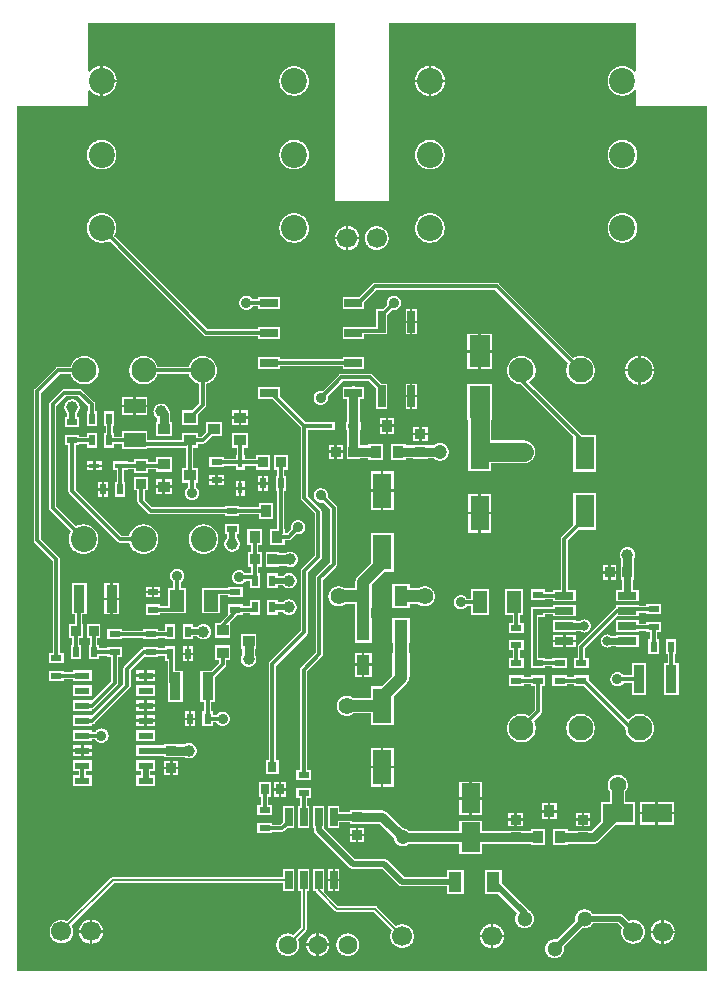
<source format=gtl>
%FSLAX46Y46*%
%MOMM*%
%ADD13C,0.200000*%
%ADD11C,0.300000*%
%ADD10C,0.500000*%
%ADD17C,0.550000*%
%ADD14C,0.600000*%
%ADD12C,0.800000*%
%ADD16C,1.000000*%
%ADD15C,1.600000*%
%AMPS20*
1,1,2.100000,0.000000,0.000000*
%
%ADD20PS20*%
%AMPS68*
1,1,1.600000,0.000000,0.000000*
%
%ADD68PS68*%
%AMPS37*
1,1,2.200000,0.000000,0.000000*
%
%ADD37PS37*%
%AMPS67*
1,1,1.300000,0.000000,0.000000*
%
%ADD67PS67*%
%AMPS58*
1,1,1.700000,0.000000,0.000000*
%
%ADD58PS58*%
%AMPS50*
1,1,1.700000,0.000000,0.000000*
%
%ADD50PS50*%
%AMPS55*
1,1,1.700000,0.000000,0.000000*
%
%ADD55PS55*%
%AMPS69*
1,1,2.200000,0.000000,0.000000*
%
%ADD69PS69*%
%AMPS63*
21,1,1.594948,2.741421,0.000000,0.000000,0.000000*
%
%ADD63PS63*%
%AMPS64*
21,1,1.594948,2.741421,0.000000,0.000000,180.000000*
%
%ADD64PS64*%
%AMPS21*
21,1,1.600000,2.950000,0.000000,0.000000,0.000000*
%
%ADD21PS21*%
%AMPS22*
21,1,1.600000,2.950000,0.000000,0.000000,180.000000*
%
%ADD22PS22*%
%AMPS44*
21,1,0.600000,1.550000,0.000000,0.000000,0.000000*
%
%ADD44PS44*%
%AMPS53*
21,1,0.600000,1.550000,0.000000,0.000000,90.000000*
%
%ADD53PS53*%
%AMPS45*
21,1,0.600000,1.550000,0.000000,0.000000,180.000000*
%
%ADD45PS45*%
%AMPS54*
21,1,0.600000,1.550000,0.000000,0.000000,270.000000*
%
%ADD54PS54*%
%AMPS49*
21,1,1.600000,2.500000,0.000000,0.000000,0.000000*
%
%ADD49PS49*%
%AMPS59*
21,1,1.600000,2.500000,0.000000,0.000000,90.000000*
%
%ADD59PS59*%
%AMPS48*
21,1,1.600000,2.500000,0.000000,0.000000,180.000000*
%
%ADD48PS48*%
%AMPS60*
21,1,1.600000,2.500000,0.000000,0.000000,270.000000*
%
%ADD60PS60*%
%AMPS56*
21,1,0.900000,1.000000,0.000000,0.000000,0.000000*
%
%ADD56PS56*%
%AMPS31*
21,1,0.900000,1.000000,0.000000,0.000000,90.000000*
%
%ADD31PS31*%
%AMPS57*
21,1,0.900000,1.000000,0.000000,0.000000,180.000000*
%
%ADD57PS57*%
%AMPS32*
21,1,0.900000,1.000000,0.000000,0.000000,270.000000*
%
%ADD32PS32*%
%AMPS66*
21,1,0.400000,0.900000,0.000000,0.000000,0.000000*
%
%ADD66PS66*%
%AMPS25*
21,1,0.400000,0.900000,0.000000,0.000000,90.000000*
%
%ADD25PS25*%
%AMPS65*
21,1,0.400000,0.900000,0.000000,0.000000,180.000000*
%
%ADD65PS65*%
%AMPS26*
21,1,0.400000,0.900000,0.000000,0.000000,270.000000*
%
%ADD26PS26*%
%AMPS42*
21,1,0.550000,1.250000,0.000000,0.000000,90.000000*
%
%ADD42PS42*%
%AMPS43*
21,1,0.550000,1.250000,0.000000,0.000000,270.000000*
%
%ADD43PS43*%
%AMPS62*
21,1,0.600000,1.800000,0.000000,0.000000,0.000000*
%
%ADD62PS62*%
%AMPS61*
21,1,0.600000,1.800000,0.000000,0.000000,180.000000*
%
%ADD61PS61*%
%AMPS47*
21,1,0.701421,1.491421,0.000000,0.000000,90.000000*
%
%ADD47PS47*%
%AMPS46*
21,1,0.701421,1.491421,0.000000,0.000000,270.000000*
%
%ADD46PS46*%
%AMPS38*
21,1,1.800000,1.200000,0.000000,0.000000,0.000000*
%
%ADD38PS38*%
%AMPS51*
21,1,1.800000,1.200000,0.000000,0.000000,90.000000*
%
%ADD51PS51*%
%AMPS39*
21,1,1.800000,1.200000,0.000000,0.000000,180.000000*
%
%ADD39PS39*%
%AMPS52*
21,1,1.800000,1.200000,0.000000,0.000000,270.000000*
%
%ADD52PS52*%
%AMPS18*
21,1,2.300000,0.900000,0.000000,0.000000,90.000000*
%
%ADD18PS18*%
%AMPS19*
21,1,2.300000,0.900000,0.000000,0.000000,270.000000*
%
%ADD19PS19*%
%AMPS27*
21,1,0.900000,0.500000,0.000000,0.000000,0.000000*
%
%ADD27PS27*%
%AMPS30*
21,1,0.900000,0.500000,0.000000,0.000000,90.000000*
%
%ADD30PS30*%
%AMPS28*
21,1,0.900000,0.500000,0.000000,0.000000,180.000000*
%
%ADD28PS28*%
%AMPS29*
21,1,0.900000,0.500000,0.000000,0.000000,270.000000*
%
%ADD29PS29*%
%AMPS33*
21,1,1.700000,1.100000,0.000000,0.000000,90.000000*
%
%ADD33PS33*%
%AMPS34*
21,1,1.700000,1.100000,0.000000,0.000000,270.000000*
%
%ADD34PS34*%
%AMPS70*
21,1,0.700000,0.900000,0.000000,0.000000,0.000000*
%
%ADD70PS70*%
%AMPS71*
21,1,0.700000,0.900000,0.000000,0.000000,180.000000*
%
%ADD71PS71*%
%AMPS41*
21,1,0.850000,0.800000,0.000000,0.000000,0.000000*
%
%ADD41PS41*%
%AMPS24*
21,1,0.850000,0.800000,0.000000,0.000000,90.000000*
%
%ADD24PS24*%
%AMPS40*
21,1,0.850000,0.800000,0.000000,0.000000,180.000000*
%
%ADD40PS40*%
%AMPS23*
21,1,0.850000,0.800000,0.000000,0.000000,270.000000*
%
%ADD23PS23*%
%AMPS36*
21,1,1.750000,2.650000,0.000000,0.000000,0.000000*
%
%ADD36PS36*%
%AMPS35*
21,1,1.750000,2.650000,0.000000,0.000000,180.000000*
%
%ADD35PS35*%
%AMPS78*
1,1,0.800000,0.000000,0.000000*
%
%ADD78PS78*%
%AMPS79*
1,1,1.200000,0.000000,0.000000*
%
%ADD79PS79*%
%AMPS76*
1,1,1.400000,0.000000,0.000000*
%
%ADD76PS76*%
%AMPS73*
1,1,0.700000,0.000000,0.000000*
%
%ADD73PS73*%
%AMPS77*
1,1,1.600000,0.000000,0.000000*
%
%ADD77PS77*%
%AMPS74*
1,1,0.900000,0.000000,0.000000*
%
%ADD74PS74*%
%AMPS75*
1,1,1.000000,0.000000,0.000000*
%
%ADD75PS75*%
%AMPS72*
1,1,0.700000,0.000000,0.000000*
%
%ADD72PS72*%
G01*
%LPD*%
G36*
X58690000Y310000D02*
X58690000Y73590000D01*
X52690000Y73590000D01*
X52690000Y74900353D01*
X52561978Y74949736D01*
X52437551Y74812449D01*
X52346283Y74729730D01*
X52247346Y74656353D01*
X52141685Y74593022D01*
X52030336Y74540358D01*
X51914364Y74498862D01*
X51794879Y74468933D01*
X51673030Y74450858D01*
X51550000Y74444813D01*
X51426970Y74450858D01*
X51305121Y74468933D01*
X51185636Y74498862D01*
X51069664Y74540358D01*
X50958315Y74593022D01*
X50852654Y74656353D01*
X50753717Y74729730D01*
X50662449Y74812449D01*
X50579730Y74903717D01*
X50506353Y75002654D01*
X50443022Y75108315D01*
X50390358Y75219664D01*
X50348862Y75335636D01*
X50318933Y75455121D01*
X50300858Y75576970D01*
X50294813Y75700000D01*
X50300858Y75823030D01*
X50318933Y75944879D01*
X50348862Y76064364D01*
X50390358Y76180336D01*
X50443022Y76291685D01*
X50506353Y76397346D01*
X50579730Y76496283D01*
X50662449Y76587551D01*
X50753717Y76670270D01*
X50852654Y76743647D01*
X50958315Y76806978D01*
X51069664Y76859642D01*
X51185636Y76901138D01*
X51305121Y76931067D01*
X51426970Y76949142D01*
X51550000Y76955187D01*
X51673030Y76949142D01*
X51794879Y76931067D01*
X51914364Y76901138D01*
X52030336Y76859642D01*
X52141685Y76806978D01*
X52247346Y76743647D01*
X52346283Y76670270D01*
X52437551Y76587551D01*
X52561978Y76450264D01*
X52690000Y76499647D01*
X52690000Y80590000D01*
X31810000Y80590000D01*
X31810000Y65490000D01*
X27190000Y65490000D01*
X27190000Y80590000D01*
X6310000Y80590000D01*
X6310000Y76529430D01*
X6438021Y76480047D01*
X6548290Y76601710D01*
X6641013Y76685749D01*
X6741533Y76760300D01*
X6848872Y76824636D01*
X6962000Y76878142D01*
X7079824Y76920300D01*
X7201213Y76950706D01*
X7325008Y76969070D01*
X7345000Y76970052D01*
X7345000Y74429948D01*
X7325008Y74430930D01*
X7201213Y74449294D01*
X7079824Y74479700D01*
X6962000Y74521858D01*
X6848872Y74575364D01*
X6741533Y74639700D01*
X6641013Y74714251D01*
X6548290Y74798290D01*
X6438021Y74919953D01*
X6310000Y74870570D01*
X6310000Y73590000D01*
X310000Y73590000D01*
X310000Y310000D01*
X58690000Y310000D01*
D02*
G37*
%LPC*%
G36*
X8720052Y75805000D02*
X7555000Y75805000D01*
X7555000Y76970052D01*
X7574992Y76969070D01*
X7698787Y76950706D01*
X7820176Y76920300D01*
X7938000Y76878142D01*
X8051128Y76824636D01*
X8158467Y76760300D01*
X8258987Y76685749D01*
X8351710Y76601710D01*
X8435749Y76508987D01*
X8510300Y76408467D01*
X8574636Y76301128D01*
X8628142Y76188000D01*
X8670300Y76070176D01*
X8700706Y75948787D01*
X8719070Y75824992D01*
X8720052Y75805000D01*
D02*
G37*
%LPC*%
G36*
X35145000Y75805000D02*
X33979948Y75805000D01*
X33980930Y75824992D01*
X33999294Y75948787D01*
X34029700Y76070176D01*
X34071858Y76188000D01*
X34125364Y76301128D01*
X34189700Y76408467D01*
X34264251Y76508987D01*
X34348290Y76601710D01*
X34441013Y76685749D01*
X34541533Y76760300D01*
X34648872Y76824636D01*
X34762000Y76878142D01*
X34879824Y76920300D01*
X35001213Y76950706D01*
X35125008Y76969070D01*
X35145000Y76970052D01*
X35145000Y75805000D01*
D02*
G37*
%LPC*%
G36*
X36520052Y75805000D02*
X35355000Y75805000D01*
X35355000Y76970052D01*
X35374992Y76969070D01*
X35498787Y76950706D01*
X35620176Y76920300D01*
X35738000Y76878142D01*
X35851128Y76824636D01*
X35958467Y76760300D01*
X36058987Y76685749D01*
X36151710Y76601710D01*
X36235749Y76508987D01*
X36310300Y76408467D01*
X36374636Y76301128D01*
X36428142Y76188000D01*
X36470300Y76070176D01*
X36500706Y75948787D01*
X36519070Y75824992D01*
X36520052Y75805000D01*
D02*
G37*
%LPC*%
G36*
X23750000Y74444813D02*
X23626970Y74450858D01*
X23505121Y74468933D01*
X23385636Y74498862D01*
X23269664Y74540358D01*
X23158315Y74593022D01*
X23052654Y74656353D01*
X22953717Y74729730D01*
X22862449Y74812449D01*
X22779730Y74903717D01*
X22706353Y75002654D01*
X22643022Y75108315D01*
X22590358Y75219664D01*
X22548862Y75335636D01*
X22518933Y75455121D01*
X22500858Y75576970D01*
X22494813Y75700000D01*
X22500858Y75823030D01*
X22518933Y75944879D01*
X22548862Y76064364D01*
X22590358Y76180336D01*
X22643022Y76291685D01*
X22706353Y76397346D01*
X22779730Y76496283D01*
X22862449Y76587551D01*
X22953717Y76670270D01*
X23052654Y76743647D01*
X23158315Y76806978D01*
X23269664Y76859642D01*
X23385636Y76901138D01*
X23505121Y76931067D01*
X23626970Y76949142D01*
X23750000Y76955187D01*
X23873030Y76949142D01*
X23994879Y76931067D01*
X24114364Y76901138D01*
X24230336Y76859642D01*
X24341685Y76806978D01*
X24447346Y76743647D01*
X24546283Y76670270D01*
X24637551Y76587551D01*
X24720270Y76496283D01*
X24793647Y76397346D01*
X24856978Y76291685D01*
X24909642Y76180336D01*
X24951138Y76064364D01*
X24981067Y75944879D01*
X24999142Y75823030D01*
X25005187Y75700000D01*
X24999142Y75576970D01*
X24981067Y75455121D01*
X24951138Y75335636D01*
X24909642Y75219664D01*
X24856978Y75108315D01*
X24793647Y75002654D01*
X24720270Y74903717D01*
X24637551Y74812449D01*
X24546283Y74729730D01*
X24447346Y74656353D01*
X24341685Y74593022D01*
X24230336Y74540358D01*
X24114364Y74498862D01*
X23994879Y74468933D01*
X23873030Y74450858D01*
X23750000Y74444813D01*
D02*
G37*
%LPC*%
G36*
X35355000Y74429948D02*
X35355000Y75595000D01*
X36520052Y75595000D01*
X36519070Y75575008D01*
X36500706Y75451213D01*
X36470300Y75329824D01*
X36428142Y75212000D01*
X36374636Y75098872D01*
X36310300Y74991533D01*
X36235749Y74891013D01*
X36151710Y74798290D01*
X36058987Y74714251D01*
X35958467Y74639700D01*
X35851128Y74575364D01*
X35738000Y74521858D01*
X35620176Y74479700D01*
X35498787Y74449294D01*
X35374992Y74430930D01*
X35355000Y74429948D01*
D02*
G37*
%LPC*%
G36*
X35145000Y74429948D02*
X35125008Y74430930D01*
X35001213Y74449294D01*
X34879824Y74479700D01*
X34762000Y74521858D01*
X34648872Y74575364D01*
X34541533Y74639700D01*
X34441013Y74714251D01*
X34348290Y74798290D01*
X34264251Y74891013D01*
X34189700Y74991533D01*
X34125364Y75098872D01*
X34071858Y75212000D01*
X34029700Y75329824D01*
X33999294Y75451213D01*
X33980930Y75575008D01*
X33979948Y75595000D01*
X35145000Y75595000D01*
X35145000Y74429948D01*
D02*
G37*
%LPC*%
G36*
X7555000Y74429948D02*
X7555000Y75595000D01*
X8720052Y75595000D01*
X8719070Y75575008D01*
X8700706Y75451213D01*
X8670300Y75329824D01*
X8628142Y75212000D01*
X8574636Y75098872D01*
X8510300Y74991533D01*
X8435749Y74891013D01*
X8351710Y74798290D01*
X8258987Y74714251D01*
X8158467Y74639700D01*
X8051128Y74575364D01*
X7938000Y74521858D01*
X7820176Y74479700D01*
X7698787Y74449294D01*
X7574992Y74430930D01*
X7555000Y74429948D01*
D02*
G37*
%LPC*%
G36*
X7450000Y68194813D02*
X7326970Y68200858D01*
X7205121Y68218933D01*
X7085636Y68248862D01*
X6969664Y68290358D01*
X6858315Y68343022D01*
X6752654Y68406353D01*
X6653717Y68479730D01*
X6562449Y68562449D01*
X6479730Y68653717D01*
X6406353Y68752654D01*
X6343022Y68858315D01*
X6290358Y68969664D01*
X6248862Y69085636D01*
X6218933Y69205121D01*
X6200858Y69326970D01*
X6194813Y69450000D01*
X6200858Y69573030D01*
X6218933Y69694879D01*
X6248862Y69814364D01*
X6290358Y69930336D01*
X6343022Y70041685D01*
X6406353Y70147346D01*
X6479730Y70246283D01*
X6562449Y70337551D01*
X6653717Y70420270D01*
X6752654Y70493647D01*
X6858315Y70556978D01*
X6969664Y70609642D01*
X7085636Y70651138D01*
X7205121Y70681067D01*
X7326970Y70699142D01*
X7450000Y70705187D01*
X7573030Y70699142D01*
X7694879Y70681067D01*
X7814364Y70651138D01*
X7930336Y70609642D01*
X8041685Y70556978D01*
X8147346Y70493647D01*
X8246283Y70420270D01*
X8337551Y70337551D01*
X8420270Y70246283D01*
X8493647Y70147346D01*
X8556978Y70041685D01*
X8609642Y69930336D01*
X8651138Y69814364D01*
X8681067Y69694879D01*
X8699142Y69573030D01*
X8705187Y69450000D01*
X8699142Y69326970D01*
X8681067Y69205121D01*
X8651138Y69085636D01*
X8609642Y68969664D01*
X8556978Y68858315D01*
X8493647Y68752654D01*
X8420270Y68653717D01*
X8337551Y68562449D01*
X8246283Y68479730D01*
X8147346Y68406353D01*
X8041685Y68343022D01*
X7930336Y68290358D01*
X7814364Y68248862D01*
X7694879Y68218933D01*
X7573030Y68200858D01*
X7450000Y68194813D01*
D02*
G37*
%LPC*%
G36*
X23750000Y68194813D02*
X23626970Y68200858D01*
X23505121Y68218933D01*
X23385636Y68248862D01*
X23269664Y68290358D01*
X23158315Y68343022D01*
X23052654Y68406353D01*
X22953717Y68479730D01*
X22862449Y68562449D01*
X22779730Y68653717D01*
X22706353Y68752654D01*
X22643022Y68858315D01*
X22590358Y68969664D01*
X22548862Y69085636D01*
X22518933Y69205121D01*
X22500858Y69326970D01*
X22494813Y69450000D01*
X22500858Y69573030D01*
X22518933Y69694879D01*
X22548862Y69814364D01*
X22590358Y69930336D01*
X22643022Y70041685D01*
X22706353Y70147346D01*
X22779730Y70246283D01*
X22862449Y70337551D01*
X22953717Y70420270D01*
X23052654Y70493647D01*
X23158315Y70556978D01*
X23269664Y70609642D01*
X23385636Y70651138D01*
X23505121Y70681067D01*
X23626970Y70699142D01*
X23750000Y70705187D01*
X23873030Y70699142D01*
X23994879Y70681067D01*
X24114364Y70651138D01*
X24230336Y70609642D01*
X24341685Y70556978D01*
X24447346Y70493647D01*
X24546283Y70420270D01*
X24637551Y70337551D01*
X24720270Y70246283D01*
X24793647Y70147346D01*
X24856978Y70041685D01*
X24909642Y69930336D01*
X24951138Y69814364D01*
X24981067Y69694879D01*
X24999142Y69573030D01*
X25005187Y69450000D01*
X24999142Y69326970D01*
X24981067Y69205121D01*
X24951138Y69085636D01*
X24909642Y68969664D01*
X24856978Y68858315D01*
X24793647Y68752654D01*
X24720270Y68653717D01*
X24637551Y68562449D01*
X24546283Y68479730D01*
X24447346Y68406353D01*
X24341685Y68343022D01*
X24230336Y68290358D01*
X24114364Y68248862D01*
X23994879Y68218933D01*
X23873030Y68200858D01*
X23750000Y68194813D01*
D02*
G37*
%LPC*%
G36*
X35250000Y68194813D02*
X35126970Y68200858D01*
X35005121Y68218933D01*
X34885636Y68248862D01*
X34769664Y68290358D01*
X34658315Y68343022D01*
X34552654Y68406353D01*
X34453717Y68479730D01*
X34362449Y68562449D01*
X34279730Y68653717D01*
X34206353Y68752654D01*
X34143022Y68858315D01*
X34090358Y68969664D01*
X34048862Y69085636D01*
X34018933Y69205121D01*
X34000858Y69326970D01*
X33994813Y69450000D01*
X34000858Y69573030D01*
X34018933Y69694879D01*
X34048862Y69814364D01*
X34090358Y69930336D01*
X34143022Y70041685D01*
X34206353Y70147346D01*
X34279730Y70246283D01*
X34362449Y70337551D01*
X34453717Y70420270D01*
X34552654Y70493647D01*
X34658315Y70556978D01*
X34769664Y70609642D01*
X34885636Y70651138D01*
X35005121Y70681067D01*
X35126970Y70699142D01*
X35250000Y70705187D01*
X35373030Y70699142D01*
X35494879Y70681067D01*
X35614364Y70651138D01*
X35730336Y70609642D01*
X35841685Y70556978D01*
X35947346Y70493647D01*
X36046283Y70420270D01*
X36137551Y70337551D01*
X36220270Y70246283D01*
X36293647Y70147346D01*
X36356978Y70041685D01*
X36409642Y69930336D01*
X36451138Y69814364D01*
X36481067Y69694879D01*
X36499142Y69573030D01*
X36505187Y69450000D01*
X36499142Y69326970D01*
X36481067Y69205121D01*
X36451138Y69085636D01*
X36409642Y68969664D01*
X36356978Y68858315D01*
X36293647Y68752654D01*
X36220270Y68653717D01*
X36137551Y68562449D01*
X36046283Y68479730D01*
X35947346Y68406353D01*
X35841685Y68343022D01*
X35730336Y68290358D01*
X35614364Y68248862D01*
X35494879Y68218933D01*
X35373030Y68200858D01*
X35250000Y68194813D01*
D02*
G37*
%LPC*%
G36*
X51550000Y68194813D02*
X51426970Y68200858D01*
X51305121Y68218933D01*
X51185636Y68248862D01*
X51069664Y68290358D01*
X50958315Y68343022D01*
X50852654Y68406353D01*
X50753717Y68479730D01*
X50662449Y68562449D01*
X50579730Y68653717D01*
X50506353Y68752654D01*
X50443022Y68858315D01*
X50390358Y68969664D01*
X50348862Y69085636D01*
X50318933Y69205121D01*
X50300858Y69326970D01*
X50294813Y69450000D01*
X50300858Y69573030D01*
X50318933Y69694879D01*
X50348862Y69814364D01*
X50390358Y69930336D01*
X50443022Y70041685D01*
X50506353Y70147346D01*
X50579730Y70246283D01*
X50662449Y70337551D01*
X50753717Y70420270D01*
X50852654Y70493647D01*
X50958315Y70556978D01*
X51069664Y70609642D01*
X51185636Y70651138D01*
X51305121Y70681067D01*
X51426970Y70699142D01*
X51550000Y70705187D01*
X51673030Y70699142D01*
X51794879Y70681067D01*
X51914364Y70651138D01*
X52030336Y70609642D01*
X52141685Y70556978D01*
X52247346Y70493647D01*
X52346283Y70420270D01*
X52437551Y70337551D01*
X52520270Y70246283D01*
X52593647Y70147346D01*
X52656978Y70041685D01*
X52709642Y69930336D01*
X52751138Y69814364D01*
X52781067Y69694879D01*
X52799142Y69573030D01*
X52805187Y69450000D01*
X52799142Y69326970D01*
X52781067Y69205121D01*
X52751138Y69085636D01*
X52709642Y68969664D01*
X52656978Y68858315D01*
X52593647Y68752654D01*
X52520270Y68653717D01*
X52437551Y68562449D01*
X52346283Y68479730D01*
X52247346Y68406353D01*
X52141685Y68343022D01*
X52030336Y68290358D01*
X51914364Y68248862D01*
X51794879Y68218933D01*
X51673030Y68200858D01*
X51550000Y68194813D01*
D02*
G37*
%LPC*%
G36*
X22545710Y53844290D02*
X20704290Y53844290D01*
X20704290Y54065000D01*
X16322390Y54065000D01*
X16270352Y54070125D01*
X16212993Y54087525D01*
X16160136Y54115776D01*
X16113712Y54153874D01*
X16108852Y54159814D01*
X8098685Y62169981D01*
X7930336Y62090358D01*
X7814364Y62048862D01*
X7694879Y62018933D01*
X7573030Y62000858D01*
X7450000Y61994813D01*
X7326970Y62000858D01*
X7205121Y62018933D01*
X7085636Y62048862D01*
X6969664Y62090358D01*
X6858315Y62143022D01*
X6752654Y62206353D01*
X6653717Y62279730D01*
X6562449Y62362449D01*
X6479730Y62453717D01*
X6406353Y62552654D01*
X6343022Y62658315D01*
X6290358Y62769664D01*
X6248862Y62885636D01*
X6218933Y63005121D01*
X6200858Y63126970D01*
X6194813Y63250000D01*
X6200858Y63373030D01*
X6218933Y63494879D01*
X6248862Y63614364D01*
X6290358Y63730336D01*
X6343022Y63841685D01*
X6406353Y63947346D01*
X6479730Y64046283D01*
X6562449Y64137551D01*
X6653717Y64220270D01*
X6752654Y64293647D01*
X6858315Y64356978D01*
X6969664Y64409642D01*
X7085636Y64451138D01*
X7205121Y64481067D01*
X7326970Y64499142D01*
X7450000Y64505187D01*
X7573030Y64499142D01*
X7694879Y64481067D01*
X7814364Y64451138D01*
X7930336Y64409642D01*
X8041685Y64356978D01*
X8147346Y64293647D01*
X8246283Y64220270D01*
X8337551Y64137551D01*
X8420270Y64046283D01*
X8493647Y63947346D01*
X8556978Y63841685D01*
X8609642Y63730336D01*
X8651138Y63614364D01*
X8681067Y63494879D01*
X8699142Y63373030D01*
X8705187Y63250000D01*
X8699142Y63126970D01*
X8681067Y63005121D01*
X8651138Y62885636D01*
X8609642Y62769664D01*
X8530019Y62601315D01*
X16456335Y54675000D01*
X20704290Y54675000D01*
X20704290Y54895710D01*
X22545710Y54895710D01*
X22545710Y53844290D01*
D02*
G37*
%LPC*%
G36*
X23750000Y61994813D02*
X23626970Y62000858D01*
X23505121Y62018933D01*
X23385636Y62048862D01*
X23269664Y62090358D01*
X23158315Y62143022D01*
X23052654Y62206353D01*
X22953717Y62279730D01*
X22862449Y62362449D01*
X22779730Y62453717D01*
X22706353Y62552654D01*
X22643022Y62658315D01*
X22590358Y62769664D01*
X22548862Y62885636D01*
X22518933Y63005121D01*
X22500858Y63126970D01*
X22494813Y63250000D01*
X22500858Y63373030D01*
X22518933Y63494879D01*
X22548862Y63614364D01*
X22590358Y63730336D01*
X22643022Y63841685D01*
X22706353Y63947346D01*
X22779730Y64046283D01*
X22862449Y64137551D01*
X22953717Y64220270D01*
X23052654Y64293647D01*
X23158315Y64356978D01*
X23269664Y64409642D01*
X23385636Y64451138D01*
X23505121Y64481067D01*
X23626970Y64499142D01*
X23750000Y64505187D01*
X23873030Y64499142D01*
X23994879Y64481067D01*
X24114364Y64451138D01*
X24230336Y64409642D01*
X24341685Y64356978D01*
X24447346Y64293647D01*
X24546283Y64220270D01*
X24637551Y64137551D01*
X24720270Y64046283D01*
X24793647Y63947346D01*
X24856978Y63841685D01*
X24909642Y63730336D01*
X24951138Y63614364D01*
X24981067Y63494879D01*
X24999142Y63373030D01*
X25005187Y63250000D01*
X24999142Y63126970D01*
X24981067Y63005121D01*
X24951138Y62885636D01*
X24909642Y62769664D01*
X24856978Y62658315D01*
X24793647Y62552654D01*
X24720270Y62453717D01*
X24637551Y62362449D01*
X24546283Y62279730D01*
X24447346Y62206353D01*
X24341685Y62143022D01*
X24230336Y62090358D01*
X24114364Y62048862D01*
X23994879Y62018933D01*
X23873030Y62000858D01*
X23750000Y61994813D01*
D02*
G37*
%LPC*%
G36*
X35250000Y61994813D02*
X35126970Y62000858D01*
X35005121Y62018933D01*
X34885636Y62048862D01*
X34769664Y62090358D01*
X34658315Y62143022D01*
X34552654Y62206353D01*
X34453717Y62279730D01*
X34362449Y62362449D01*
X34279730Y62453717D01*
X34206353Y62552654D01*
X34143022Y62658315D01*
X34090358Y62769664D01*
X34048862Y62885636D01*
X34018933Y63005121D01*
X34000858Y63126970D01*
X33994813Y63250000D01*
X34000858Y63373030D01*
X34018933Y63494879D01*
X34048862Y63614364D01*
X34090358Y63730336D01*
X34143022Y63841685D01*
X34206353Y63947346D01*
X34279730Y64046283D01*
X34362449Y64137551D01*
X34453717Y64220270D01*
X34552654Y64293647D01*
X34658315Y64356978D01*
X34769664Y64409642D01*
X34885636Y64451138D01*
X35005121Y64481067D01*
X35126970Y64499142D01*
X35250000Y64505187D01*
X35373030Y64499142D01*
X35494879Y64481067D01*
X35614364Y64451138D01*
X35730336Y64409642D01*
X35841685Y64356978D01*
X35947346Y64293647D01*
X36046283Y64220270D01*
X36137551Y64137551D01*
X36220270Y64046283D01*
X36293647Y63947346D01*
X36356978Y63841685D01*
X36409642Y63730336D01*
X36451138Y63614364D01*
X36481067Y63494879D01*
X36499142Y63373030D01*
X36505187Y63250000D01*
X36499142Y63126970D01*
X36481067Y63005121D01*
X36451138Y62885636D01*
X36409642Y62769664D01*
X36356978Y62658315D01*
X36293647Y62552654D01*
X36220270Y62453717D01*
X36137551Y62362449D01*
X36046283Y62279730D01*
X35947346Y62206353D01*
X35841685Y62143022D01*
X35730336Y62090358D01*
X35614364Y62048862D01*
X35494879Y62018933D01*
X35373030Y62000858D01*
X35250000Y61994813D01*
D02*
G37*
%LPC*%
G36*
X51550000Y61994813D02*
X51426970Y62000858D01*
X51305121Y62018933D01*
X51185636Y62048862D01*
X51069664Y62090358D01*
X50958315Y62143022D01*
X50852654Y62206353D01*
X50753717Y62279730D01*
X50662449Y62362449D01*
X50579730Y62453717D01*
X50506353Y62552654D01*
X50443022Y62658315D01*
X50390358Y62769664D01*
X50348862Y62885636D01*
X50318933Y63005121D01*
X50300858Y63126970D01*
X50294813Y63250000D01*
X50300858Y63373030D01*
X50318933Y63494879D01*
X50348862Y63614364D01*
X50390358Y63730336D01*
X50443022Y63841685D01*
X50506353Y63947346D01*
X50579730Y64046283D01*
X50662449Y64137551D01*
X50753717Y64220270D01*
X50852654Y64293647D01*
X50958315Y64356978D01*
X51069664Y64409642D01*
X51185636Y64451138D01*
X51305121Y64481067D01*
X51426970Y64499142D01*
X51550000Y64505187D01*
X51673030Y64499142D01*
X51794879Y64481067D01*
X51914364Y64451138D01*
X52030336Y64409642D01*
X52141685Y64356978D01*
X52247346Y64293647D01*
X52346283Y64220270D01*
X52437551Y64137551D01*
X52520270Y64046283D01*
X52593647Y63947346D01*
X52656978Y63841685D01*
X52709642Y63730336D01*
X52751138Y63614364D01*
X52781067Y63494879D01*
X52799142Y63373030D01*
X52805187Y63250000D01*
X52799142Y63126970D01*
X52781067Y63005121D01*
X52751138Y62885636D01*
X52709642Y62769664D01*
X52656978Y62658315D01*
X52593647Y62552654D01*
X52520270Y62453717D01*
X52437551Y62362449D01*
X52346283Y62279730D01*
X52247346Y62206353D01*
X52141685Y62143022D01*
X52030336Y62090358D01*
X51914364Y62048862D01*
X51794879Y62018933D01*
X51673030Y62000858D01*
X51550000Y61994813D01*
D02*
G37*
%LPC*%
G36*
X28145000Y62505000D02*
X27230395Y62505000D01*
X27244490Y62600014D01*
X27268935Y62697605D01*
X27302827Y62792328D01*
X27345842Y62883275D01*
X27397571Y62969579D01*
X27457504Y63050389D01*
X27525067Y63124933D01*
X27599611Y63192496D01*
X27680421Y63252429D01*
X27766725Y63304158D01*
X27857672Y63347173D01*
X27952395Y63381065D01*
X28049986Y63405510D01*
X28145000Y63419605D01*
X28145000Y62505000D01*
D02*
G37*
%LPC*%
G36*
X29269605Y62505000D02*
X28355000Y62505000D01*
X28355000Y63419605D01*
X28450014Y63405510D01*
X28547605Y63381065D01*
X28642328Y63347173D01*
X28733275Y63304158D01*
X28819579Y63252429D01*
X28900389Y63192496D01*
X28974933Y63124933D01*
X29042496Y63050389D01*
X29102429Y62969579D01*
X29154158Y62883275D01*
X29197173Y62792328D01*
X29231065Y62697605D01*
X29255510Y62600014D01*
X29269605Y62505000D01*
D02*
G37*
%LPC*%
G36*
X30750000Y61394813D02*
X30651474Y61399654D01*
X30553893Y61414129D01*
X30458208Y61438097D01*
X30365331Y61471329D01*
X30276160Y61513502D01*
X30191554Y61564214D01*
X30112314Y61622983D01*
X30039226Y61689226D01*
X29972983Y61762314D01*
X29914214Y61841554D01*
X29863502Y61926160D01*
X29821329Y62015331D01*
X29788097Y62108208D01*
X29764129Y62203893D01*
X29749654Y62301474D01*
X29744813Y62400000D01*
X29749654Y62498526D01*
X29764129Y62596107D01*
X29788097Y62691792D01*
X29821329Y62784669D01*
X29863502Y62873840D01*
X29914214Y62958446D01*
X29972983Y63037686D01*
X30039226Y63110774D01*
X30112314Y63177017D01*
X30191554Y63235786D01*
X30276160Y63286498D01*
X30365331Y63328671D01*
X30458208Y63361903D01*
X30553893Y63385871D01*
X30651474Y63400346D01*
X30750000Y63405187D01*
X30848526Y63400346D01*
X30946107Y63385871D01*
X31041792Y63361903D01*
X31134669Y63328671D01*
X31223840Y63286498D01*
X31308446Y63235786D01*
X31387686Y63177017D01*
X31460774Y63110774D01*
X31527017Y63037686D01*
X31585786Y62958446D01*
X31636498Y62873840D01*
X31678671Y62784669D01*
X31711903Y62691792D01*
X31735871Y62596107D01*
X31750346Y62498526D01*
X31755187Y62400000D01*
X31750346Y62301474D01*
X31735871Y62203893D01*
X31711903Y62108208D01*
X31678671Y62015331D01*
X31636498Y61926160D01*
X31585786Y61841554D01*
X31527017Y61762314D01*
X31460774Y61689226D01*
X31387686Y61622983D01*
X31308446Y61564214D01*
X31223840Y61513502D01*
X31134669Y61471329D01*
X31041792Y61438097D01*
X30946107Y61414129D01*
X30848526Y61399654D01*
X30750000Y61394813D01*
D02*
G37*
%LPC*%
G36*
X28355000Y61380395D02*
X28355000Y62295000D01*
X29269605Y62295000D01*
X29255510Y62199986D01*
X29231065Y62102395D01*
X29197173Y62007672D01*
X29154158Y61916725D01*
X29102429Y61830421D01*
X29042496Y61749611D01*
X28974933Y61675067D01*
X28900389Y61607504D01*
X28819579Y61547571D01*
X28733275Y61495842D01*
X28642328Y61452827D01*
X28547605Y61418935D01*
X28450014Y61394490D01*
X28355000Y61380395D01*
D02*
G37*
%LPC*%
G36*
X28145000Y61380395D02*
X28049986Y61394490D01*
X27952395Y61418935D01*
X27857672Y61452827D01*
X27766725Y61495842D01*
X27680421Y61547571D01*
X27599611Y61607504D01*
X27525067Y61675067D01*
X27457504Y61749611D01*
X27397571Y61830421D01*
X27345842Y61916725D01*
X27302827Y62007672D01*
X27268935Y62102395D01*
X27244490Y62199986D01*
X27230395Y62295000D01*
X28145000Y62295000D01*
X28145000Y61380395D01*
D02*
G37*
%LPC*%
G36*
X48000000Y49994812D02*
X47881880Y50000617D01*
X47764877Y50017972D01*
X47650151Y50046709D01*
X47538798Y50086552D01*
X47431880Y50137120D01*
X47330429Y50197927D01*
X47235443Y50268374D01*
X47147804Y50347804D01*
X47068374Y50435443D01*
X46997927Y50530429D01*
X46937120Y50631880D01*
X46886552Y50738798D01*
X46846709Y50850151D01*
X46817972Y50964877D01*
X46800617Y51081880D01*
X46794812Y51200000D01*
X46800617Y51318120D01*
X46817972Y51435123D01*
X46846709Y51549849D01*
X46886552Y51661203D01*
X46957485Y51811180D01*
X40773665Y57995000D01*
X30726335Y57995000D01*
X29695710Y56964375D01*
X29695710Y56384290D01*
X27854290Y56384290D01*
X27854290Y57435710D01*
X29304375Y57435710D01*
X30379355Y58510689D01*
X30384257Y58516572D01*
X30430136Y58554223D01*
X30482994Y58582475D01*
X30540351Y58599874D01*
X30592382Y58605000D01*
X40907618Y58605000D01*
X40959649Y58599874D01*
X41017005Y58582475D01*
X41069863Y58554222D01*
X41110277Y58521057D01*
X47388820Y52242515D01*
X47538797Y52313448D01*
X47650151Y52353291D01*
X47764877Y52382028D01*
X47881880Y52399383D01*
X48000000Y52405188D01*
X48118120Y52399383D01*
X48235123Y52382028D01*
X48349849Y52353291D01*
X48461202Y52313448D01*
X48568120Y52262880D01*
X48669571Y52202073D01*
X48764557Y52131626D01*
X48852196Y52052196D01*
X48931626Y51964557D01*
X49002073Y51869571D01*
X49062880Y51768120D01*
X49113448Y51661202D01*
X49153291Y51549849D01*
X49182028Y51435123D01*
X49199383Y51318120D01*
X49205188Y51200000D01*
X49199383Y51081880D01*
X49182028Y50964877D01*
X49153291Y50850151D01*
X49113448Y50738798D01*
X49062880Y50631880D01*
X49002073Y50530429D01*
X48931626Y50435443D01*
X48852196Y50347804D01*
X48764557Y50268374D01*
X48669571Y50197927D01*
X48568120Y50137120D01*
X48461202Y50086552D01*
X48349849Y50046709D01*
X48235123Y50017972D01*
X48118120Y50000617D01*
X48000000Y49994812D01*
D02*
G37*
%LPC*%
G36*
X19710000Y56304812D02*
X19650690Y56307727D01*
X19591927Y56316443D01*
X19534326Y56330871D01*
X19478404Y56350881D01*
X19424719Y56376272D01*
X19373777Y56406806D01*
X19326076Y56442184D01*
X19282068Y56482068D01*
X19242184Y56526076D01*
X19206806Y56573777D01*
X19176272Y56624719D01*
X19150881Y56678404D01*
X19130871Y56734326D01*
X19116443Y56791927D01*
X19107727Y56850690D01*
X19104812Y56910000D01*
X19107727Y56969310D01*
X19116443Y57028073D01*
X19130871Y57085674D01*
X19150881Y57141596D01*
X19176272Y57195281D01*
X19206806Y57246223D01*
X19242184Y57293924D01*
X19282068Y57337932D01*
X19326076Y57377816D01*
X19373777Y57413194D01*
X19424719Y57443728D01*
X19478404Y57469119D01*
X19534326Y57489129D01*
X19591927Y57503557D01*
X19650690Y57512273D01*
X19710000Y57515188D01*
X19769310Y57512273D01*
X19828073Y57503557D01*
X19885674Y57489129D01*
X19941596Y57469119D01*
X19995281Y57443728D01*
X20046223Y57413194D01*
X20093924Y57377816D01*
X20137932Y57337932D01*
X20177812Y57293928D01*
X20236353Y57215000D01*
X20704290Y57215000D01*
X20704290Y57435710D01*
X22545710Y57435710D01*
X22545710Y56384290D01*
X20704290Y56384290D01*
X20704290Y56605000D01*
X20236353Y56605000D01*
X20177812Y56526072D01*
X20137932Y56482068D01*
X20093924Y56442184D01*
X20046223Y56406806D01*
X19995281Y56376272D01*
X19941596Y56350881D01*
X19885674Y56330871D01*
X19828073Y56316443D01*
X19769310Y56307727D01*
X19710000Y56304812D01*
D02*
G37*
%LPC*%
G36*
X29695710Y53844290D02*
X27854290Y53844290D01*
X27854290Y54895710D01*
X29695710Y54895710D01*
X29695710Y54865000D01*
X30685000Y54865000D01*
X30685000Y56375000D01*
X31243665Y56375000D01*
X31612145Y56743480D01*
X31597727Y56840687D01*
X31594812Y56900000D01*
X31597727Y56959310D01*
X31606443Y57018073D01*
X31620871Y57075674D01*
X31640881Y57131596D01*
X31666272Y57185281D01*
X31696806Y57236223D01*
X31732184Y57283924D01*
X31772068Y57327932D01*
X31816076Y57367816D01*
X31863777Y57403194D01*
X31914719Y57433728D01*
X31968404Y57459119D01*
X32024326Y57479129D01*
X32081927Y57493557D01*
X32140690Y57502273D01*
X32200000Y57505188D01*
X32259310Y57502273D01*
X32318073Y57493557D01*
X32375674Y57479129D01*
X32431596Y57459119D01*
X32485281Y57433728D01*
X32536223Y57403194D01*
X32583924Y57367816D01*
X32627932Y57327932D01*
X32667816Y57283924D01*
X32703194Y57236223D01*
X32733728Y57185281D01*
X32759119Y57131596D01*
X32779129Y57075674D01*
X32793557Y57018073D01*
X32802273Y56959310D01*
X32805188Y56900000D01*
X32802273Y56840690D01*
X32793557Y56781927D01*
X32779129Y56724326D01*
X32759119Y56668404D01*
X32733728Y56614719D01*
X32703194Y56563777D01*
X32667816Y56516076D01*
X32627932Y56472068D01*
X32583924Y56432184D01*
X32536223Y56396806D01*
X32485281Y56366272D01*
X32431596Y56340881D01*
X32375674Y56320871D01*
X32318073Y56306443D01*
X32259310Y56297727D01*
X32200000Y56294812D01*
X32140687Y56297727D01*
X32043480Y56312145D01*
X31635000Y55903665D01*
X31635000Y54225000D01*
X30685000Y54225000D01*
X30685000Y54255000D01*
X29695710Y54255000D01*
X29695710Y53844290D01*
D02*
G37*
%LPC*%
G36*
X34135000Y55405000D02*
X33765000Y55405000D01*
X33765000Y56375000D01*
X34135000Y56375000D01*
X34135000Y55405000D01*
D02*
G37*
%LPC*%
G36*
X33555000Y55405000D02*
X33185000Y55405000D01*
X33185000Y56375000D01*
X33555000Y56375000D01*
X33555000Y55405000D01*
D02*
G37*
%LPC*%
G36*
X34135000Y54225000D02*
X33765000Y54225000D01*
X33765000Y55195000D01*
X34135000Y55195000D01*
X34135000Y54225000D01*
D02*
G37*
%LPC*%
G36*
X33555000Y54225000D02*
X33185000Y54225000D01*
X33185000Y55195000D01*
X33555000Y55195000D01*
X33555000Y54225000D01*
D02*
G37*
%LPC*%
G36*
X40500000Y52905000D02*
X39555000Y52905000D01*
X39555000Y54300000D01*
X40500000Y54300000D01*
X40500000Y52905000D01*
D02*
G37*
%LPC*%
G36*
X39345000Y52905000D02*
X38400000Y52905000D01*
X38400000Y54300000D01*
X39345000Y54300000D01*
X39345000Y52905000D01*
D02*
G37*
%LPC*%
G36*
X40500000Y51300000D02*
X39555000Y51300000D01*
X39555000Y52695000D01*
X40500000Y52695000D01*
X40500000Y51300000D01*
D02*
G37*
%LPC*%
G36*
X39345000Y51300000D02*
X38400000Y51300000D01*
X38400000Y52695000D01*
X39345000Y52695000D01*
X39345000Y51300000D01*
D02*
G37*
%LPC*%
G36*
X52895000Y51305000D02*
X51779948Y51305000D01*
X51780690Y51320092D01*
X51798333Y51439030D01*
X51827547Y51555661D01*
X51868052Y51668866D01*
X51919460Y51777558D01*
X51981275Y51880690D01*
X52052900Y51977264D01*
X52133645Y52066355D01*
X52222736Y52147100D01*
X52319310Y52218725D01*
X52422442Y52280540D01*
X52531134Y52331948D01*
X52644339Y52372453D01*
X52760970Y52401667D01*
X52879908Y52419310D01*
X52895000Y52420052D01*
X52895000Y51305000D01*
D02*
G37*
%LPC*%
G36*
X54220052Y51305000D02*
X53105000Y51305000D01*
X53105000Y52420052D01*
X53120092Y52419310D01*
X53239030Y52401667D01*
X53355661Y52372453D01*
X53468866Y52331948D01*
X53577558Y52280540D01*
X53680690Y52218725D01*
X53777264Y52147100D01*
X53866355Y52066355D01*
X53947100Y51977264D01*
X54018725Y51880690D01*
X54080540Y51777558D01*
X54131948Y51668866D01*
X54172453Y51555661D01*
X54201667Y51439030D01*
X54219310Y51320092D01*
X54220052Y51305000D01*
D02*
G37*
%LPC*%
G36*
X4235160Y26425000D02*
X2985160Y26425000D01*
X2985160Y27275000D01*
X3305160Y27275000D01*
X3305160Y35063505D01*
X1789814Y36578852D01*
X1783874Y36583712D01*
X1745776Y36630136D01*
X1717525Y36682993D01*
X1700125Y36740352D01*
X1695000Y36792390D01*
X1695000Y49407611D01*
X1700125Y49459648D01*
X1717525Y49517006D01*
X1745776Y49569863D01*
X1783427Y49615742D01*
X1789310Y49620644D01*
X3579355Y51410689D01*
X3584257Y51416572D01*
X3630136Y51454223D01*
X3682994Y51482475D01*
X3740351Y51499874D01*
X3792382Y51505000D01*
X4830662Y51505000D01*
X4886552Y51661203D01*
X4937120Y51768120D01*
X4997927Y51869571D01*
X5068374Y51964557D01*
X5147804Y52052196D01*
X5235443Y52131626D01*
X5330429Y52202073D01*
X5431880Y52262880D01*
X5538798Y52313448D01*
X5650151Y52353291D01*
X5764877Y52382028D01*
X5881880Y52399383D01*
X6000000Y52405188D01*
X6118120Y52399383D01*
X6235123Y52382028D01*
X6349849Y52353291D01*
X6461202Y52313448D01*
X6568120Y52262880D01*
X6669571Y52202073D01*
X6764557Y52131626D01*
X6852196Y52052196D01*
X6931626Y51964557D01*
X7002073Y51869571D01*
X7062880Y51768120D01*
X7113448Y51661202D01*
X7153291Y51549849D01*
X7182028Y51435123D01*
X7199383Y51318120D01*
X7205188Y51200000D01*
X7199383Y51081880D01*
X7182028Y50964877D01*
X7153291Y50850151D01*
X7113448Y50738798D01*
X7062880Y50631880D01*
X7002073Y50530429D01*
X6931626Y50435443D01*
X6852196Y50347804D01*
X6764557Y50268374D01*
X6669571Y50197927D01*
X6568120Y50137120D01*
X6461202Y50086552D01*
X6349849Y50046709D01*
X6235123Y50017972D01*
X6118120Y50000617D01*
X6000000Y49994812D01*
X5881880Y50000617D01*
X5764877Y50017972D01*
X5650151Y50046709D01*
X5538798Y50086552D01*
X5431880Y50137120D01*
X5330429Y50197927D01*
X5235443Y50268374D01*
X5147804Y50347804D01*
X5068374Y50435443D01*
X4997927Y50530429D01*
X4937120Y50631880D01*
X4886552Y50738797D01*
X4830662Y50895000D01*
X3926335Y50895000D01*
X2305000Y49273665D01*
X2305000Y36926335D01*
X3831217Y35400117D01*
X3864382Y35359703D01*
X3892635Y35306845D01*
X3910034Y35249489D01*
X3915160Y35197458D01*
X3915160Y27275000D01*
X4235160Y27275000D01*
X4235160Y26425000D01*
D02*
G37*
%LPC*%
G36*
X15575000Y46555000D02*
X14225000Y46555000D01*
X14225000Y47805000D01*
X15093665Y47805000D01*
X15695000Y48406335D01*
X15695000Y50030662D01*
X15538797Y50086552D01*
X15431880Y50137120D01*
X15330429Y50197927D01*
X15235443Y50268374D01*
X15147804Y50347804D01*
X15068374Y50435443D01*
X14997927Y50530429D01*
X14937120Y50631880D01*
X14886552Y50738797D01*
X14830662Y50895000D01*
X12169338Y50895000D01*
X12113448Y50738797D01*
X12062880Y50631880D01*
X12002073Y50530429D01*
X11931626Y50435443D01*
X11852196Y50347804D01*
X11764557Y50268374D01*
X11669571Y50197927D01*
X11568120Y50137120D01*
X11461202Y50086552D01*
X11349849Y50046709D01*
X11235123Y50017972D01*
X11118120Y50000617D01*
X11000000Y49994812D01*
X10881880Y50000617D01*
X10764877Y50017972D01*
X10650151Y50046709D01*
X10538798Y50086552D01*
X10431880Y50137120D01*
X10330429Y50197927D01*
X10235443Y50268374D01*
X10147804Y50347804D01*
X10068374Y50435443D01*
X9997927Y50530429D01*
X9937120Y50631880D01*
X9886552Y50738798D01*
X9846709Y50850151D01*
X9817972Y50964877D01*
X9800617Y51081880D01*
X9794812Y51200000D01*
X9800617Y51318120D01*
X9817972Y51435123D01*
X9846709Y51549849D01*
X9886552Y51661202D01*
X9937120Y51768120D01*
X9997927Y51869571D01*
X10068374Y51964557D01*
X10147804Y52052196D01*
X10235443Y52131626D01*
X10330429Y52202073D01*
X10431880Y52262880D01*
X10538798Y52313448D01*
X10650151Y52353291D01*
X10764877Y52382028D01*
X10881880Y52399383D01*
X11000000Y52405188D01*
X11118120Y52399383D01*
X11235123Y52382028D01*
X11349849Y52353291D01*
X11461202Y52313448D01*
X11568120Y52262880D01*
X11669571Y52202073D01*
X11764557Y52131626D01*
X11852196Y52052196D01*
X11931626Y51964557D01*
X12002073Y51869571D01*
X12062880Y51768120D01*
X12113448Y51661203D01*
X12169338Y51505000D01*
X14830662Y51505000D01*
X14886552Y51661203D01*
X14937120Y51768120D01*
X14997927Y51869571D01*
X15068374Y51964557D01*
X15147804Y52052196D01*
X15235443Y52131626D01*
X15330429Y52202073D01*
X15431880Y52262880D01*
X15538798Y52313448D01*
X15650151Y52353291D01*
X15764877Y52382028D01*
X15881880Y52399383D01*
X16000000Y52405188D01*
X16118120Y52399383D01*
X16235123Y52382028D01*
X16349849Y52353291D01*
X16461202Y52313448D01*
X16568120Y52262880D01*
X16669571Y52202073D01*
X16764557Y52131626D01*
X16852196Y52052196D01*
X16931626Y51964557D01*
X17002073Y51869571D01*
X17062880Y51768120D01*
X17113448Y51661202D01*
X17153291Y51549849D01*
X17182028Y51435123D01*
X17199383Y51318120D01*
X17205188Y51200000D01*
X17199383Y51081880D01*
X17182028Y50964877D01*
X17153291Y50850151D01*
X17113448Y50738798D01*
X17062880Y50631880D01*
X17002073Y50530429D01*
X16931626Y50435443D01*
X16852196Y50347804D01*
X16764557Y50268374D01*
X16669571Y50197927D01*
X16568120Y50137120D01*
X16461203Y50086552D01*
X16305000Y50030662D01*
X16305000Y48272382D01*
X16299874Y48220351D01*
X16282475Y48162994D01*
X16254223Y48110136D01*
X16216572Y48064257D01*
X16210689Y48059355D01*
X15575000Y47423665D01*
X15575000Y46555000D01*
D02*
G37*
%LPC*%
G36*
X49322474Y42604289D02*
X47377526Y42604289D01*
X47377526Y45591139D01*
X42972501Y49996165D01*
X42881870Y50000618D01*
X42764877Y50017972D01*
X42650151Y50046709D01*
X42538798Y50086552D01*
X42431880Y50137120D01*
X42330429Y50197927D01*
X42235443Y50268374D01*
X42147804Y50347804D01*
X42068374Y50435443D01*
X41997927Y50530429D01*
X41937120Y50631880D01*
X41886552Y50738798D01*
X41846709Y50850151D01*
X41817972Y50964877D01*
X41800617Y51081880D01*
X41794812Y51200000D01*
X41800617Y51318120D01*
X41817972Y51435123D01*
X41846709Y51549849D01*
X41886552Y51661202D01*
X41937120Y51768120D01*
X41997927Y51869571D01*
X42068374Y51964557D01*
X42147804Y52052196D01*
X42235443Y52131626D01*
X42330429Y52202073D01*
X42431880Y52262880D01*
X42538798Y52313448D01*
X42650151Y52353291D01*
X42764877Y52382028D01*
X42881880Y52399383D01*
X43000000Y52405188D01*
X43118120Y52399383D01*
X43235123Y52382028D01*
X43349849Y52353291D01*
X43461202Y52313448D01*
X43568120Y52262880D01*
X43669571Y52202073D01*
X43764557Y52131626D01*
X43852196Y52052196D01*
X43931626Y51964557D01*
X44002073Y51869571D01*
X44062880Y51768120D01*
X44113448Y51661202D01*
X44153291Y51549849D01*
X44182028Y51435123D01*
X44199383Y51318120D01*
X44205188Y51200000D01*
X44199383Y51081880D01*
X44182028Y50964877D01*
X44153291Y50850151D01*
X44113448Y50738798D01*
X44062880Y50631880D01*
X44002073Y50530429D01*
X43931626Y50435443D01*
X43852196Y50347804D01*
X43764559Y50268376D01*
X43648805Y50182529D01*
X48135626Y45695709D01*
X49322474Y45695709D01*
X49322474Y42604289D01*
D02*
G37*
%LPC*%
G36*
X29695710Y51304290D02*
X27854290Y51304290D01*
X27854290Y51525000D01*
X22545710Y51525000D01*
X22545710Y51304290D01*
X20704290Y51304290D01*
X20704290Y52355710D01*
X22545710Y52355710D01*
X22545710Y52135000D01*
X27854290Y52135000D01*
X27854290Y52355710D01*
X29695710Y52355710D01*
X29695710Y51304290D01*
D02*
G37*
%LPC*%
G36*
X53105000Y49979948D02*
X53105000Y51095000D01*
X54220052Y51095000D01*
X54219310Y51079908D01*
X54201667Y50960970D01*
X54172453Y50844339D01*
X54131948Y50731134D01*
X54080540Y50622442D01*
X54018725Y50519310D01*
X53947100Y50422736D01*
X53866355Y50333645D01*
X53777264Y50252900D01*
X53680690Y50181275D01*
X53577558Y50119460D01*
X53468866Y50068052D01*
X53355661Y50027547D01*
X53239030Y49998333D01*
X53120092Y49980690D01*
X53105000Y49979948D01*
D02*
G37*
%LPC*%
G36*
X52895000Y49979948D02*
X52879908Y49980690D01*
X52760970Y49998333D01*
X52644339Y50027547D01*
X52531134Y50068052D01*
X52422442Y50119460D01*
X52319310Y50181275D01*
X52222736Y50252900D01*
X52133645Y50333645D01*
X52052900Y50422736D01*
X51981275Y50519310D01*
X51919460Y50622442D01*
X51868052Y50731134D01*
X51827547Y50844339D01*
X51798333Y50960970D01*
X51780690Y51079908D01*
X51779948Y51095000D01*
X52895000Y51095000D01*
X52895000Y49979948D01*
D02*
G37*
%LPC*%
G36*
X31635000Y47925000D02*
X30685000Y47925000D01*
X30685000Y49683665D01*
X30073665Y50295000D01*
X27866335Y50295000D01*
X26587855Y49016520D01*
X26602273Y48919313D01*
X26605188Y48860000D01*
X26602273Y48800690D01*
X26593557Y48741927D01*
X26579129Y48684326D01*
X26559119Y48628404D01*
X26533728Y48574719D01*
X26503194Y48523777D01*
X26467816Y48476076D01*
X26427932Y48432068D01*
X26383924Y48392184D01*
X26336223Y48356806D01*
X26285281Y48326272D01*
X26231596Y48300881D01*
X26175674Y48280871D01*
X26118073Y48266443D01*
X26059310Y48257727D01*
X26000000Y48254812D01*
X25940690Y48257727D01*
X25881927Y48266443D01*
X25824326Y48280871D01*
X25768404Y48300881D01*
X25714719Y48326272D01*
X25663777Y48356806D01*
X25616076Y48392184D01*
X25572068Y48432068D01*
X25532184Y48476076D01*
X25496806Y48523777D01*
X25466272Y48574719D01*
X25440881Y48628404D01*
X25420871Y48684326D01*
X25406443Y48741927D01*
X25397727Y48800690D01*
X25394812Y48860000D01*
X25397727Y48919310D01*
X25406443Y48978073D01*
X25420871Y49035674D01*
X25440881Y49091596D01*
X25466272Y49145281D01*
X25496806Y49196223D01*
X25532184Y49243924D01*
X25572068Y49287932D01*
X25616076Y49327816D01*
X25663777Y49363194D01*
X25714719Y49393728D01*
X25768404Y49419119D01*
X25824326Y49439129D01*
X25881927Y49453557D01*
X25940690Y49462273D01*
X26000000Y49465188D01*
X26059313Y49462273D01*
X26156520Y49447855D01*
X27519355Y50810689D01*
X27524257Y50816572D01*
X27570136Y50854223D01*
X27622994Y50882475D01*
X27680351Y50899874D01*
X27732382Y50905000D01*
X30207618Y50905000D01*
X30259649Y50899874D01*
X30317005Y50882475D01*
X30369863Y50854222D01*
X30410277Y50821057D01*
X31156335Y50075000D01*
X31635000Y50075000D01*
X31635000Y47925000D01*
D02*
G37*
%LPC*%
G36*
X34135000Y49105000D02*
X33765000Y49105000D01*
X33765000Y50075000D01*
X34135000Y50075000D01*
X34135000Y49105000D01*
D02*
G37*
%LPC*%
G36*
X33555000Y49105000D02*
X33185000Y49105000D01*
X33185000Y50075000D01*
X33555000Y50075000D01*
X33555000Y49105000D01*
D02*
G37*
%LPC*%
G36*
X40425000Y42650000D02*
X38475000Y42650000D01*
X38475000Y45950000D01*
X38495000Y45950000D01*
X38495000Y47000000D01*
X38400000Y47000000D01*
X38400000Y50000000D01*
X40500000Y50000000D01*
X40500000Y47000000D01*
X40405000Y47000000D01*
X40405000Y45950000D01*
X40425000Y45950000D01*
X40425000Y45255000D01*
X43193744Y45255000D01*
X43200000Y45255307D01*
X43206256Y45255000D01*
X43207621Y45255000D01*
X43208972Y45254867D01*
X43293631Y45250707D01*
X43377493Y45238268D01*
X43386454Y45237385D01*
X43395073Y45234771D01*
X43477308Y45214174D01*
X43557130Y45185612D01*
X43565750Y45182997D01*
X43573693Y45178751D01*
X43650327Y45142506D01*
X43723044Y45098922D01*
X43730984Y45094678D01*
X43737948Y45088962D01*
X43806044Y45038460D01*
X43868850Y44981536D01*
X43875817Y44975817D01*
X43881536Y44968850D01*
X43938460Y44906044D01*
X43988962Y44837948D01*
X43994678Y44830984D01*
X43998922Y44823044D01*
X44042506Y44750327D01*
X44078751Y44673693D01*
X44082997Y44665750D01*
X44085612Y44657130D01*
X44114174Y44577308D01*
X44134771Y44495073D01*
X44137385Y44486454D01*
X44138268Y44477493D01*
X44150707Y44393631D01*
X44154867Y44308971D01*
X44155750Y44300000D01*
X44154867Y44291029D01*
X44150707Y44206371D01*
X44138268Y44122508D01*
X44137385Y44113543D01*
X44134770Y44104920D01*
X44114173Y44022690D01*
X44085614Y43942875D01*
X44082997Y43934250D01*
X44078747Y43926298D01*
X44042504Y43849670D01*
X43998926Y43776964D01*
X43994676Y43769012D01*
X43988954Y43762039D01*
X43938465Y43693963D01*
X43881545Y43631160D01*
X43875819Y43624184D01*
X43868837Y43618453D01*
X43806043Y43561540D01*
X43737962Y43511047D01*
X43730986Y43505322D01*
X43723027Y43501068D01*
X43650335Y43457498D01*
X43573710Y43421257D01*
X43565750Y43417002D01*
X43557110Y43414381D01*
X43477310Y43385827D01*
X43395110Y43365238D01*
X43386459Y43362614D01*
X43377459Y43361727D01*
X43293629Y43349293D01*
X43208971Y43345133D01*
X43207620Y43345000D01*
X43206256Y43345000D01*
X43200000Y43344693D01*
X43193744Y43345000D01*
X40425000Y43345000D01*
X40425000Y42650000D01*
D02*
G37*
%LPC*%
G36*
X31285000Y43625000D02*
X30035000Y43625000D01*
X30035000Y43745000D01*
X29350000Y43745000D01*
X29350000Y43700000D01*
X28200000Y43700000D01*
X28200000Y44900000D01*
X28220000Y44900000D01*
X28220000Y46105000D01*
X28150000Y46105000D01*
X28150000Y46855000D01*
X28220000Y46855000D01*
X28220000Y48764290D01*
X27854290Y48764290D01*
X27854290Y49815710D01*
X28602754Y49815710D01*
X28666580Y49835072D01*
X28775000Y49845751D01*
X28883419Y49835072D01*
X28947245Y49815710D01*
X29695710Y49815710D01*
X29695710Y48764290D01*
X29330000Y48764290D01*
X29330000Y46855000D01*
X29400000Y46855000D01*
X29400000Y46105000D01*
X29330000Y46105000D01*
X29330000Y44900000D01*
X29350000Y44900000D01*
X29350000Y44855000D01*
X30035000Y44855000D01*
X30035000Y44975000D01*
X31285000Y44975000D01*
X31285000Y43625000D01*
D02*
G37*
%LPC*%
G36*
X22445000Y16985000D02*
X21395000Y16985000D01*
X21395000Y18235000D01*
X21615000Y18235000D01*
X21615000Y26327611D01*
X21620125Y26379648D01*
X21637525Y26437006D01*
X21665776Y26489863D01*
X21703427Y26535742D01*
X21709310Y26540644D01*
X24295000Y29126335D01*
X24295000Y34207611D01*
X24300125Y34259648D01*
X24317525Y34317006D01*
X24345776Y34369863D01*
X24383427Y34415742D01*
X24389310Y34420644D01*
X25495000Y35526335D01*
X25495000Y39073665D01*
X24389814Y40178852D01*
X24383874Y40183712D01*
X24345776Y40230136D01*
X24317525Y40282993D01*
X24300125Y40340352D01*
X24295000Y40392390D01*
X24295000Y46353665D01*
X21884375Y48764290D01*
X20704290Y48764290D01*
X20704290Y49815710D01*
X22545710Y49815710D01*
X22545710Y48965625D01*
X24726335Y46785000D01*
X25950000Y46785000D01*
X25950000Y46855000D01*
X27200000Y46855000D01*
X27200000Y46105000D01*
X25950000Y46105000D01*
X25950000Y46175000D01*
X24905000Y46175000D01*
X24905000Y40526335D01*
X26021057Y39410277D01*
X26054222Y39369863D01*
X26082475Y39317005D01*
X26099874Y39259649D01*
X26105000Y39207618D01*
X26105000Y35392382D01*
X26099874Y35340351D01*
X26082475Y35282994D01*
X26054223Y35230136D01*
X26016572Y35184257D01*
X26010689Y35179355D01*
X24905000Y34073665D01*
X24905000Y28992382D01*
X24899874Y28940351D01*
X24882475Y28882994D01*
X24854223Y28830136D01*
X24816572Y28784257D01*
X24810689Y28779355D01*
X22225000Y26193665D01*
X22225000Y18235000D01*
X22445000Y18235000D01*
X22445000Y16985000D01*
D02*
G37*
%LPC*%
G36*
X5920000Y35644813D02*
X5796970Y35650858D01*
X5675121Y35668933D01*
X5555636Y35698862D01*
X5439664Y35740358D01*
X5328315Y35793022D01*
X5222654Y35856353D01*
X5123717Y35929730D01*
X5032449Y36012449D01*
X4949730Y36103717D01*
X4876353Y36202654D01*
X4813022Y36308315D01*
X4760358Y36419664D01*
X4718862Y36535636D01*
X4688933Y36655121D01*
X4670858Y36776970D01*
X4664813Y36900000D01*
X4670858Y37023030D01*
X4688933Y37144879D01*
X4718862Y37264364D01*
X4760358Y37380336D01*
X4839981Y37548685D01*
X3089814Y39298852D01*
X3083874Y39303712D01*
X3045776Y39350136D01*
X3017525Y39402993D01*
X3000125Y39460352D01*
X2995000Y39512390D01*
X2995000Y48307611D01*
X3000125Y48359648D01*
X3017525Y48417006D01*
X3045776Y48469863D01*
X3083427Y48515742D01*
X3089310Y48520644D01*
X4079355Y49510689D01*
X4084257Y49516572D01*
X4130136Y49554223D01*
X4182994Y49582475D01*
X4240351Y49599874D01*
X4292382Y49605000D01*
X5607618Y49605000D01*
X5659649Y49599874D01*
X5717005Y49582475D01*
X5769863Y49554222D01*
X5810277Y49521057D01*
X6821057Y48510277D01*
X6854222Y48469863D01*
X6882475Y48417005D01*
X6899874Y48359649D01*
X6905000Y48307618D01*
X6905000Y47735000D01*
X7025000Y47735000D01*
X7025000Y46485000D01*
X6175000Y46485000D01*
X6175000Y47735000D01*
X6295000Y47735000D01*
X6295000Y48173665D01*
X5473665Y48995000D01*
X4426335Y48995000D01*
X3605000Y48173665D01*
X3605000Y39646335D01*
X5271315Y37980019D01*
X5439664Y38059642D01*
X5555636Y38101138D01*
X5675121Y38131067D01*
X5796970Y38149142D01*
X5920000Y38155187D01*
X6043030Y38149142D01*
X6164879Y38131067D01*
X6284364Y38101138D01*
X6400336Y38059642D01*
X6511685Y38006978D01*
X6617346Y37943647D01*
X6716283Y37870270D01*
X6807551Y37787551D01*
X6890270Y37696283D01*
X6963647Y37597346D01*
X7026978Y37491685D01*
X7079642Y37380336D01*
X7121138Y37264364D01*
X7151067Y37144879D01*
X7169142Y37023030D01*
X7175187Y36900000D01*
X7169142Y36776970D01*
X7151067Y36655121D01*
X7121138Y36535636D01*
X7079642Y36419664D01*
X7026978Y36308315D01*
X6963647Y36202654D01*
X6890270Y36103717D01*
X6807551Y36012449D01*
X6716283Y35929730D01*
X6617346Y35856353D01*
X6511685Y35793022D01*
X6400336Y35740358D01*
X6284364Y35698862D01*
X6164879Y35668933D01*
X6043030Y35650858D01*
X5920000Y35644813D01*
D02*
G37*
%LPC*%
G36*
X11325000Y48285000D02*
X10355000Y48285000D01*
X10355000Y48955000D01*
X11325000Y48955000D01*
X11325000Y48285000D01*
D02*
G37*
%LPC*%
G36*
X10145000Y48285000D02*
X9175000Y48285000D01*
X9175000Y48955000D01*
X10145000Y48955000D01*
X10145000Y48285000D01*
D02*
G37*
%LPC*%
G36*
X34135000Y47925000D02*
X33765000Y47925000D01*
X33765000Y48895000D01*
X34135000Y48895000D01*
X34135000Y47925000D01*
D02*
G37*
%LPC*%
G36*
X33555000Y47925000D02*
X33185000Y47925000D01*
X33185000Y48895000D01*
X33555000Y48895000D01*
X33555000Y47925000D01*
D02*
G37*
%LPC*%
G36*
X5575000Y46355000D02*
X4325000Y46355000D01*
X4325000Y47205000D01*
X4545000Y47205000D01*
X4545000Y47563885D01*
X4486717Y47616708D01*
X4443535Y47664353D01*
X4405231Y47716000D01*
X4372179Y47771145D01*
X4344686Y47829274D01*
X4323024Y47889812D01*
X4307404Y47952173D01*
X4297967Y48015789D01*
X4294812Y48080000D01*
X4297967Y48144211D01*
X4307404Y48207827D01*
X4323024Y48270188D01*
X4344686Y48330726D01*
X4372179Y48388855D01*
X4405231Y48444000D01*
X4443535Y48495647D01*
X4486713Y48543287D01*
X4534353Y48586465D01*
X4586000Y48624769D01*
X4641145Y48657821D01*
X4699274Y48685314D01*
X4759812Y48706976D01*
X4822173Y48722596D01*
X4885789Y48732033D01*
X4950000Y48735188D01*
X5014211Y48732033D01*
X5077827Y48722596D01*
X5140188Y48706976D01*
X5200726Y48685314D01*
X5258855Y48657821D01*
X5314000Y48624769D01*
X5365647Y48586465D01*
X5413287Y48543287D01*
X5456465Y48495647D01*
X5494769Y48444000D01*
X5527821Y48388855D01*
X5555314Y48330726D01*
X5576976Y48270188D01*
X5592596Y48207827D01*
X5602033Y48144211D01*
X5605188Y48080000D01*
X5602033Y48015789D01*
X5592596Y47952173D01*
X5576976Y47889812D01*
X5555314Y47829274D01*
X5527821Y47771145D01*
X5494769Y47716000D01*
X5456465Y47664353D01*
X5413283Y47616708D01*
X5355000Y47563885D01*
X5355000Y47205000D01*
X5575000Y47205000D01*
X5575000Y46355000D01*
D02*
G37*
%LPC*%
G36*
X13375000Y45605000D02*
X12025000Y45605000D01*
X12025000Y46855000D01*
X12145000Y46855000D01*
X12145000Y47178556D01*
X12084353Y47223535D01*
X12036713Y47266713D01*
X11993535Y47314353D01*
X11955231Y47366000D01*
X11922179Y47421145D01*
X11894686Y47479274D01*
X11873024Y47539812D01*
X11857404Y47602173D01*
X11847967Y47665789D01*
X11844812Y47730000D01*
X11847967Y47794211D01*
X11857404Y47857827D01*
X11873024Y47920188D01*
X11894686Y47980726D01*
X11922179Y48038855D01*
X11955231Y48094000D01*
X11993535Y48145647D01*
X12036713Y48193287D01*
X12084353Y48236465D01*
X12136000Y48274769D01*
X12191145Y48307821D01*
X12249274Y48335314D01*
X12309812Y48356976D01*
X12372173Y48372596D01*
X12435789Y48382033D01*
X12500000Y48385188D01*
X12564211Y48382033D01*
X12627827Y48372596D01*
X12690188Y48356976D01*
X12750726Y48335314D01*
X12808855Y48307821D01*
X12864000Y48274769D01*
X12915647Y48236465D01*
X12963287Y48193287D01*
X13006465Y48145647D01*
X13044769Y48094000D01*
X13077821Y48038855D01*
X13105314Y47980726D01*
X13126976Y47920189D01*
X13140907Y47864567D01*
X13162091Y47838755D01*
X13213444Y47742679D01*
X13245072Y47638419D01*
X13255000Y47537620D01*
X13255000Y46855000D01*
X13375000Y46855000D01*
X13375000Y45605000D01*
D02*
G37*
%LPC*%
G36*
X11325000Y47405000D02*
X10355000Y47405000D01*
X10355000Y48075000D01*
X11325000Y48075000D01*
X11325000Y47405000D01*
D02*
G37*
%LPC*%
G36*
X10145000Y47405000D02*
X9175000Y47405000D01*
X9175000Y48075000D01*
X10145000Y48075000D01*
X10145000Y47405000D01*
D02*
G37*
%LPC*%
G36*
X19855000Y47285000D02*
X19285000Y47285000D01*
X19285000Y47805000D01*
X19855000Y47805000D01*
X19855000Y47285000D01*
D02*
G37*
%LPC*%
G36*
X19075000Y47285000D02*
X18505000Y47285000D01*
X18505000Y47805000D01*
X19075000Y47805000D01*
X19075000Y47285000D01*
D02*
G37*
%LPC*%
G36*
X15100000Y40194812D02*
X15040690Y40197727D01*
X14981927Y40206443D01*
X14924326Y40220871D01*
X14868404Y40240881D01*
X14814719Y40266272D01*
X14763777Y40296806D01*
X14716076Y40332184D01*
X14672068Y40372068D01*
X14632184Y40416076D01*
X14596806Y40463777D01*
X14566272Y40514719D01*
X14540881Y40568404D01*
X14520871Y40624326D01*
X14506443Y40681927D01*
X14497727Y40740690D01*
X14494812Y40800000D01*
X14497727Y40859310D01*
X14506443Y40918073D01*
X14520871Y40975674D01*
X14540881Y41031596D01*
X14566272Y41085281D01*
X14596806Y41136223D01*
X14632184Y41183924D01*
X14672068Y41227932D01*
X14716072Y41267812D01*
X14795000Y41326353D01*
X14795000Y41675000D01*
X14225000Y41675000D01*
X14225000Y42925000D01*
X14595000Y42925000D01*
X14595000Y44645000D01*
X11325000Y44645000D01*
X11325000Y44505000D01*
X9175000Y44505000D01*
X9175000Y44975000D01*
X8525000Y44975000D01*
X8525000Y44655000D01*
X7675000Y44655000D01*
X7675000Y45905000D01*
X7795000Y45905000D01*
X7795000Y46485000D01*
X7675000Y46485000D01*
X7675000Y47735000D01*
X8525000Y47735000D01*
X8525000Y46485000D01*
X8405000Y46485000D01*
X8405000Y45905000D01*
X8525000Y45905000D01*
X8525000Y45585000D01*
X9175000Y45585000D01*
X9175000Y46055000D01*
X11325000Y46055000D01*
X11325000Y45255000D01*
X14225000Y45255000D01*
X14225000Y45905000D01*
X15575000Y45905000D01*
X15575000Y45585000D01*
X15903665Y45585000D01*
X16305000Y45986335D01*
X16305000Y46855000D01*
X17655000Y46855000D01*
X17655000Y45605000D01*
X16786335Y45605000D01*
X16250644Y45069310D01*
X16245742Y45063427D01*
X16199863Y45025776D01*
X16147006Y44997525D01*
X16089648Y44980125D01*
X16037611Y44975000D01*
X15575000Y44975000D01*
X15575000Y44655000D01*
X15205000Y44655000D01*
X15205000Y42925000D01*
X15575000Y42925000D01*
X15575000Y41675000D01*
X15405000Y41675000D01*
X15405000Y41326353D01*
X15483928Y41267812D01*
X15527932Y41227932D01*
X15567816Y41183924D01*
X15603194Y41136223D01*
X15633728Y41085281D01*
X15659119Y41031596D01*
X15679129Y40975674D01*
X15693557Y40918073D01*
X15702273Y40859310D01*
X15705188Y40800000D01*
X15702273Y40740690D01*
X15693557Y40681927D01*
X15679129Y40624326D01*
X15659119Y40568404D01*
X15633728Y40514719D01*
X15603194Y40463777D01*
X15567816Y40416076D01*
X15527932Y40372068D01*
X15483924Y40332184D01*
X15436223Y40296806D01*
X15385281Y40266272D01*
X15331596Y40240881D01*
X15275674Y40220871D01*
X15218073Y40206443D01*
X15159310Y40197727D01*
X15100000Y40194812D01*
D02*
G37*
%LPC*%
G36*
X32235000Y46605000D02*
X31715000Y46605000D01*
X31715000Y47175000D01*
X32235000Y47175000D01*
X32235000Y46605000D01*
D02*
G37*
%LPC*%
G36*
X31505000Y46605000D02*
X30985000Y46605000D01*
X30985000Y47175000D01*
X31505000Y47175000D01*
X31505000Y46605000D01*
D02*
G37*
%LPC*%
G36*
X19855000Y46555000D02*
X19285000Y46555000D01*
X19285000Y47075000D01*
X19855000Y47075000D01*
X19855000Y46555000D01*
D02*
G37*
%LPC*%
G36*
X19075000Y46555000D02*
X18505000Y46555000D01*
X18505000Y47075000D01*
X19075000Y47075000D01*
X19075000Y46555000D01*
D02*
G37*
%LPC*%
G36*
X32235000Y45825000D02*
X31715000Y45825000D01*
X31715000Y46395000D01*
X32235000Y46395000D01*
X32235000Y45825000D01*
D02*
G37*
%LPC*%
G36*
X31505000Y45825000D02*
X30985000Y45825000D01*
X30985000Y46395000D01*
X31505000Y46395000D01*
X31505000Y45825000D01*
D02*
G37*
%LPC*%
G36*
X35050000Y45905000D02*
X34555000Y45905000D01*
X34555000Y46375000D01*
X35050000Y46375000D01*
X35050000Y45905000D01*
D02*
G37*
%LPC*%
G36*
X34345000Y45905000D02*
X33850000Y45905000D01*
X33850000Y46375000D01*
X34345000Y46375000D01*
X34345000Y45905000D01*
D02*
G37*
%LPC*%
G36*
X19555000Y42765000D02*
X18805000Y42765000D01*
X18805000Y43085000D01*
X17825000Y43085000D01*
X17825000Y42965000D01*
X16575000Y42965000D01*
X16575000Y43815000D01*
X17825000Y43815000D01*
X17825000Y43695000D01*
X18805000Y43695000D01*
X18805000Y44015000D01*
X18875000Y44015000D01*
X18875000Y44655000D01*
X18505000Y44655000D01*
X18505000Y45905000D01*
X19855000Y45905000D01*
X19855000Y44655000D01*
X19485000Y44655000D01*
X19485000Y44015000D01*
X19555000Y44015000D01*
X19555000Y43695000D01*
X20545000Y43695000D01*
X20545000Y43990000D01*
X21695000Y43990000D01*
X21695000Y42790000D01*
X20545000Y42790000D01*
X20545000Y43085000D01*
X19555000Y43085000D01*
X19555000Y42765000D01*
D02*
G37*
%LPC*%
G36*
X11000000Y35644813D02*
X10876970Y35650858D01*
X10755121Y35668933D01*
X10635636Y35698862D01*
X10519664Y35740358D01*
X10408315Y35793022D01*
X10302654Y35856353D01*
X10203717Y35929730D01*
X10112449Y36012449D01*
X10029730Y36103717D01*
X9956353Y36202654D01*
X9893022Y36308315D01*
X9840358Y36419663D01*
X9777622Y36595000D01*
X8992390Y36595000D01*
X8940352Y36600125D01*
X8882993Y36617525D01*
X8830136Y36645776D01*
X8783712Y36683874D01*
X8778852Y36689814D01*
X4739814Y40728852D01*
X4733874Y40733712D01*
X4695776Y40780136D01*
X4667525Y40832993D01*
X4650125Y40890352D01*
X4645000Y40942390D01*
X4645000Y44855000D01*
X4325000Y44855000D01*
X4325000Y45705000D01*
X5575000Y45705000D01*
X5575000Y45585000D01*
X6175000Y45585000D01*
X6175000Y45905000D01*
X7025000Y45905000D01*
X7025000Y44655000D01*
X6175000Y44655000D01*
X6175000Y44975000D01*
X5575000Y44975000D01*
X5575000Y44855000D01*
X5255000Y44855000D01*
X5255000Y41076335D01*
X9126335Y37205000D01*
X9777622Y37205000D01*
X9840358Y37380337D01*
X9893022Y37491685D01*
X9956353Y37597346D01*
X10029730Y37696283D01*
X10112449Y37787551D01*
X10203717Y37870270D01*
X10302654Y37943647D01*
X10408315Y38006978D01*
X10519664Y38059642D01*
X10635636Y38101138D01*
X10755121Y38131067D01*
X10876970Y38149142D01*
X11000000Y38155187D01*
X11123030Y38149142D01*
X11244879Y38131067D01*
X11364364Y38101138D01*
X11480336Y38059642D01*
X11591685Y38006978D01*
X11697346Y37943647D01*
X11796283Y37870270D01*
X11887551Y37787551D01*
X11970270Y37696283D01*
X12043647Y37597346D01*
X12106978Y37491685D01*
X12159642Y37380336D01*
X12201138Y37264364D01*
X12231067Y37144879D01*
X12249142Y37023030D01*
X12255187Y36900000D01*
X12249142Y36776970D01*
X12231067Y36655121D01*
X12201138Y36535636D01*
X12159642Y36419664D01*
X12106978Y36308315D01*
X12043647Y36202654D01*
X11970270Y36103717D01*
X11887551Y36012449D01*
X11796283Y35929730D01*
X11697346Y35856353D01*
X11591685Y35793022D01*
X11480336Y35740358D01*
X11364364Y35698862D01*
X11244879Y35668933D01*
X11123030Y35650858D01*
X11000000Y35644813D01*
D02*
G37*
%LPC*%
G36*
X35050000Y45225000D02*
X34555000Y45225000D01*
X34555000Y45695000D01*
X35050000Y45695000D01*
X35050000Y45225000D01*
D02*
G37*
%LPC*%
G36*
X34345000Y45225000D02*
X33850000Y45225000D01*
X33850000Y45695000D01*
X34345000Y45695000D01*
X34345000Y45225000D01*
D02*
G37*
%LPC*%
G36*
X36100000Y43544812D02*
X36025986Y43548450D01*
X35952668Y43559325D01*
X35880782Y43577331D01*
X35811002Y43602300D01*
X35744009Y43633985D01*
X35680435Y43672089D01*
X35620916Y43716232D01*
X35589175Y43745000D01*
X35050000Y43745000D01*
X35050000Y43725000D01*
X33850000Y43725000D01*
X33850000Y43745000D01*
X33185000Y43745000D01*
X33185000Y43625000D01*
X31935000Y43625000D01*
X31935000Y44975000D01*
X33185000Y44975000D01*
X33185000Y44855000D01*
X33850000Y44855000D01*
X33850000Y44875000D01*
X35050000Y44875000D01*
X35050000Y44855000D01*
X35589175Y44855000D01*
X35620916Y44883768D01*
X35680435Y44927911D01*
X35744009Y44966015D01*
X35811002Y44997700D01*
X35880782Y45022669D01*
X35952668Y45040675D01*
X36025986Y45051550D01*
X36100000Y45055188D01*
X36174014Y45051550D01*
X36247332Y45040675D01*
X36319218Y45022669D01*
X36388998Y44997700D01*
X36455991Y44966015D01*
X36519565Y44927911D01*
X36579085Y44883767D01*
X36633998Y44833998D01*
X36683767Y44779085D01*
X36727911Y44719565D01*
X36766015Y44655991D01*
X36797700Y44588998D01*
X36822669Y44519218D01*
X36840675Y44447332D01*
X36851550Y44374014D01*
X36855188Y44300000D01*
X36851550Y44225986D01*
X36840675Y44152668D01*
X36822669Y44080782D01*
X36797700Y44011002D01*
X36766015Y43944009D01*
X36727911Y43880435D01*
X36683767Y43820915D01*
X36633998Y43766002D01*
X36579085Y43716233D01*
X36519565Y43672089D01*
X36455991Y43633985D01*
X36388998Y43602300D01*
X36319218Y43577331D01*
X36247332Y43559325D01*
X36174014Y43548450D01*
X36100000Y43544812D01*
D02*
G37*
%LPC*%
G36*
X27850000Y44405000D02*
X27380000Y44405000D01*
X27380000Y44900000D01*
X27850000Y44900000D01*
X27850000Y44405000D01*
D02*
G37*
%LPC*%
G36*
X27170000Y44405000D02*
X26700000Y44405000D01*
X26700000Y44900000D01*
X27170000Y44900000D01*
X27170000Y44405000D01*
D02*
G37*
%LPC*%
G36*
X27850000Y43700000D02*
X27380000Y43700000D01*
X27380000Y44195000D01*
X27850000Y44195000D01*
X27850000Y43700000D01*
D02*
G37*
%LPC*%
G36*
X27170000Y43700000D02*
X26700000Y43700000D01*
X26700000Y44195000D01*
X27170000Y44195000D01*
X27170000Y43700000D01*
D02*
G37*
%LPC*%
G36*
X22945000Y36415000D02*
X21695000Y36415000D01*
X21695000Y37765000D01*
X22315000Y37765000D01*
X22315000Y40985000D01*
X22195000Y40985000D01*
X22195000Y42235000D01*
X22315000Y42235000D01*
X22315000Y42790000D01*
X22045000Y42790000D01*
X22045000Y43990000D01*
X23195000Y43990000D01*
X23195000Y42790000D01*
X22925000Y42790000D01*
X22925000Y42235000D01*
X23045000Y42235000D01*
X23045000Y40985000D01*
X22925000Y40985000D01*
X22925000Y37765000D01*
X22945000Y37765000D01*
X22945000Y37395000D01*
X23163665Y37395000D01*
X23512145Y37743480D01*
X23497727Y37840687D01*
X23494812Y37900000D01*
X23497727Y37959310D01*
X23506443Y38018073D01*
X23520871Y38075674D01*
X23540881Y38131596D01*
X23566272Y38185281D01*
X23596806Y38236223D01*
X23632184Y38283924D01*
X23672068Y38327932D01*
X23716076Y38367816D01*
X23763777Y38403194D01*
X23814719Y38433728D01*
X23868404Y38459119D01*
X23924326Y38479129D01*
X23981927Y38493557D01*
X24040690Y38502273D01*
X24100000Y38505188D01*
X24159310Y38502273D01*
X24218073Y38493557D01*
X24275674Y38479129D01*
X24331596Y38459119D01*
X24385281Y38433728D01*
X24436223Y38403194D01*
X24483924Y38367816D01*
X24527932Y38327932D01*
X24567816Y38283924D01*
X24603194Y38236223D01*
X24633728Y38185281D01*
X24659119Y38131596D01*
X24679129Y38075674D01*
X24693557Y38018073D01*
X24702273Y37959310D01*
X24705188Y37900000D01*
X24702273Y37840690D01*
X24693557Y37781927D01*
X24679129Y37724326D01*
X24659119Y37668404D01*
X24633728Y37614719D01*
X24603194Y37563777D01*
X24567816Y37516076D01*
X24527932Y37472068D01*
X24483924Y37432184D01*
X24436223Y37396806D01*
X24385281Y37366272D01*
X24331596Y37340881D01*
X24275674Y37320871D01*
X24218073Y37306443D01*
X24159310Y37297727D01*
X24100000Y37294812D01*
X24040687Y37297727D01*
X23943480Y37312145D01*
X23510644Y36879310D01*
X23505742Y36873427D01*
X23459863Y36835776D01*
X23407006Y36807525D01*
X23349648Y36790125D01*
X23297611Y36785000D01*
X22945000Y36785000D01*
X22945000Y36415000D01*
D02*
G37*
%LPC*%
G36*
X9475000Y40495000D02*
X8625000Y40495000D01*
X8625000Y41745000D01*
X8745000Y41745000D01*
X8745000Y42725000D01*
X8425000Y42725000D01*
X8425000Y43475000D01*
X9675000Y43475000D01*
X9675000Y43405000D01*
X10180000Y43405000D01*
X10180000Y43675000D01*
X11380000Y43675000D01*
X11380000Y43405000D01*
X12025000Y43405000D01*
X12025000Y43875000D01*
X13375000Y43875000D01*
X13375000Y42625000D01*
X12025000Y42625000D01*
X12025000Y42795000D01*
X11380000Y42795000D01*
X11380000Y42525000D01*
X10180000Y42525000D01*
X10180000Y42795000D01*
X9675000Y42795000D01*
X9675000Y42725000D01*
X9355000Y42725000D01*
X9355000Y41745000D01*
X9475000Y41745000D01*
X9475000Y40495000D01*
D02*
G37*
%LPC*%
G36*
X7475000Y43205000D02*
X6955000Y43205000D01*
X6955000Y43475000D01*
X7475000Y43475000D01*
X7475000Y43205000D01*
D02*
G37*
%LPC*%
G36*
X6745000Y43205000D02*
X6225000Y43205000D01*
X6225000Y43475000D01*
X6745000Y43475000D01*
X6745000Y43205000D01*
D02*
G37*
%LPC*%
G36*
X7475000Y42725000D02*
X6955000Y42725000D01*
X6955000Y42995000D01*
X7475000Y42995000D01*
X7475000Y42725000D01*
D02*
G37*
%LPC*%
G36*
X6745000Y42725000D02*
X6225000Y42725000D01*
X6225000Y42995000D01*
X6745000Y42995000D01*
X6745000Y42725000D01*
D02*
G37*
%LPC*%
G36*
X32175000Y41105000D02*
X31305000Y41105000D01*
X31305000Y42650000D01*
X32175000Y42650000D01*
X32175000Y41105000D01*
D02*
G37*
%LPC*%
G36*
X31095000Y41105000D02*
X30225000Y41105000D01*
X30225000Y42650000D01*
X31095000Y42650000D01*
X31095000Y41105000D01*
D02*
G37*
%LPC*%
G36*
X17825000Y41995000D02*
X17305000Y41995000D01*
X17305000Y42315000D01*
X17825000Y42315000D01*
X17825000Y41995000D01*
D02*
G37*
%LPC*%
G36*
X17095000Y41995000D02*
X16575000Y41995000D01*
X16575000Y42315000D01*
X17095000Y42315000D01*
X17095000Y41995000D01*
D02*
G37*
%LPC*%
G36*
X21545000Y41715000D02*
X21225000Y41715000D01*
X21225000Y42235000D01*
X21545000Y42235000D01*
X21545000Y41715000D01*
D02*
G37*
%LPC*%
G36*
X21015000Y41715000D02*
X20695000Y41715000D01*
X20695000Y42235000D01*
X21015000Y42235000D01*
X21015000Y41715000D01*
D02*
G37*
%LPC*%
G36*
X21995000Y38615000D02*
X20745000Y38615000D01*
X20745000Y38985000D01*
X19125000Y38985000D01*
X19125000Y38865000D01*
X17875000Y38865000D01*
X17875000Y38985000D01*
X11602390Y38985000D01*
X11550352Y38990125D01*
X11492993Y39007525D01*
X11440136Y39035776D01*
X11393712Y39073874D01*
X11388852Y39079814D01*
X10569814Y39898852D01*
X10563874Y39903712D01*
X10525776Y39950136D01*
X10497525Y40002993D01*
X10480125Y40060352D01*
X10475000Y40112390D01*
X10475000Y41025000D01*
X10180000Y41025000D01*
X10180000Y42175000D01*
X11380000Y42175000D01*
X11380000Y41025000D01*
X11085000Y41025000D01*
X11085000Y40246335D01*
X11736335Y39595000D01*
X17875000Y39595000D01*
X17875000Y39715000D01*
X19125000Y39715000D01*
X19125000Y39595000D01*
X20745000Y39595000D01*
X20745000Y39965000D01*
X21995000Y39965000D01*
X21995000Y38615000D01*
D02*
G37*
%LPC*%
G36*
X13375000Y41455000D02*
X12805000Y41455000D01*
X12805000Y41975000D01*
X13375000Y41975000D01*
X13375000Y41455000D01*
D02*
G37*
%LPC*%
G36*
X12595000Y41455000D02*
X12025000Y41455000D01*
X12025000Y41975000D01*
X12595000Y41975000D01*
X12595000Y41455000D01*
D02*
G37*
%LPC*%
G36*
X19555000Y41295000D02*
X19285000Y41295000D01*
X19285000Y41815000D01*
X19555000Y41815000D01*
X19555000Y41295000D01*
D02*
G37*
%LPC*%
G36*
X19075000Y41295000D02*
X18805000Y41295000D01*
X18805000Y41815000D01*
X19075000Y41815000D01*
X19075000Y41295000D01*
D02*
G37*
%LPC*%
G36*
X17825000Y41465000D02*
X17305000Y41465000D01*
X17305000Y41785000D01*
X17825000Y41785000D01*
X17825000Y41465000D01*
D02*
G37*
%LPC*%
G36*
X17095000Y41465000D02*
X16575000Y41465000D01*
X16575000Y41785000D01*
X17095000Y41785000D01*
X17095000Y41465000D01*
D02*
G37*
%LPC*%
G36*
X7975000Y41225000D02*
X7655000Y41225000D01*
X7655000Y41745000D01*
X7975000Y41745000D01*
X7975000Y41225000D01*
D02*
G37*
%LPC*%
G36*
X7445000Y41225000D02*
X7125000Y41225000D01*
X7125000Y41745000D01*
X7445000Y41745000D01*
X7445000Y41225000D01*
D02*
G37*
%LPC*%
G36*
X21545000Y40985000D02*
X21225000Y40985000D01*
X21225000Y41505000D01*
X21545000Y41505000D01*
X21545000Y40985000D01*
D02*
G37*
%LPC*%
G36*
X21015000Y40985000D02*
X20695000Y40985000D01*
X20695000Y41505000D01*
X21015000Y41505000D01*
X21015000Y40985000D01*
D02*
G37*
%LPC*%
G36*
X13375000Y40725000D02*
X12805000Y40725000D01*
X12805000Y41245000D01*
X13375000Y41245000D01*
X13375000Y40725000D01*
D02*
G37*
%LPC*%
G36*
X12595000Y40725000D02*
X12025000Y40725000D01*
X12025000Y41245000D01*
X12595000Y41245000D01*
X12595000Y40725000D01*
D02*
G37*
%LPC*%
G36*
X25185000Y16485000D02*
X23935000Y16485000D01*
X23935000Y17335000D01*
X24255000Y17335000D01*
X24255000Y25867611D01*
X24260125Y25919648D01*
X24277525Y25977006D01*
X24305776Y26029863D01*
X24343427Y26075742D01*
X24349310Y26080644D01*
X25595000Y27326335D01*
X25595000Y33607611D01*
X25600125Y33659648D01*
X25617525Y33717006D01*
X25645776Y33769863D01*
X25683427Y33815742D01*
X25689310Y33820644D01*
X26795000Y34926335D01*
X26795000Y39373665D01*
X26156520Y40012145D01*
X26059313Y39997727D01*
X26000000Y39994812D01*
X25940690Y39997727D01*
X25881927Y40006443D01*
X25824326Y40020871D01*
X25768404Y40040881D01*
X25714719Y40066272D01*
X25663777Y40096806D01*
X25616076Y40132184D01*
X25572068Y40172068D01*
X25532184Y40216076D01*
X25496806Y40263777D01*
X25466272Y40314719D01*
X25440881Y40368404D01*
X25420871Y40424326D01*
X25406443Y40481927D01*
X25397727Y40540690D01*
X25394812Y40600000D01*
X25397727Y40659310D01*
X25406443Y40718073D01*
X25420871Y40775674D01*
X25440881Y40831596D01*
X25466272Y40885281D01*
X25496806Y40936223D01*
X25532184Y40983924D01*
X25572068Y41027932D01*
X25616076Y41067816D01*
X25663777Y41103194D01*
X25714719Y41133728D01*
X25768404Y41159119D01*
X25824326Y41179129D01*
X25881927Y41193557D01*
X25940690Y41202273D01*
X26000000Y41205188D01*
X26059310Y41202273D01*
X26118073Y41193557D01*
X26175674Y41179129D01*
X26231596Y41159119D01*
X26285281Y41133728D01*
X26336223Y41103194D01*
X26383924Y41067816D01*
X26427932Y41027932D01*
X26467816Y40983924D01*
X26503194Y40936223D01*
X26533728Y40885281D01*
X26559119Y40831596D01*
X26579129Y40775674D01*
X26593557Y40718073D01*
X26602273Y40659310D01*
X26605188Y40600000D01*
X26602273Y40540687D01*
X26587855Y40443480D01*
X27321057Y39710277D01*
X27354222Y39669863D01*
X27382475Y39617005D01*
X27399874Y39559649D01*
X27405000Y39507618D01*
X27405000Y34792382D01*
X27399874Y34740351D01*
X27382475Y34682994D01*
X27354223Y34630136D01*
X27316572Y34584257D01*
X27310689Y34579355D01*
X26205000Y33473665D01*
X26205000Y27192382D01*
X26199874Y27140351D01*
X26182475Y27082994D01*
X26154223Y27030136D01*
X26116572Y26984257D01*
X26110689Y26979355D01*
X24865000Y25733665D01*
X24865000Y17335000D01*
X25185000Y17335000D01*
X25185000Y16485000D01*
D02*
G37*
%LPC*%
G36*
X19555000Y40565000D02*
X19285000Y40565000D01*
X19285000Y41085000D01*
X19555000Y41085000D01*
X19555000Y40565000D01*
D02*
G37*
%LPC*%
G36*
X19075000Y40565000D02*
X18805000Y40565000D01*
X18805000Y41085000D01*
X19075000Y41085000D01*
X19075000Y40565000D01*
D02*
G37*
%LPC*%
G36*
X7975000Y40495000D02*
X7655000Y40495000D01*
X7655000Y41015000D01*
X7975000Y41015000D01*
X7975000Y40495000D01*
D02*
G37*
%LPC*%
G36*
X7445000Y40495000D02*
X7125000Y40495000D01*
X7125000Y41015000D01*
X7445000Y41015000D01*
X7445000Y40495000D01*
D02*
G37*
%LPC*%
G36*
X32175000Y39350000D02*
X31305000Y39350000D01*
X31305000Y40895000D01*
X32175000Y40895000D01*
X32175000Y39350000D01*
D02*
G37*
%LPC*%
G36*
X31095000Y39350000D02*
X30225000Y39350000D01*
X30225000Y40895000D01*
X31095000Y40895000D01*
X31095000Y39350000D01*
D02*
G37*
%LPC*%
G36*
X47581668Y31623328D02*
X45681668Y31623328D01*
X45681668Y31793328D01*
X45035000Y31793328D01*
X45035000Y31785000D01*
X43785000Y31785000D01*
X43785000Y32635000D01*
X45035000Y32635000D01*
X45035000Y32403328D01*
X45681668Y32403328D01*
X45681668Y32573328D01*
X46326668Y32573328D01*
X46326668Y36939279D01*
X46331793Y36991316D01*
X46349193Y37048674D01*
X46377444Y37101531D01*
X46415095Y37147410D01*
X46420978Y37152312D01*
X47377526Y38108861D01*
X47377526Y40795711D01*
X49322474Y40795711D01*
X49322474Y37704291D01*
X47835626Y37704291D01*
X46936668Y36805333D01*
X46936668Y32573328D01*
X47581668Y32573328D01*
X47581668Y31623328D01*
D02*
G37*
%LPC*%
G36*
X40425000Y39205000D02*
X39555000Y39205000D01*
X39555000Y40750000D01*
X40425000Y40750000D01*
X40425000Y39205000D01*
D02*
G37*
%LPC*%
G36*
X39345000Y39205000D02*
X38475000Y39205000D01*
X38475000Y40750000D01*
X39345000Y40750000D01*
X39345000Y39205000D01*
D02*
G37*
%LPC*%
G36*
X40425000Y37450000D02*
X39555000Y37450000D01*
X39555000Y38995000D01*
X40425000Y38995000D01*
X40425000Y37450000D01*
D02*
G37*
%LPC*%
G36*
X39345000Y37450000D02*
X38475000Y37450000D01*
X38475000Y38995000D01*
X39345000Y38995000D01*
X39345000Y37450000D01*
D02*
G37*
%LPC*%
G36*
X18500000Y35834812D02*
X18435789Y35837967D01*
X18372173Y35847404D01*
X18309812Y35863024D01*
X18249274Y35884686D01*
X18191145Y35912179D01*
X18136000Y35945231D01*
X18084353Y35983535D01*
X18036713Y36026713D01*
X17993535Y36074353D01*
X17955231Y36126000D01*
X17922179Y36181145D01*
X17894686Y36239274D01*
X17873024Y36299812D01*
X17857404Y36362173D01*
X17847967Y36425789D01*
X17844812Y36490000D01*
X17847967Y36554211D01*
X17857404Y36617827D01*
X17873024Y36680188D01*
X17894686Y36740726D01*
X17922179Y36798855D01*
X17955231Y36854000D01*
X17993535Y36905647D01*
X18036717Y36953292D01*
X18095000Y37006115D01*
X18095000Y37365000D01*
X17875000Y37365000D01*
X17875000Y38215000D01*
X19125000Y38215000D01*
X19125000Y37365000D01*
X18905000Y37365000D01*
X18905000Y37006115D01*
X18963283Y36953292D01*
X19006465Y36905647D01*
X19044769Y36854000D01*
X19077821Y36798855D01*
X19105314Y36740726D01*
X19126976Y36680188D01*
X19142596Y36617827D01*
X19152033Y36554211D01*
X19155188Y36490000D01*
X19152033Y36425789D01*
X19142596Y36362173D01*
X19126976Y36299812D01*
X19105314Y36239274D01*
X19077821Y36181145D01*
X19044769Y36126000D01*
X19006465Y36074353D01*
X18963287Y36026713D01*
X18915647Y35983535D01*
X18864000Y35945231D01*
X18808855Y35912179D01*
X18750726Y35884686D01*
X18690188Y35863024D01*
X18627827Y35847404D01*
X18564211Y35837967D01*
X18500000Y35834812D01*
D02*
G37*
%LPC*%
G36*
X16080000Y35644813D02*
X15956970Y35650858D01*
X15835121Y35668933D01*
X15715636Y35698862D01*
X15599664Y35740358D01*
X15488315Y35793022D01*
X15382654Y35856353D01*
X15283717Y35929730D01*
X15192449Y36012449D01*
X15109730Y36103717D01*
X15036353Y36202654D01*
X14973022Y36308315D01*
X14920358Y36419664D01*
X14878862Y36535636D01*
X14848933Y36655121D01*
X14830858Y36776970D01*
X14824813Y36900000D01*
X14830858Y37023030D01*
X14848933Y37144879D01*
X14878862Y37264364D01*
X14920358Y37380336D01*
X14973022Y37491685D01*
X15036353Y37597346D01*
X15109730Y37696283D01*
X15192449Y37787551D01*
X15283717Y37870270D01*
X15382654Y37943647D01*
X15488315Y38006978D01*
X15599664Y38059642D01*
X15715636Y38101138D01*
X15835121Y38131067D01*
X15956970Y38149142D01*
X16080000Y38155187D01*
X16203030Y38149142D01*
X16324879Y38131067D01*
X16444364Y38101138D01*
X16560336Y38059642D01*
X16671685Y38006978D01*
X16777346Y37943647D01*
X16876283Y37870270D01*
X16967551Y37787551D01*
X17050270Y37696283D01*
X17123647Y37597346D01*
X17186978Y37491685D01*
X17239642Y37380336D01*
X17281138Y37264364D01*
X17311067Y37144879D01*
X17329142Y37023030D01*
X17335187Y36900000D01*
X17329142Y36776970D01*
X17311067Y36655121D01*
X17281138Y36535636D01*
X17239642Y36419664D01*
X17186978Y36308315D01*
X17123647Y36202654D01*
X17050270Y36103717D01*
X16967551Y36012449D01*
X16876283Y35929730D01*
X16777346Y35856353D01*
X16671685Y35793022D01*
X16560336Y35740358D01*
X16444364Y35698862D01*
X16324879Y35668933D01*
X16203030Y35650858D01*
X16080000Y35644813D01*
D02*
G37*
%LPC*%
G36*
X20845000Y32765000D02*
X19995000Y32765000D01*
X19995000Y33385000D01*
X19636353Y33385000D01*
X19577812Y33306072D01*
X19537932Y33262068D01*
X19493924Y33222184D01*
X19446223Y33186806D01*
X19395281Y33156272D01*
X19341596Y33130881D01*
X19285674Y33110871D01*
X19228073Y33096443D01*
X19169310Y33087727D01*
X19110000Y33084812D01*
X19050690Y33087727D01*
X18991927Y33096443D01*
X18934326Y33110871D01*
X18878404Y33130881D01*
X18824719Y33156272D01*
X18773777Y33186806D01*
X18726076Y33222184D01*
X18682068Y33262068D01*
X18642184Y33306076D01*
X18606806Y33353777D01*
X18576272Y33404719D01*
X18550881Y33458404D01*
X18530871Y33514326D01*
X18516443Y33571927D01*
X18507727Y33630690D01*
X18504812Y33690000D01*
X18507727Y33749310D01*
X18516443Y33808073D01*
X18530871Y33865674D01*
X18550881Y33921596D01*
X18576272Y33975281D01*
X18606806Y34026223D01*
X18642184Y34073924D01*
X18682068Y34117932D01*
X18726076Y34157816D01*
X18773777Y34193194D01*
X18824719Y34223728D01*
X18878404Y34249119D01*
X18934326Y34269129D01*
X18991927Y34283557D01*
X19050690Y34292273D01*
X19110000Y34295188D01*
X19169310Y34292273D01*
X19228073Y34283557D01*
X19285674Y34269129D01*
X19341596Y34249119D01*
X19395281Y34223728D01*
X19446223Y34193194D01*
X19493924Y34157816D01*
X19537932Y34117932D01*
X19577812Y34073928D01*
X19636353Y33995000D01*
X19995000Y33995000D01*
X19995000Y34015000D01*
X20115000Y34015000D01*
X20115000Y34580000D01*
X19845000Y34580000D01*
X19845000Y35780000D01*
X20115000Y35780000D01*
X20115000Y36415000D01*
X19795000Y36415000D01*
X19795000Y37765000D01*
X21045000Y37765000D01*
X21045000Y36415000D01*
X20725000Y36415000D01*
X20725000Y35780000D01*
X20995000Y35780000D01*
X20995000Y34580000D01*
X20725000Y34580000D01*
X20725000Y34015000D01*
X20845000Y34015000D01*
X20845000Y32765000D01*
D02*
G37*
%LPC*%
G36*
X30325000Y28145000D02*
X28875000Y28145000D01*
X28875000Y30195000D01*
X28945000Y30195000D01*
X28945000Y31045000D01*
X28875000Y31045000D01*
X28875000Y31415000D01*
X28060707Y31415000D01*
X27985118Y31358940D01*
X27913134Y31315795D01*
X27837260Y31279909D01*
X27758250Y31251638D01*
X27676843Y31231247D01*
X27593815Y31218931D01*
X27510000Y31214812D01*
X27426185Y31218931D01*
X27343157Y31231247D01*
X27261750Y31251638D01*
X27182740Y31279909D01*
X27106866Y31315795D01*
X27034882Y31358940D01*
X26967477Y31408930D01*
X26905292Y31465292D01*
X26848930Y31527477D01*
X26798940Y31594882D01*
X26755795Y31666866D01*
X26719909Y31742740D01*
X26691638Y31821750D01*
X26671247Y31903157D01*
X26658931Y31986185D01*
X26654812Y32070000D01*
X26658931Y32153815D01*
X26671247Y32236843D01*
X26691638Y32318250D01*
X26719909Y32397260D01*
X26755795Y32473134D01*
X26798940Y32545118D01*
X26848930Y32612523D01*
X26905292Y32674708D01*
X26967477Y32731070D01*
X27034882Y32781060D01*
X27106866Y32824205D01*
X27182740Y32860091D01*
X27261750Y32888362D01*
X27343157Y32908753D01*
X27426185Y32921069D01*
X27510000Y32925188D01*
X27593815Y32921069D01*
X27676843Y32908753D01*
X27758250Y32888362D01*
X27837260Y32860091D01*
X27913134Y32824205D01*
X27985118Y32781060D01*
X28060707Y32725000D01*
X28875000Y32725000D01*
X28875000Y33095000D01*
X28945000Y33095000D01*
X28945000Y33307619D01*
X28956849Y33427928D01*
X28994167Y33550946D01*
X29054763Y33664314D01*
X29135939Y33763227D01*
X29141822Y33768130D01*
X30225000Y34851309D01*
X30225000Y37450000D01*
X32175000Y37450000D01*
X32175000Y34150000D01*
X31376309Y34150000D01*
X30325000Y33098691D01*
X30325000Y31045000D01*
X30255000Y31045000D01*
X30255000Y30195000D01*
X30325000Y30195000D01*
X30325000Y28145000D01*
D02*
G37*
%LPC*%
G36*
X52921668Y31623328D02*
X51021668Y31623328D01*
X51021668Y32573328D01*
X51516668Y32573328D01*
X51516668Y33478328D01*
X51396668Y33478328D01*
X51396668Y34678328D01*
X51416668Y34678328D01*
X51416668Y35231397D01*
X51393846Y35269475D01*
X51366354Y35327602D01*
X51344692Y35388140D01*
X51329072Y35450501D01*
X51319635Y35514117D01*
X51316480Y35578328D01*
X51319635Y35642539D01*
X51329072Y35706155D01*
X51344692Y35768516D01*
X51366354Y35829054D01*
X51393847Y35887183D01*
X51426899Y35942328D01*
X51465203Y35993975D01*
X51508381Y36041615D01*
X51556021Y36084793D01*
X51607668Y36123097D01*
X51662813Y36156149D01*
X51720942Y36183642D01*
X51781480Y36205304D01*
X51843841Y36220924D01*
X51907457Y36230361D01*
X51971668Y36233516D01*
X52035879Y36230361D01*
X52099495Y36220924D01*
X52161856Y36205304D01*
X52222394Y36183642D01*
X52280523Y36156149D01*
X52335668Y36123097D01*
X52387315Y36084793D01*
X52434955Y36041615D01*
X52478133Y35993975D01*
X52516437Y35942328D01*
X52549489Y35887183D01*
X52576982Y35829054D01*
X52598644Y35768516D01*
X52614264Y35706155D01*
X52623701Y35642539D01*
X52626856Y35578328D01*
X52623701Y35514117D01*
X52614264Y35450501D01*
X52598644Y35388140D01*
X52576982Y35327602D01*
X52549490Y35269475D01*
X52526668Y35231397D01*
X52526668Y34678328D01*
X52546668Y34678328D01*
X52546668Y33478328D01*
X52426668Y33478328D01*
X52426668Y32573328D01*
X52921668Y32573328D01*
X52921668Y31623328D01*
D02*
G37*
%LPC*%
G36*
X23420000Y34524812D02*
X23355789Y34527967D01*
X23292173Y34537404D01*
X23229812Y34553024D01*
X23169274Y34574686D01*
X23111147Y34602178D01*
X23073069Y34625000D01*
X22495000Y34625000D01*
X22495000Y34580000D01*
X21345000Y34580000D01*
X21345000Y35780000D01*
X22495000Y35780000D01*
X22495000Y35735000D01*
X23073069Y35735000D01*
X23111147Y35757822D01*
X23169274Y35785314D01*
X23229812Y35806976D01*
X23292173Y35822596D01*
X23355789Y35832033D01*
X23420000Y35835188D01*
X23484211Y35832033D01*
X23547827Y35822596D01*
X23610188Y35806976D01*
X23670726Y35785314D01*
X23728855Y35757821D01*
X23784000Y35724769D01*
X23835647Y35686465D01*
X23883287Y35643287D01*
X23926465Y35595647D01*
X23964769Y35544000D01*
X23997821Y35488855D01*
X24025314Y35430726D01*
X24046976Y35370188D01*
X24062596Y35307827D01*
X24072033Y35244211D01*
X24075188Y35180000D01*
X24072033Y35115789D01*
X24062596Y35052173D01*
X24046976Y34989812D01*
X24025314Y34929274D01*
X23997821Y34871145D01*
X23964769Y34816000D01*
X23926465Y34764353D01*
X23883287Y34716713D01*
X23835647Y34673535D01*
X23784000Y34635231D01*
X23728855Y34602179D01*
X23670726Y34574686D01*
X23610188Y34553024D01*
X23547827Y34537404D01*
X23484211Y34527967D01*
X23420000Y34524812D01*
D02*
G37*
%LPC*%
G36*
X51046668Y34183328D02*
X50576668Y34183328D01*
X50576668Y34678328D01*
X51046668Y34678328D01*
X51046668Y34183328D01*
D02*
G37*
%LPC*%
G36*
X50366668Y34183328D02*
X49896668Y34183328D01*
X49896668Y34678328D01*
X50366668Y34678328D01*
X50366668Y34183328D01*
D02*
G37*
%LPC*%
G36*
X12435000Y30515000D02*
X11185000Y30515000D01*
X11185000Y31365000D01*
X12435000Y31365000D01*
X12435000Y31245000D01*
X13065000Y31245000D01*
X13065000Y32765000D01*
X13535000Y32765000D01*
X13535000Y33273647D01*
X13456072Y33332188D01*
X13412068Y33372068D01*
X13372184Y33416076D01*
X13336806Y33463777D01*
X13306272Y33514719D01*
X13280881Y33568404D01*
X13260871Y33624326D01*
X13246443Y33681927D01*
X13237727Y33740690D01*
X13234812Y33800000D01*
X13237727Y33859310D01*
X13246443Y33918073D01*
X13260871Y33975674D01*
X13280881Y34031596D01*
X13306272Y34085281D01*
X13336806Y34136223D01*
X13372184Y34183924D01*
X13412068Y34227932D01*
X13456076Y34267816D01*
X13503777Y34303194D01*
X13554719Y34333728D01*
X13608404Y34359119D01*
X13664326Y34379129D01*
X13721927Y34393557D01*
X13780690Y34402273D01*
X13840000Y34405188D01*
X13899310Y34402273D01*
X13958073Y34393557D01*
X14015674Y34379129D01*
X14071596Y34359119D01*
X14125281Y34333728D01*
X14176223Y34303194D01*
X14223924Y34267816D01*
X14267932Y34227932D01*
X14307816Y34183924D01*
X14343194Y34136223D01*
X14373728Y34085281D01*
X14399119Y34031596D01*
X14419129Y33975674D01*
X14433557Y33918073D01*
X14442273Y33859310D01*
X14445188Y33800000D01*
X14442273Y33740690D01*
X14433557Y33681927D01*
X14419129Y33624326D01*
X14399119Y33568404D01*
X14373728Y33514719D01*
X14343194Y33463777D01*
X14307816Y33416076D01*
X14267932Y33372068D01*
X14223928Y33332188D01*
X14145000Y33273647D01*
X14145000Y32765000D01*
X14615000Y32765000D01*
X14615000Y30615000D01*
X13065000Y30615000D01*
X13065000Y30635000D01*
X12435000Y30635000D01*
X12435000Y30515000D01*
D02*
G37*
%LPC*%
G36*
X23320000Y32734812D02*
X23255789Y32737967D01*
X23192173Y32747404D01*
X23129812Y32763024D01*
X23069274Y32784686D01*
X23011145Y32812179D01*
X22956000Y32845231D01*
X22904353Y32883535D01*
X22856708Y32926717D01*
X22803885Y32985000D01*
X22345000Y32985000D01*
X22345000Y32765000D01*
X21495000Y32765000D01*
X21495000Y34015000D01*
X22345000Y34015000D01*
X22345000Y33795000D01*
X22803885Y33795000D01*
X22856708Y33853283D01*
X22904353Y33896465D01*
X22956000Y33934769D01*
X23011145Y33967821D01*
X23069274Y33995314D01*
X23129812Y34016976D01*
X23192173Y34032596D01*
X23255789Y34042033D01*
X23320000Y34045188D01*
X23384211Y34042033D01*
X23447827Y34032596D01*
X23510188Y34016976D01*
X23570726Y33995314D01*
X23628855Y33967821D01*
X23684000Y33934769D01*
X23735647Y33896465D01*
X23783287Y33853287D01*
X23826465Y33805647D01*
X23864769Y33754000D01*
X23897821Y33698855D01*
X23925314Y33640726D01*
X23946976Y33580188D01*
X23962596Y33517827D01*
X23972033Y33454211D01*
X23975188Y33390000D01*
X23972033Y33325789D01*
X23962596Y33262173D01*
X23946976Y33199812D01*
X23925314Y33139274D01*
X23897821Y33081145D01*
X23864769Y33026000D01*
X23826465Y32974353D01*
X23783287Y32926713D01*
X23735647Y32883535D01*
X23684000Y32845231D01*
X23628855Y32812179D01*
X23570726Y32784686D01*
X23510188Y32763024D01*
X23447827Y32747404D01*
X23384211Y32737967D01*
X23320000Y32734812D01*
D02*
G37*
%LPC*%
G36*
X51046668Y33478328D02*
X50576668Y33478328D01*
X50576668Y33973328D01*
X51046668Y33973328D01*
X51046668Y33478328D01*
D02*
G37*
%LPC*%
G36*
X50366668Y33478328D02*
X49896668Y33478328D01*
X49896668Y33973328D01*
X50366668Y33973328D01*
X50366668Y33478328D01*
D02*
G37*
%LPC*%
G36*
X8923466Y31955000D02*
X8403466Y31955000D01*
X8403466Y33175000D01*
X8923466Y33175000D01*
X8923466Y31955000D01*
D02*
G37*
%LPC*%
G36*
X8193466Y31955000D02*
X7673466Y31955000D01*
X7673466Y33175000D01*
X8193466Y33175000D01*
X8193466Y31955000D01*
D02*
G37*
%LPC*%
G36*
X5695000Y26715000D02*
X4845000Y26715000D01*
X4845000Y27965000D01*
X4965000Y27965000D01*
X4965000Y28540000D01*
X4695000Y28540000D01*
X4695000Y29740000D01*
X5215000Y29740000D01*
X5215000Y30525000D01*
X4936534Y30525000D01*
X4936534Y33175000D01*
X6186534Y33175000D01*
X6186534Y30525000D01*
X5825000Y30525000D01*
X5825000Y29740000D01*
X5845000Y29740000D01*
X5845000Y28540000D01*
X5575000Y28540000D01*
X5575000Y27965000D01*
X5695000Y27965000D01*
X5695000Y26715000D01*
D02*
G37*
%LPC*%
G36*
X33525000Y31045000D02*
X32075000Y31045000D01*
X32075000Y33095000D01*
X33525000Y33095000D01*
X33525000Y32725000D01*
X34249293Y32725000D01*
X34324882Y32781060D01*
X34396866Y32824205D01*
X34472740Y32860091D01*
X34551750Y32888362D01*
X34633157Y32908753D01*
X34716185Y32921069D01*
X34800000Y32925188D01*
X34883815Y32921069D01*
X34966843Y32908753D01*
X35048250Y32888362D01*
X35127260Y32860091D01*
X35203134Y32824205D01*
X35275118Y32781060D01*
X35342523Y32731070D01*
X35404708Y32674708D01*
X35461070Y32612523D01*
X35511060Y32545118D01*
X35554205Y32473134D01*
X35590091Y32397260D01*
X35618362Y32318250D01*
X35638753Y32236843D01*
X35651069Y32153815D01*
X35655188Y32070000D01*
X35651069Y31986185D01*
X35638753Y31903157D01*
X35618362Y31821750D01*
X35590091Y31742740D01*
X35554205Y31666866D01*
X35511060Y31594882D01*
X35461070Y31527477D01*
X35404708Y31465292D01*
X35342523Y31408930D01*
X35275118Y31358940D01*
X35203134Y31315795D01*
X35127260Y31279909D01*
X35048250Y31251638D01*
X34966843Y31231247D01*
X34883815Y31218931D01*
X34800000Y31214812D01*
X34716185Y31218931D01*
X34633157Y31231247D01*
X34551750Y31251638D01*
X34472740Y31279909D01*
X34396866Y31315795D01*
X34324882Y31358940D01*
X34249293Y31415000D01*
X33525000Y31415000D01*
X33525000Y31045000D01*
D02*
G37*
%LPC*%
G36*
X17515000Y30615000D02*
X15965000Y30615000D01*
X15965000Y32765000D01*
X17515000Y32765000D01*
X17515000Y32745000D01*
X18145000Y32745000D01*
X18145000Y32865000D01*
X19395000Y32865000D01*
X19395000Y32015000D01*
X18145000Y32015000D01*
X18145000Y32135000D01*
X17515000Y32135000D01*
X17515000Y30615000D01*
D02*
G37*
%LPC*%
G36*
X12435000Y32545000D02*
X11915000Y32545000D01*
X11915000Y32865000D01*
X12435000Y32865000D01*
X12435000Y32545000D01*
D02*
G37*
%LPC*%
G36*
X11705000Y32545000D02*
X11185000Y32545000D01*
X11185000Y32865000D01*
X11705000Y32865000D01*
X11705000Y32545000D01*
D02*
G37*
%LPC*%
G36*
X43205000Y28985000D02*
X41955000Y28985000D01*
X41955000Y29835000D01*
X42275000Y29835000D01*
X42275000Y30485000D01*
X41605000Y30485000D01*
X41605000Y32635000D01*
X43155000Y32635000D01*
X43155000Y30485000D01*
X42885000Y30485000D01*
X42885000Y29835000D01*
X43205000Y29835000D01*
X43205000Y28985000D01*
D02*
G37*
%LPC*%
G36*
X40255000Y30485000D02*
X38705000Y30485000D01*
X38705000Y31255000D01*
X38396353Y31255000D01*
X38337812Y31176072D01*
X38297932Y31132068D01*
X38253924Y31092184D01*
X38206223Y31056806D01*
X38155281Y31026272D01*
X38101596Y31000881D01*
X38045674Y30980871D01*
X37988073Y30966443D01*
X37929310Y30957727D01*
X37870000Y30954812D01*
X37810690Y30957727D01*
X37751927Y30966443D01*
X37694326Y30980871D01*
X37638404Y31000881D01*
X37584719Y31026272D01*
X37533777Y31056806D01*
X37486076Y31092184D01*
X37442068Y31132068D01*
X37402184Y31176076D01*
X37366806Y31223777D01*
X37336272Y31274719D01*
X37310881Y31328404D01*
X37290871Y31384326D01*
X37276443Y31441927D01*
X37267727Y31500690D01*
X37264812Y31560000D01*
X37267727Y31619310D01*
X37276443Y31678073D01*
X37290871Y31735674D01*
X37310881Y31791596D01*
X37336272Y31845281D01*
X37366806Y31896223D01*
X37402184Y31943924D01*
X37442068Y31987932D01*
X37486076Y32027816D01*
X37533777Y32063194D01*
X37584719Y32093728D01*
X37638404Y32119119D01*
X37694326Y32139129D01*
X37751927Y32153557D01*
X37810690Y32162273D01*
X37870000Y32165188D01*
X37929310Y32162273D01*
X37988073Y32153557D01*
X38045674Y32139129D01*
X38101596Y32119119D01*
X38155281Y32093728D01*
X38206223Y32063194D01*
X38253924Y32027816D01*
X38297932Y31987932D01*
X38337812Y31943928D01*
X38396353Y31865000D01*
X38705000Y31865000D01*
X38705000Y32635000D01*
X40255000Y32635000D01*
X40255000Y30485000D01*
D02*
G37*
%LPC*%
G36*
X12435000Y32015000D02*
X11915000Y32015000D01*
X11915000Y32335000D01*
X12435000Y32335000D01*
X12435000Y32015000D01*
D02*
G37*
%LPC*%
G36*
X11705000Y32015000D02*
X11185000Y32015000D01*
X11185000Y32335000D01*
X11705000Y32335000D01*
X11705000Y32015000D01*
D02*
G37*
%LPC*%
G36*
X23320000Y30484812D02*
X23255789Y30487967D01*
X23192173Y30497404D01*
X23129812Y30513024D01*
X23069274Y30534686D01*
X23011145Y30562179D01*
X22956000Y30595231D01*
X22904353Y30633535D01*
X22856708Y30676717D01*
X22803885Y30735000D01*
X22345000Y30735000D01*
X22345000Y30515000D01*
X21495000Y30515000D01*
X21495000Y31765000D01*
X22345000Y31765000D01*
X22345000Y31545000D01*
X22803885Y31545000D01*
X22856708Y31603283D01*
X22904353Y31646465D01*
X22956000Y31684769D01*
X23011145Y31717821D01*
X23069274Y31745314D01*
X23129812Y31766976D01*
X23192173Y31782596D01*
X23255789Y31792033D01*
X23320000Y31795188D01*
X23384211Y31792033D01*
X23447827Y31782596D01*
X23510188Y31766976D01*
X23570726Y31745314D01*
X23628855Y31717821D01*
X23684000Y31684769D01*
X23735647Y31646465D01*
X23783287Y31603287D01*
X23826465Y31555647D01*
X23864769Y31504000D01*
X23897821Y31448855D01*
X23925314Y31390726D01*
X23946976Y31330188D01*
X23962596Y31267827D01*
X23972033Y31204211D01*
X23975188Y31140000D01*
X23972033Y31075789D01*
X23962596Y31012173D01*
X23946976Y30949812D01*
X23925314Y30889274D01*
X23897821Y30831145D01*
X23864769Y30776000D01*
X23826465Y30724353D01*
X23783287Y30676713D01*
X23735647Y30633535D01*
X23684000Y30595231D01*
X23628855Y30562179D01*
X23570726Y30534686D01*
X23510188Y30513024D01*
X23447827Y30497404D01*
X23384211Y30487967D01*
X23320000Y30484812D01*
D02*
G37*
%LPC*%
G36*
X18365000Y28565000D02*
X17015000Y28565000D01*
X17015000Y29815000D01*
X17463665Y29815000D01*
X18145000Y30496335D01*
X18145000Y31365000D01*
X19395000Y31365000D01*
X19395000Y31245000D01*
X19995000Y31245000D01*
X19995000Y31765000D01*
X20845000Y31765000D01*
X20845000Y30515000D01*
X19995000Y30515000D01*
X19995000Y30635000D01*
X19395000Y30635000D01*
X19395000Y30515000D01*
X19020007Y30515000D01*
X18986569Y30474255D01*
X18980689Y30469355D01*
X18365000Y29853665D01*
X18365000Y28565000D01*
D02*
G37*
%LPC*%
G36*
X8923466Y30525000D02*
X8403466Y30525000D01*
X8403466Y31745000D01*
X8923466Y31745000D01*
X8923466Y30525000D01*
D02*
G37*
%LPC*%
G36*
X8193466Y30525000D02*
X7673466Y30525000D01*
X7673466Y31745000D01*
X8193466Y31745000D01*
X8193466Y30525000D01*
D02*
G37*
%LPC*%
G36*
X48375000Y27643665D02*
X48375000Y26855000D01*
X48695000Y26855000D01*
X48695000Y26005000D01*
X47445000Y26005000D01*
X47445000Y26855000D01*
X47765000Y26855000D01*
X47765000Y27803328D01*
X47762139Y27803328D01*
X47787525Y27887005D01*
X47815776Y27939863D01*
X47853427Y27985742D01*
X47859310Y27990644D01*
X50907683Y31039017D01*
X50912585Y31044900D01*
X50958465Y31082551D01*
X51021668Y31116331D01*
X51021668Y31303328D01*
X52921668Y31303328D01*
X52921668Y31255000D01*
X53555000Y31255000D01*
X53555000Y31375000D01*
X54805000Y31375000D01*
X54805000Y30525000D01*
X53555000Y30525000D01*
X53555000Y30645000D01*
X52921668Y30645000D01*
X52921668Y30353328D01*
X51084663Y30353328D01*
X48375000Y27643665D01*
D02*
G37*
%LPC*%
G36*
X46865000Y26005000D02*
X45615000Y26005000D01*
X45615000Y26125000D01*
X45035000Y26125000D01*
X45035000Y26005000D01*
X43785000Y26005000D01*
X43785000Y26855000D01*
X43805000Y26855000D01*
X43805000Y30285000D01*
X43785000Y30285000D01*
X43785000Y31135000D01*
X45035000Y31135000D01*
X45035000Y31133328D01*
X45681668Y31133328D01*
X45681668Y31303328D01*
X47581668Y31303328D01*
X47581668Y30353328D01*
X45681668Y30353328D01*
X45681668Y30523328D01*
X45035000Y30523328D01*
X45035000Y30285000D01*
X44415000Y30285000D01*
X44415000Y26855000D01*
X45035000Y26855000D01*
X45035000Y26735000D01*
X45615000Y26735000D01*
X45615000Y26855000D01*
X46865000Y26855000D01*
X46865000Y26005000D01*
D02*
G37*
%LPC*%
G36*
X32175000Y21150000D02*
X30225000Y21150000D01*
X30225000Y22145000D01*
X28750707Y22145000D01*
X28675118Y22088940D01*
X28603134Y22045795D01*
X28527260Y22009909D01*
X28448250Y21981638D01*
X28366843Y21961247D01*
X28283815Y21948931D01*
X28200000Y21944812D01*
X28116185Y21948931D01*
X28033157Y21961247D01*
X27951750Y21981638D01*
X27872740Y22009909D01*
X27796866Y22045795D01*
X27724882Y22088940D01*
X27657477Y22138930D01*
X27595292Y22195292D01*
X27538930Y22257477D01*
X27488940Y22324882D01*
X27445795Y22396866D01*
X27409909Y22472740D01*
X27381638Y22551750D01*
X27361247Y22633157D01*
X27348931Y22716185D01*
X27344812Y22800000D01*
X27348931Y22883815D01*
X27361247Y22966843D01*
X27381638Y23048250D01*
X27409909Y23127260D01*
X27445795Y23203134D01*
X27488940Y23275118D01*
X27538930Y23342523D01*
X27595292Y23404708D01*
X27657477Y23461070D01*
X27724882Y23511060D01*
X27796866Y23554205D01*
X27872740Y23590091D01*
X27951750Y23618362D01*
X28033157Y23638753D01*
X28116185Y23651069D01*
X28200000Y23655188D01*
X28283815Y23651069D01*
X28366843Y23638753D01*
X28448250Y23618362D01*
X28527260Y23590091D01*
X28603134Y23554205D01*
X28675118Y23511060D01*
X28750707Y23455000D01*
X30225000Y23455000D01*
X30225000Y24450000D01*
X31223691Y24450000D01*
X32075000Y25301309D01*
X32075000Y27295000D01*
X32145000Y27295000D01*
X32145000Y28145000D01*
X32075000Y28145000D01*
X32075000Y30195000D01*
X33525000Y30195000D01*
X33525000Y28145000D01*
X33455000Y28145000D01*
X33455000Y27295000D01*
X33525000Y27295000D01*
X33525000Y25245000D01*
X33455000Y25245000D01*
X33455000Y25092380D01*
X33443150Y24972071D01*
X33405832Y24849053D01*
X33345236Y24735685D01*
X33264060Y24636772D01*
X33258177Y24631869D01*
X32175000Y23548691D01*
X32175000Y21150000D01*
D02*
G37*
%LPC*%
G36*
X48331668Y28993140D02*
X48277257Y28995815D01*
X48223358Y29003809D01*
X48170500Y29017050D01*
X48119213Y29035401D01*
X48069953Y29058699D01*
X48012178Y29093328D01*
X47581668Y29093328D01*
X47581668Y29073328D01*
X45681668Y29073328D01*
X45681668Y30023328D01*
X47581668Y30023328D01*
X47581668Y30003328D01*
X48012178Y30003328D01*
X48069953Y30037957D01*
X48119213Y30061255D01*
X48170500Y30079606D01*
X48223358Y30092847D01*
X48277257Y30100841D01*
X48331668Y30103516D01*
X48386079Y30100841D01*
X48439978Y30092847D01*
X48492836Y30079606D01*
X48544123Y30061255D01*
X48593383Y30037957D01*
X48640115Y30009947D01*
X48683873Y29977495D01*
X48724244Y29940904D01*
X48760835Y29900533D01*
X48793287Y29856775D01*
X48821297Y29810043D01*
X48844595Y29760783D01*
X48862946Y29709496D01*
X48876187Y29656638D01*
X48884181Y29602739D01*
X48886856Y29548328D01*
X48884181Y29493917D01*
X48876187Y29440018D01*
X48862946Y29387160D01*
X48844595Y29335873D01*
X48821297Y29286613D01*
X48793287Y29239881D01*
X48760835Y29196123D01*
X48724244Y29155752D01*
X48683873Y29119161D01*
X48640115Y29086709D01*
X48593383Y29058699D01*
X48544123Y29035401D01*
X48492836Y29017050D01*
X48439978Y29003809D01*
X48386079Y28995815D01*
X48331668Y28993140D01*
D02*
G37*
%LPC*%
G36*
X54605000Y27175000D02*
X53755000Y27175000D01*
X53755000Y28425000D01*
X53875000Y28425000D01*
X53875000Y29025000D01*
X53555000Y29025000D01*
X53555000Y29145000D01*
X52921668Y29145000D01*
X52921668Y29073328D01*
X51021668Y29073328D01*
X51021668Y30023328D01*
X52921668Y30023328D01*
X52921668Y29755000D01*
X53555000Y29755000D01*
X53555000Y29875000D01*
X54805000Y29875000D01*
X54805000Y29025000D01*
X54485000Y29025000D01*
X54485000Y28425000D01*
X54605000Y28425000D01*
X54605000Y27175000D01*
D02*
G37*
%LPC*%
G36*
X6630160Y22360000D02*
X5030160Y22360000D01*
X5030160Y23260000D01*
X6628665Y23260000D01*
X8255000Y24886335D01*
X8255000Y26915000D01*
X7935000Y26915000D01*
X7935000Y27035000D01*
X7195000Y27035000D01*
X7195000Y26715000D01*
X6345000Y26715000D01*
X6345000Y27965000D01*
X6465000Y27965000D01*
X6465000Y28540000D01*
X6195000Y28540000D01*
X6195000Y29740000D01*
X7345000Y29740000D01*
X7345000Y28540000D01*
X7075000Y28540000D01*
X7075000Y27965000D01*
X7195000Y27965000D01*
X7195000Y27645000D01*
X7935000Y27645000D01*
X7935000Y27765000D01*
X9185000Y27765000D01*
X9185000Y26915000D01*
X8865000Y26915000D01*
X8865000Y24752382D01*
X8859874Y24700351D01*
X8842475Y24642994D01*
X8814223Y24590136D01*
X8776572Y24544257D01*
X8770689Y24539355D01*
X6830644Y22599310D01*
X6825742Y22593427D01*
X6779863Y22555776D01*
X6727002Y22527523D01*
X6630160Y22498145D01*
X6630160Y22360000D01*
D02*
G37*
%LPC*%
G36*
X16075000Y28409812D02*
X16010789Y28412967D01*
X15947173Y28422404D01*
X15884812Y28438024D01*
X15824274Y28459686D01*
X15766145Y28487179D01*
X15711000Y28520231D01*
X15659353Y28558535D01*
X15611708Y28601717D01*
X15558885Y28660000D01*
X15200000Y28660000D01*
X15200000Y28440000D01*
X14350000Y28440000D01*
X14350000Y29690000D01*
X15200000Y29690000D01*
X15200000Y29470000D01*
X15558885Y29470000D01*
X15611708Y29528283D01*
X15659353Y29571465D01*
X15711000Y29609769D01*
X15766145Y29642821D01*
X15824274Y29670314D01*
X15884812Y29691976D01*
X15947173Y29707596D01*
X16010789Y29717033D01*
X16075000Y29720188D01*
X16139211Y29717033D01*
X16202827Y29707596D01*
X16265188Y29691976D01*
X16325726Y29670314D01*
X16383855Y29642821D01*
X16439000Y29609769D01*
X16490647Y29571465D01*
X16538287Y29528287D01*
X16581465Y29480647D01*
X16619769Y29429000D01*
X16652821Y29373855D01*
X16680314Y29315726D01*
X16701976Y29255188D01*
X16717596Y29192827D01*
X16727033Y29129211D01*
X16730188Y29065000D01*
X16727033Y29000789D01*
X16717596Y28937173D01*
X16701976Y28874812D01*
X16680314Y28814274D01*
X16652821Y28756145D01*
X16619769Y28701000D01*
X16581465Y28649353D01*
X16538287Y28601713D01*
X16490647Y28558535D01*
X16439000Y28520231D01*
X16383855Y28487179D01*
X16325726Y28459686D01*
X16265188Y28438024D01*
X16202827Y28422404D01*
X16139211Y28412967D01*
X16075000Y28409812D01*
D02*
G37*
%LPC*%
G36*
X12225000Y28415000D02*
X10975000Y28415000D01*
X10975000Y28535000D01*
X9185000Y28535000D01*
X9185000Y28415000D01*
X7935000Y28415000D01*
X7935000Y29265000D01*
X9185000Y29265000D01*
X9185000Y29145000D01*
X10975000Y29145000D01*
X10975000Y29265000D01*
X12225000Y29265000D01*
X12225000Y29145000D01*
X12850000Y29145000D01*
X12850000Y29690000D01*
X13700000Y29690000D01*
X13700000Y28440000D01*
X12850000Y28440000D01*
X12850000Y28535000D01*
X12225000Y28535000D01*
X12225000Y28415000D01*
D02*
G37*
%LPC*%
G36*
X19890000Y26084812D02*
X19825789Y26087967D01*
X19762173Y26097404D01*
X19699812Y26113024D01*
X19639274Y26134686D01*
X19581145Y26162179D01*
X19526000Y26195231D01*
X19474353Y26233535D01*
X19426713Y26276713D01*
X19383535Y26324353D01*
X19345231Y26376000D01*
X19312179Y26431145D01*
X19284686Y26489274D01*
X19263024Y26549812D01*
X19247404Y26612173D01*
X19237967Y26675789D01*
X19234812Y26740000D01*
X19237967Y26804211D01*
X19247404Y26867827D01*
X19263024Y26930188D01*
X19284686Y26990726D01*
X19312178Y27048853D01*
X19335000Y27086931D01*
X19335000Y27615000D01*
X19215000Y27615000D01*
X19215000Y28865000D01*
X20565000Y28865000D01*
X20565000Y27615000D01*
X20445000Y27615000D01*
X20445000Y27086931D01*
X20467822Y27048853D01*
X20495314Y26990726D01*
X20516976Y26930188D01*
X20532596Y26867827D01*
X20542033Y26804211D01*
X20545188Y26740000D01*
X20542033Y26675789D01*
X20532596Y26612173D01*
X20516976Y26549812D01*
X20495314Y26489274D01*
X20467821Y26431145D01*
X20434769Y26376000D01*
X20396465Y26324353D01*
X20353287Y26276713D01*
X20305647Y26233535D01*
X20254000Y26195231D01*
X20198855Y26162179D01*
X20140726Y26134686D01*
X20080188Y26113024D01*
X20017827Y26097404D01*
X19954211Y26087967D01*
X19890000Y26084812D01*
D02*
G37*
%LPC*%
G36*
X50271668Y27723140D02*
X50217257Y27725815D01*
X50163358Y27733809D01*
X50110500Y27747050D01*
X50059213Y27765401D01*
X50009953Y27788699D01*
X49963221Y27816709D01*
X49919463Y27849161D01*
X49879092Y27885752D01*
X49842501Y27926123D01*
X49810049Y27969881D01*
X49782039Y28016613D01*
X49758741Y28065873D01*
X49740390Y28117160D01*
X49727149Y28170018D01*
X49719155Y28223917D01*
X49716480Y28278328D01*
X49719155Y28332739D01*
X49727149Y28386638D01*
X49740390Y28439496D01*
X49758741Y28490783D01*
X49782039Y28540043D01*
X49810049Y28586775D01*
X49842501Y28630533D01*
X49879092Y28670904D01*
X49919463Y28707495D01*
X49963221Y28739947D01*
X50009953Y28767957D01*
X50059213Y28791255D01*
X50110500Y28809606D01*
X50163358Y28822847D01*
X50217257Y28830841D01*
X50271668Y28833516D01*
X50326079Y28830841D01*
X50379978Y28822847D01*
X50432836Y28809606D01*
X50484123Y28791255D01*
X50533383Y28767957D01*
X50591158Y28733328D01*
X51021668Y28733328D01*
X51021668Y28753328D01*
X52921668Y28753328D01*
X52921668Y27803328D01*
X51021668Y27803328D01*
X51021668Y27823328D01*
X50591158Y27823328D01*
X50533383Y27788699D01*
X50484123Y27765401D01*
X50432836Y27747050D01*
X50379978Y27733809D01*
X50326079Y27725815D01*
X50271668Y27723140D01*
D02*
G37*
%LPC*%
G36*
X47581668Y28383328D02*
X46736668Y28383328D01*
X46736668Y28753328D01*
X47581668Y28753328D01*
X47581668Y28383328D01*
D02*
G37*
%LPC*%
G36*
X46526668Y28383328D02*
X45681668Y28383328D01*
X45681668Y28753328D01*
X46526668Y28753328D01*
X46526668Y28383328D01*
D02*
G37*
%LPC*%
G36*
X56305000Y23725000D02*
X55055000Y23725000D01*
X55055000Y26375000D01*
X55375000Y26375000D01*
X55375000Y27175000D01*
X55255000Y27175000D01*
X55255000Y28425000D01*
X56105000Y28425000D01*
X56105000Y27175000D01*
X55985000Y27175000D01*
X55985000Y26375000D01*
X56305000Y26375000D01*
X56305000Y23725000D01*
D02*
G37*
%LPC*%
G36*
X43205000Y26005000D02*
X41955000Y26005000D01*
X41955000Y26855000D01*
X42275000Y26855000D01*
X42275000Y27485000D01*
X41955000Y27485000D01*
X41955000Y28335000D01*
X43205000Y28335000D01*
X43205000Y27485000D01*
X42885000Y27485000D01*
X42885000Y26855000D01*
X43205000Y26855000D01*
X43205000Y26005000D01*
D02*
G37*
%LPC*%
G36*
X47581668Y27803328D02*
X46736668Y27803328D01*
X46736668Y28173328D01*
X47581668Y28173328D01*
X47581668Y27803328D01*
D02*
G37*
%LPC*%
G36*
X46526668Y27803328D02*
X45681668Y27803328D01*
X45681668Y28173328D01*
X46526668Y28173328D01*
X46526668Y27803328D01*
D02*
G37*
%LPC*%
G36*
X16843466Y21065000D02*
X15993466Y21065000D01*
X15993466Y22315000D01*
X16113466Y22315000D01*
X16113466Y23115000D01*
X15793466Y23115000D01*
X15793466Y25765000D01*
X16733665Y25765000D01*
X17385000Y26416335D01*
X17385000Y26665000D01*
X17015000Y26665000D01*
X17015000Y27915000D01*
X18365000Y27915000D01*
X18365000Y26665000D01*
X17995000Y26665000D01*
X17995000Y26282382D01*
X17989874Y26230351D01*
X17972475Y26172994D01*
X17944223Y26120136D01*
X17906572Y26074257D01*
X17900689Y26069355D01*
X17043466Y25212131D01*
X17043466Y23115000D01*
X16723466Y23115000D01*
X16723466Y22315000D01*
X16843466Y22315000D01*
X16843466Y21995000D01*
X17163647Y21995000D01*
X17222188Y22073928D01*
X17262068Y22117932D01*
X17306076Y22157816D01*
X17353777Y22193194D01*
X17404719Y22223728D01*
X17458404Y22249119D01*
X17514326Y22269129D01*
X17571927Y22283557D01*
X17630690Y22292273D01*
X17690000Y22295188D01*
X17749310Y22292273D01*
X17808073Y22283557D01*
X17865674Y22269129D01*
X17921596Y22249119D01*
X17975281Y22223728D01*
X18026223Y22193194D01*
X18073924Y22157816D01*
X18117932Y22117932D01*
X18157816Y22073924D01*
X18193194Y22026223D01*
X18223728Y21975281D01*
X18249119Y21921596D01*
X18269129Y21865674D01*
X18283557Y21808073D01*
X18292273Y21749310D01*
X18295188Y21690000D01*
X18292273Y21630690D01*
X18283557Y21571927D01*
X18269129Y21514326D01*
X18249119Y21458404D01*
X18223728Y21404719D01*
X18193194Y21353777D01*
X18157816Y21306076D01*
X18117932Y21262068D01*
X18073924Y21222184D01*
X18026223Y21186806D01*
X17975281Y21156272D01*
X17921596Y21130881D01*
X17865674Y21110871D01*
X17808073Y21096443D01*
X17749310Y21087727D01*
X17690000Y21084812D01*
X17630690Y21087727D01*
X17571927Y21096443D01*
X17514326Y21110871D01*
X17458404Y21130881D01*
X17404719Y21156272D01*
X17353777Y21186806D01*
X17306076Y21222184D01*
X17262068Y21262068D01*
X17222188Y21306072D01*
X17163647Y21385000D01*
X16843466Y21385000D01*
X16843466Y21065000D01*
D02*
G37*
%LPC*%
G36*
X15175000Y27295000D02*
X14855000Y27295000D01*
X14855000Y27815000D01*
X15175000Y27815000D01*
X15175000Y27295000D01*
D02*
G37*
%LPC*%
G36*
X14645000Y27295000D02*
X14325000Y27295000D01*
X14325000Y27815000D01*
X14645000Y27815000D01*
X14645000Y27295000D01*
D02*
G37*
%LPC*%
G36*
X6630160Y21090000D02*
X5030160Y21090000D01*
X5030160Y21990000D01*
X6658665Y21990000D01*
X9295000Y24626335D01*
X9295000Y25907611D01*
X9300125Y25959648D01*
X9317525Y26017006D01*
X9345776Y26069863D01*
X9383427Y26115742D01*
X9389310Y26120644D01*
X10819355Y27550689D01*
X10824257Y27556572D01*
X10870136Y27594223D01*
X10975000Y27650271D01*
X10975000Y27765000D01*
X12225000Y27765000D01*
X12225000Y27645000D01*
X12825000Y27645000D01*
X12825000Y27815000D01*
X13675000Y27815000D01*
X13675000Y26565000D01*
X13665000Y26565000D01*
X13665000Y25765000D01*
X14306534Y25765000D01*
X14306534Y23115000D01*
X13056534Y23115000D01*
X13056534Y24738343D01*
X13055000Y24753923D01*
X13055000Y26565000D01*
X12825000Y26565000D01*
X12825000Y27035000D01*
X12225000Y27035000D01*
X12225000Y26915000D01*
X11046335Y26915000D01*
X9905000Y25773665D01*
X9905000Y24492382D01*
X9899874Y24440351D01*
X9882475Y24382994D01*
X9854223Y24330136D01*
X9816572Y24284257D01*
X9810689Y24279355D01*
X6860644Y21329310D01*
X6855742Y21323427D01*
X6809863Y21285776D01*
X6757001Y21257523D01*
X6630160Y21219044D01*
X6630160Y21090000D01*
D02*
G37*
%LPC*%
G36*
X30325000Y26375000D02*
X29705000Y26375000D01*
X29705000Y27295000D01*
X30325000Y27295000D01*
X30325000Y26375000D01*
D02*
G37*
%LPC*%
G36*
X29495000Y26375000D02*
X28875000Y26375000D01*
X28875000Y27295000D01*
X29495000Y27295000D01*
X29495000Y26375000D01*
D02*
G37*
%LPC*%
G36*
X15175000Y26565000D02*
X14855000Y26565000D01*
X14855000Y27085000D01*
X15175000Y27085000D01*
X15175000Y26565000D01*
D02*
G37*
%LPC*%
G36*
X14645000Y26565000D02*
X14325000Y26565000D01*
X14325000Y27085000D01*
X14645000Y27085000D01*
X14645000Y26565000D01*
D02*
G37*
%LPC*%
G36*
X53568068Y23725000D02*
X52318068Y23725000D01*
X52318068Y24745000D01*
X51656353Y24745000D01*
X51597812Y24666072D01*
X51557932Y24622068D01*
X51513924Y24582184D01*
X51466223Y24546806D01*
X51415281Y24516272D01*
X51361596Y24490881D01*
X51305674Y24470871D01*
X51248073Y24456443D01*
X51189310Y24447727D01*
X51130000Y24444812D01*
X51070690Y24447727D01*
X51011927Y24456443D01*
X50954326Y24470871D01*
X50898404Y24490881D01*
X50844719Y24516272D01*
X50793777Y24546806D01*
X50746076Y24582184D01*
X50702068Y24622068D01*
X50662184Y24666076D01*
X50626806Y24713777D01*
X50596272Y24764719D01*
X50570881Y24818404D01*
X50550871Y24874326D01*
X50536443Y24931927D01*
X50527727Y24990690D01*
X50524812Y25050000D01*
X50527727Y25109310D01*
X50536443Y25168073D01*
X50550871Y25225674D01*
X50570881Y25281596D01*
X50596272Y25335281D01*
X50626806Y25386223D01*
X50662184Y25433924D01*
X50702068Y25477932D01*
X50746076Y25517816D01*
X50793777Y25553194D01*
X50844719Y25583728D01*
X50898404Y25609119D01*
X50954326Y25629129D01*
X51011927Y25643557D01*
X51070690Y25652273D01*
X51130000Y25655188D01*
X51189310Y25652273D01*
X51248073Y25643557D01*
X51305674Y25629129D01*
X51361596Y25609119D01*
X51415281Y25583728D01*
X51466223Y25553194D01*
X51513924Y25517816D01*
X51557932Y25477932D01*
X51597812Y25433928D01*
X51656353Y25355000D01*
X52318068Y25355000D01*
X52318068Y26375000D01*
X53568068Y26375000D01*
X53568068Y23725000D01*
D02*
G37*
%LPC*%
G36*
X30325000Y25245000D02*
X29705000Y25245000D01*
X29705000Y26165000D01*
X30325000Y26165000D01*
X30325000Y25245000D01*
D02*
G37*
%LPC*%
G36*
X29495000Y25245000D02*
X28875000Y25245000D01*
X28875000Y26165000D01*
X29495000Y26165000D01*
X29495000Y25245000D01*
D02*
G37*
%LPC*%
G36*
X11980000Y25455000D02*
X11285000Y25455000D01*
X11285000Y25800000D01*
X11980000Y25800000D01*
X11980000Y25455000D01*
D02*
G37*
%LPC*%
G36*
X11075000Y25455000D02*
X10380000Y25455000D01*
X10380000Y25800000D01*
X11075000Y25800000D01*
X11075000Y25455000D01*
D02*
G37*
%LPC*%
G36*
X6630160Y24900000D02*
X5030160Y24900000D01*
X5030160Y25045000D01*
X4235160Y25045000D01*
X4235160Y24925000D01*
X2985160Y24925000D01*
X2985160Y25775000D01*
X4235160Y25775000D01*
X4235160Y25655000D01*
X5030160Y25655000D01*
X5030160Y25800000D01*
X6630160Y25800000D01*
X6630160Y24900000D01*
D02*
G37*
%LPC*%
G36*
X53000000Y19694812D02*
X52881880Y19700617D01*
X52764877Y19717972D01*
X52650151Y19746709D01*
X52538798Y19786552D01*
X52431880Y19837120D01*
X52330429Y19897927D01*
X52235443Y19968374D01*
X52147804Y20047804D01*
X52068374Y20135443D01*
X51997927Y20230429D01*
X51937120Y20331880D01*
X51886552Y20438798D01*
X51846709Y20550151D01*
X51817972Y20664877D01*
X51800617Y20781880D01*
X51794812Y20899998D01*
X51798273Y20970393D01*
X48263665Y24505000D01*
X47445000Y24505000D01*
X47445000Y24625000D01*
X46865000Y24625000D01*
X46865000Y24505000D01*
X45615000Y24505000D01*
X45615000Y25355000D01*
X46865000Y25355000D01*
X46865000Y25235000D01*
X47445000Y25235000D01*
X47445000Y25355000D01*
X48695000Y25355000D01*
X48695000Y24936335D01*
X52020072Y21611263D01*
X52147804Y21752196D01*
X52235443Y21831626D01*
X52330429Y21902073D01*
X52431880Y21962880D01*
X52538798Y22013448D01*
X52650151Y22053291D01*
X52764877Y22082028D01*
X52881880Y22099383D01*
X53000000Y22105188D01*
X53118120Y22099383D01*
X53235123Y22082028D01*
X53349849Y22053291D01*
X53461202Y22013448D01*
X53568120Y21962880D01*
X53669571Y21902073D01*
X53764557Y21831626D01*
X53852196Y21752196D01*
X53931626Y21664557D01*
X54002073Y21569571D01*
X54062880Y21468120D01*
X54113448Y21361202D01*
X54153291Y21249849D01*
X54182028Y21135123D01*
X54199383Y21018120D01*
X54205188Y20900000D01*
X54199383Y20781880D01*
X54182028Y20664877D01*
X54153291Y20550151D01*
X54113448Y20438798D01*
X54062880Y20331880D01*
X54002073Y20230429D01*
X53931626Y20135443D01*
X53852196Y20047804D01*
X53764557Y19968374D01*
X53669571Y19897927D01*
X53568120Y19837120D01*
X53461202Y19786552D01*
X53349849Y19746709D01*
X53235123Y19717972D01*
X53118120Y19700617D01*
X53000000Y19694812D01*
D02*
G37*
%LPC*%
G36*
X43000000Y19694812D02*
X42881880Y19700617D01*
X42764877Y19717972D01*
X42650151Y19746709D01*
X42538798Y19786552D01*
X42431880Y19837120D01*
X42330429Y19897927D01*
X42235443Y19968374D01*
X42147804Y20047804D01*
X42068374Y20135443D01*
X41997927Y20230429D01*
X41937120Y20331880D01*
X41886552Y20438798D01*
X41846709Y20550151D01*
X41817972Y20664877D01*
X41800617Y20781880D01*
X41794812Y20900000D01*
X41800617Y21018120D01*
X41817972Y21135123D01*
X41846709Y21249849D01*
X41886552Y21361202D01*
X41937120Y21468120D01*
X41997927Y21569571D01*
X42068374Y21664557D01*
X42147804Y21752196D01*
X42235443Y21831626D01*
X42330429Y21902073D01*
X42431880Y21962880D01*
X42538798Y22013448D01*
X42650151Y22053291D01*
X42764877Y22082028D01*
X42881880Y22099383D01*
X43000000Y22105188D01*
X43118120Y22099383D01*
X43235123Y22082028D01*
X43349849Y22053291D01*
X43461203Y22013448D01*
X43611180Y21942515D01*
X44105000Y22436335D01*
X44105000Y24505000D01*
X43785000Y24505000D01*
X43785000Y24625000D01*
X43205000Y24625000D01*
X43205000Y24505000D01*
X41955000Y24505000D01*
X41955000Y25355000D01*
X43205000Y25355000D01*
X43205000Y25235000D01*
X43785000Y25235000D01*
X43785000Y25355000D01*
X45035000Y25355000D01*
X45035000Y24505000D01*
X44715000Y24505000D01*
X44715000Y22302382D01*
X44709874Y22250351D01*
X44692475Y22192994D01*
X44664223Y22140136D01*
X44626572Y22094257D01*
X44620689Y22089355D01*
X44042515Y21511180D01*
X44113448Y21361203D01*
X44153291Y21249849D01*
X44182028Y21135123D01*
X44199383Y21018120D01*
X44205188Y20900000D01*
X44199383Y20781880D01*
X44182028Y20664877D01*
X44153291Y20550151D01*
X44113448Y20438798D01*
X44062880Y20331880D01*
X44002073Y20230429D01*
X43931626Y20135443D01*
X43852196Y20047804D01*
X43764557Y19968374D01*
X43669571Y19897927D01*
X43568120Y19837120D01*
X43461202Y19786552D01*
X43349849Y19746709D01*
X43235123Y19717972D01*
X43118120Y19700617D01*
X43000000Y19694812D01*
D02*
G37*
%LPC*%
G36*
X11980000Y24900000D02*
X11285000Y24900000D01*
X11285000Y25245000D01*
X11980000Y25245000D01*
X11980000Y24900000D01*
D02*
G37*
%LPC*%
G36*
X11075000Y24900000D02*
X10380000Y24900000D01*
X10380000Y25245000D01*
X11075000Y25245000D01*
X11075000Y24900000D01*
D02*
G37*
%LPC*%
G36*
X11980000Y23630000D02*
X10380000Y23630000D01*
X10380000Y24530000D01*
X11980000Y24530000D01*
X11980000Y23630000D01*
D02*
G37*
%LPC*%
G36*
X6630160Y23630000D02*
X5030160Y23630000D01*
X5030160Y24530000D01*
X6630160Y24530000D01*
X6630160Y23630000D01*
D02*
G37*
%LPC*%
G36*
X11980000Y22915000D02*
X11285000Y22915000D01*
X11285000Y23260000D01*
X11980000Y23260000D01*
X11980000Y22915000D01*
D02*
G37*
%LPC*%
G36*
X11075000Y22915000D02*
X10380000Y22915000D01*
X10380000Y23260000D01*
X11075000Y23260000D01*
X11075000Y22915000D01*
D02*
G37*
%LPC*%
G36*
X11980000Y22360000D02*
X11285000Y22360000D01*
X11285000Y22705000D01*
X11980000Y22705000D01*
X11980000Y22360000D01*
D02*
G37*
%LPC*%
G36*
X11075000Y22360000D02*
X10380000Y22360000D01*
X10380000Y22705000D01*
X11075000Y22705000D01*
X11075000Y22360000D01*
D02*
G37*
%LPC*%
G36*
X15343466Y21795000D02*
X15023466Y21795000D01*
X15023466Y22315000D01*
X15343466Y22315000D01*
X15343466Y21795000D01*
D02*
G37*
%LPC*%
G36*
X14813466Y21795000D02*
X14493466Y21795000D01*
X14493466Y22315000D01*
X14813466Y22315000D01*
X14813466Y21795000D01*
D02*
G37*
%LPC*%
G36*
X48000000Y19694812D02*
X47881880Y19700617D01*
X47764877Y19717972D01*
X47650151Y19746709D01*
X47538798Y19786552D01*
X47431880Y19837120D01*
X47330429Y19897927D01*
X47235443Y19968374D01*
X47147804Y20047804D01*
X47068374Y20135443D01*
X46997927Y20230429D01*
X46937120Y20331880D01*
X46886552Y20438798D01*
X46846709Y20550151D01*
X46817972Y20664877D01*
X46800617Y20781880D01*
X46794812Y20900000D01*
X46800617Y21018120D01*
X46817972Y21135123D01*
X46846709Y21249849D01*
X46886552Y21361202D01*
X46937120Y21468120D01*
X46997927Y21569571D01*
X47068374Y21664557D01*
X47147804Y21752196D01*
X47235443Y21831626D01*
X47330429Y21902073D01*
X47431880Y21962880D01*
X47538798Y22013448D01*
X47650151Y22053291D01*
X47764877Y22082028D01*
X47881880Y22099383D01*
X48000000Y22105188D01*
X48118120Y22099383D01*
X48235123Y22082028D01*
X48349849Y22053291D01*
X48461202Y22013448D01*
X48568120Y21962880D01*
X48669571Y21902073D01*
X48764557Y21831626D01*
X48852196Y21752196D01*
X48931626Y21664557D01*
X49002073Y21569571D01*
X49062880Y21468120D01*
X49113448Y21361202D01*
X49153291Y21249849D01*
X49182028Y21135123D01*
X49199383Y21018120D01*
X49205188Y20900000D01*
X49199383Y20781880D01*
X49182028Y20664877D01*
X49153291Y20550151D01*
X49113448Y20438798D01*
X49062880Y20331880D01*
X49002073Y20230429D01*
X48931626Y20135443D01*
X48852196Y20047804D01*
X48764557Y19968374D01*
X48669571Y19897927D01*
X48568120Y19837120D01*
X48461202Y19786552D01*
X48349849Y19746709D01*
X48235123Y19717972D01*
X48118120Y19700617D01*
X48000000Y19694812D01*
D02*
G37*
%LPC*%
G36*
X11980000Y21645000D02*
X11285000Y21645000D01*
X11285000Y21990000D01*
X11980000Y21990000D01*
X11980000Y21645000D01*
D02*
G37*
%LPC*%
G36*
X11075000Y21645000D02*
X10380000Y21645000D01*
X10380000Y21990000D01*
X11075000Y21990000D01*
X11075000Y21645000D01*
D02*
G37*
%LPC*%
G36*
X15343466Y21065000D02*
X15023466Y21065000D01*
X15023466Y21585000D01*
X15343466Y21585000D01*
X15343466Y21065000D01*
D02*
G37*
%LPC*%
G36*
X14813466Y21065000D02*
X14493466Y21065000D01*
X14493466Y21585000D01*
X14813466Y21585000D01*
X14813466Y21065000D01*
D02*
G37*
%LPC*%
G36*
X11980000Y21090000D02*
X11285000Y21090000D01*
X11285000Y21435000D01*
X11980000Y21435000D01*
X11980000Y21090000D01*
D02*
G37*
%LPC*%
G36*
X11075000Y21090000D02*
X10380000Y21090000D01*
X10380000Y21435000D01*
X11075000Y21435000D01*
X11075000Y21090000D01*
D02*
G37*
%LPC*%
G36*
X7440000Y19664812D02*
X7380690Y19667727D01*
X7321927Y19676443D01*
X7264326Y19690871D01*
X7208404Y19710881D01*
X7154719Y19736272D01*
X7103777Y19766806D01*
X7056076Y19802184D01*
X7012068Y19842068D01*
X6972188Y19886072D01*
X6913647Y19965000D01*
X6630160Y19965000D01*
X6630160Y19820000D01*
X5030160Y19820000D01*
X5030160Y20720000D01*
X6630160Y20720000D01*
X6630160Y20575000D01*
X6913647Y20575000D01*
X6972188Y20653928D01*
X7012068Y20697932D01*
X7056076Y20737816D01*
X7103777Y20773194D01*
X7154719Y20803728D01*
X7208404Y20829119D01*
X7264326Y20849129D01*
X7321927Y20863557D01*
X7380690Y20872273D01*
X7440000Y20875188D01*
X7499310Y20872273D01*
X7558073Y20863557D01*
X7615674Y20849129D01*
X7671596Y20829119D01*
X7725281Y20803728D01*
X7776223Y20773194D01*
X7823924Y20737816D01*
X7867932Y20697932D01*
X7907816Y20653924D01*
X7943194Y20606223D01*
X7973728Y20555281D01*
X7999119Y20501596D01*
X8019129Y20445674D01*
X8033557Y20388073D01*
X8042273Y20329310D01*
X8045188Y20270000D01*
X8042273Y20210690D01*
X8033557Y20151927D01*
X8019129Y20094326D01*
X7999119Y20038404D01*
X7973728Y19984719D01*
X7943194Y19933777D01*
X7907816Y19886076D01*
X7867932Y19842068D01*
X7823924Y19802184D01*
X7776223Y19766806D01*
X7725281Y19736272D01*
X7671596Y19710881D01*
X7615674Y19690871D01*
X7558073Y19676443D01*
X7499310Y19667727D01*
X7440000Y19664812D01*
D02*
G37*
%LPC*%
G36*
X11980000Y19820000D02*
X10380000Y19820000D01*
X10380000Y20720000D01*
X11980000Y20720000D01*
X11980000Y19820000D01*
D02*
G37*
%LPC*%
G36*
X14850000Y18344812D02*
X14785789Y18347967D01*
X14722173Y18357404D01*
X14659812Y18373024D01*
X14599274Y18394686D01*
X14541147Y18422178D01*
X14503069Y18445000D01*
X13950000Y18445000D01*
X13950000Y18425000D01*
X12750000Y18425000D01*
X12750000Y18570000D01*
X11980000Y18570000D01*
X11980000Y18550000D01*
X10380000Y18550000D01*
X10380000Y19450000D01*
X11980000Y19450000D01*
X11980000Y19430000D01*
X12750000Y19430000D01*
X12750000Y19575000D01*
X13950000Y19575000D01*
X13950000Y19555000D01*
X14503069Y19555000D01*
X14541147Y19577822D01*
X14599274Y19605314D01*
X14659812Y19626976D01*
X14722173Y19642596D01*
X14785789Y19652033D01*
X14850000Y19655188D01*
X14914211Y19652033D01*
X14977827Y19642596D01*
X15040188Y19626976D01*
X15100726Y19605314D01*
X15158855Y19577821D01*
X15214000Y19544769D01*
X15265647Y19506465D01*
X15313287Y19463287D01*
X15356465Y19415647D01*
X15394769Y19364000D01*
X15427821Y19308855D01*
X15455314Y19250726D01*
X15476976Y19190188D01*
X15492596Y19127827D01*
X15502033Y19064211D01*
X15505188Y19000000D01*
X15502033Y18935789D01*
X15492596Y18872173D01*
X15476976Y18809812D01*
X15455314Y18749274D01*
X15427821Y18691145D01*
X15394769Y18636000D01*
X15356465Y18584353D01*
X15313287Y18536713D01*
X15265647Y18493535D01*
X15214000Y18455231D01*
X15158855Y18422179D01*
X15100726Y18394686D01*
X15040188Y18373024D01*
X14977827Y18357404D01*
X14914211Y18347967D01*
X14850000Y18344812D01*
D02*
G37*
%LPC*%
G36*
X6630160Y19105000D02*
X5935160Y19105000D01*
X5935160Y19450000D01*
X6630160Y19450000D01*
X6630160Y19105000D01*
D02*
G37*
%LPC*%
G36*
X5725160Y19105000D02*
X5030160Y19105000D01*
X5030160Y19450000D01*
X5725160Y19450000D01*
X5725160Y19105000D01*
D02*
G37*
%LPC*%
G36*
X32175000Y17705000D02*
X31305000Y17705000D01*
X31305000Y19250000D01*
X32175000Y19250000D01*
X32175000Y17705000D01*
D02*
G37*
%LPC*%
G36*
X31095000Y17705000D02*
X30225000Y17705000D01*
X30225000Y19250000D01*
X31095000Y19250000D01*
X31095000Y17705000D01*
D02*
G37*
%LPC*%
G36*
X6630160Y18550000D02*
X5935160Y18550000D01*
X5935160Y18895000D01*
X6630160Y18895000D01*
X6630160Y18550000D01*
D02*
G37*
%LPC*%
G36*
X5725160Y18550000D02*
X5030160Y18550000D01*
X5030160Y18895000D01*
X5725160Y18895000D01*
X5725160Y18550000D01*
D02*
G37*
%LPC*%
G36*
X11980000Y16010000D02*
X10380000Y16010000D01*
X10380000Y16910000D01*
X10775000Y16910000D01*
X10775000Y17280000D01*
X10380000Y17280000D01*
X10380000Y18180000D01*
X11980000Y18180000D01*
X11980000Y17280000D01*
X11585000Y17280000D01*
X11585000Y16910000D01*
X11980000Y16910000D01*
X11980000Y16010000D01*
D02*
G37*
%LPC*%
G36*
X6630160Y16010000D02*
X5030160Y16010000D01*
X5030160Y16910000D01*
X5525160Y16910000D01*
X5525160Y17280000D01*
X5030160Y17280000D01*
X5030160Y18180000D01*
X6630160Y18180000D01*
X6630160Y17280000D01*
X6135160Y17280000D01*
X6135160Y16910000D01*
X6630160Y16910000D01*
X6630160Y16010000D01*
D02*
G37*
%LPC*%
G36*
X13950000Y17605000D02*
X13455000Y17605000D01*
X13455000Y18075000D01*
X13950000Y18075000D01*
X13950000Y17605000D01*
D02*
G37*
%LPC*%
G36*
X13245000Y17605000D02*
X12750000Y17605000D01*
X12750000Y18075000D01*
X13245000Y18075000D01*
X13245000Y17605000D01*
D02*
G37*
%LPC*%
G36*
X32175000Y15950000D02*
X31305000Y15950000D01*
X31305000Y17495000D01*
X32175000Y17495000D01*
X32175000Y15950000D01*
D02*
G37*
%LPC*%
G36*
X31095000Y15950000D02*
X30225000Y15950000D01*
X30225000Y17495000D01*
X31095000Y17495000D01*
X31095000Y15950000D01*
D02*
G37*
%LPC*%
G36*
X13950000Y16925000D02*
X13455000Y16925000D01*
X13455000Y17395000D01*
X13950000Y17395000D01*
X13950000Y16925000D01*
D02*
G37*
%LPC*%
G36*
X13245000Y16925000D02*
X12750000Y16925000D01*
X12750000Y17395000D01*
X13245000Y17395000D01*
X13245000Y16925000D01*
D02*
G37*
%LPC*%
G36*
X46925000Y10975000D02*
X45675000Y10975000D01*
X45675000Y12325000D01*
X46925000Y12325000D01*
X46925000Y12205000D01*
X47600000Y12205000D01*
X47600000Y12225000D01*
X48890113Y12225000D01*
X49725000Y13059887D01*
X49725000Y14675000D01*
X50495000Y14675000D01*
X50495000Y15549293D01*
X50438940Y15624882D01*
X50395795Y15696866D01*
X50359909Y15772740D01*
X50331638Y15851750D01*
X50311247Y15933157D01*
X50298931Y16016185D01*
X50294812Y16100000D01*
X50298931Y16183815D01*
X50311247Y16266843D01*
X50331638Y16348250D01*
X50359909Y16427260D01*
X50395795Y16503134D01*
X50438940Y16575118D01*
X50488930Y16642523D01*
X50545292Y16704708D01*
X50607477Y16761070D01*
X50674882Y16811060D01*
X50746866Y16854205D01*
X50822740Y16890091D01*
X50901750Y16918362D01*
X50983157Y16938753D01*
X51066185Y16951069D01*
X51150000Y16955188D01*
X51233815Y16951069D01*
X51316843Y16938753D01*
X51398250Y16918362D01*
X51477260Y16890091D01*
X51553134Y16854205D01*
X51625118Y16811060D01*
X51692523Y16761070D01*
X51754708Y16704708D01*
X51811070Y16642523D01*
X51861060Y16575118D01*
X51904205Y16503134D01*
X51940091Y16427260D01*
X51968362Y16348250D01*
X51988753Y16266843D01*
X52001069Y16183815D01*
X52005188Y16100000D01*
X52001069Y16016185D01*
X51988753Y15933157D01*
X51968362Y15851750D01*
X51940091Y15772740D01*
X51904205Y15696866D01*
X51861060Y15624882D01*
X51805000Y15549293D01*
X51805000Y14675000D01*
X52575000Y14675000D01*
X52575000Y12725000D01*
X50959887Y12725000D01*
X49497419Y11262533D01*
X49492518Y11256652D01*
X49408755Y11187908D01*
X49312680Y11136555D01*
X49208421Y11104928D01*
X49107610Y11095000D01*
X48800000Y11095000D01*
X48800000Y11075000D01*
X47600000Y11075000D01*
X47600000Y11095000D01*
X46925000Y11095000D01*
X46925000Y10975000D01*
D02*
G37*
%LPC*%
G36*
X39675000Y15055000D02*
X38805000Y15055000D01*
X38805000Y16375000D01*
X39675000Y16375000D01*
X39675000Y15055000D01*
D02*
G37*
%LPC*%
G36*
X38595000Y15055000D02*
X37725000Y15055000D01*
X37725000Y16375000D01*
X38595000Y16375000D01*
X38595000Y15055000D01*
D02*
G37*
%LPC*%
G36*
X23095000Y15815000D02*
X22675000Y15815000D01*
X22675000Y16335000D01*
X23095000Y16335000D01*
X23095000Y15815000D01*
D02*
G37*
%LPC*%
G36*
X22465000Y15815000D02*
X22045000Y15815000D01*
X22045000Y16335000D01*
X22465000Y16335000D01*
X22465000Y15815000D01*
D02*
G37*
%LPC*%
G36*
X21895000Y13505000D02*
X20645000Y13505000D01*
X20645000Y14355000D01*
X20965000Y14355000D01*
X20965000Y15085000D01*
X20745000Y15085000D01*
X20745000Y16335000D01*
X21795000Y16335000D01*
X21795000Y15085000D01*
X21575000Y15085000D01*
X21575000Y14355000D01*
X21895000Y14355000D01*
X21895000Y13505000D01*
D02*
G37*
%LPC*%
G36*
X25035000Y12420000D02*
X24085000Y12420000D01*
X24085000Y14320000D01*
X24255000Y14320000D01*
X24255000Y14985000D01*
X23935000Y14985000D01*
X23935000Y15835000D01*
X25185000Y15835000D01*
X25185000Y14985000D01*
X24865000Y14985000D01*
X24865000Y14320000D01*
X25035000Y14320000D01*
X25035000Y12420000D01*
D02*
G37*
%LPC*%
G36*
X23095000Y15085000D02*
X22675000Y15085000D01*
X22675000Y15605000D01*
X23095000Y15605000D01*
X23095000Y15085000D01*
D02*
G37*
%LPC*%
G36*
X22465000Y15085000D02*
X22045000Y15085000D01*
X22045000Y15605000D01*
X22465000Y15605000D01*
X22465000Y15085000D01*
D02*
G37*
%LPC*%
G36*
X39675000Y13525000D02*
X38805000Y13525000D01*
X38805000Y14845000D01*
X39675000Y14845000D01*
X39675000Y13525000D01*
D02*
G37*
%LPC*%
G36*
X38595000Y13525000D02*
X37725000Y13525000D01*
X37725000Y14845000D01*
X38595000Y14845000D01*
X38595000Y13525000D01*
D02*
G37*
%LPC*%
G36*
X55875000Y13805000D02*
X54555000Y13805000D01*
X54555000Y14675000D01*
X55875000Y14675000D01*
X55875000Y13805000D01*
D02*
G37*
%LPC*%
G36*
X54345000Y13805000D02*
X53025000Y13805000D01*
X53025000Y14675000D01*
X54345000Y14675000D01*
X54345000Y13805000D01*
D02*
G37*
%LPC*%
G36*
X45975000Y13955000D02*
X45455000Y13955000D01*
X45455000Y14525000D01*
X45975000Y14525000D01*
X45975000Y13955000D01*
D02*
G37*
%LPC*%
G36*
X45245000Y13955000D02*
X44725000Y13955000D01*
X44725000Y14525000D01*
X45245000Y14525000D01*
X45245000Y13955000D01*
D02*
G37*
%LPC*%
G36*
X39675000Y10225000D02*
X37725000Y10225000D01*
X37725000Y11095000D01*
X33460825Y11095000D01*
X33429084Y11066232D01*
X33369565Y11022089D01*
X33305991Y10983985D01*
X33238998Y10952300D01*
X33169218Y10927331D01*
X33097332Y10909325D01*
X33024014Y10898450D01*
X32950000Y10894812D01*
X32875986Y10898450D01*
X32802668Y10909325D01*
X32730782Y10927331D01*
X32661002Y10952300D01*
X32594009Y10983985D01*
X32530435Y11022089D01*
X32470915Y11066233D01*
X32416002Y11116002D01*
X32366233Y11170915D01*
X32322089Y11230435D01*
X32283985Y11294009D01*
X32252300Y11361002D01*
X32227331Y11430782D01*
X32209325Y11502668D01*
X32198451Y11575976D01*
X32196350Y11618763D01*
X31000113Y12815000D01*
X29680000Y12815000D01*
X29680000Y12795000D01*
X28480000Y12795000D01*
X28480000Y12915000D01*
X27585000Y12915000D01*
X27585000Y12420000D01*
X26635000Y12420000D01*
X26635000Y14320000D01*
X27585000Y14320000D01*
X27585000Y13825000D01*
X28480000Y13825000D01*
X28480000Y13945000D01*
X29680000Y13945000D01*
X29680000Y13925000D01*
X31237620Y13925000D01*
X31338419Y13915072D01*
X31442679Y13883444D01*
X31538754Y13832091D01*
X31617058Y13767828D01*
X32981237Y12403650D01*
X33024024Y12401549D01*
X33097332Y12390675D01*
X33169218Y12372669D01*
X33238998Y12347700D01*
X33305991Y12316015D01*
X33369565Y12277911D01*
X33429084Y12233768D01*
X33460825Y12205000D01*
X37725000Y12205000D01*
X37725000Y13075000D01*
X39675000Y13075000D01*
X39675000Y12205000D01*
X41900000Y12205000D01*
X41900000Y12225000D01*
X43100000Y12225000D01*
X43100000Y12205000D01*
X43775000Y12205000D01*
X43775000Y12325000D01*
X45025000Y12325000D01*
X45025000Y10975000D01*
X43775000Y10975000D01*
X43775000Y11095000D01*
X43100000Y11095000D01*
X43100000Y11075000D01*
X41900000Y11075000D01*
X41900000Y11095000D01*
X39675000Y11095000D01*
X39675000Y10225000D01*
D02*
G37*
%LPC*%
G36*
X38125000Y6875000D02*
X36675000Y6875000D01*
X36675000Y7495000D01*
X32892390Y7495000D01*
X32820842Y7502046D01*
X32744727Y7525136D01*
X32674575Y7562633D01*
X32613001Y7613165D01*
X32608143Y7619102D01*
X31232245Y8995000D01*
X28692390Y8995000D01*
X28620842Y9002046D01*
X28544727Y9025136D01*
X28474575Y9062633D01*
X28413001Y9113165D01*
X28408143Y9119102D01*
X25559102Y11968143D01*
X25553165Y11973001D01*
X25502633Y12034575D01*
X25465136Y12104727D01*
X25442046Y12180842D01*
X25435000Y12252390D01*
X25435000Y12420000D01*
X25365000Y12420000D01*
X25365000Y14320000D01*
X26315000Y14320000D01*
X26315000Y12357755D01*
X28867755Y9805000D01*
X31407619Y9805000D01*
X31479154Y9797954D01*
X31555272Y9774863D01*
X31625425Y9737366D01*
X31680989Y9691766D01*
X33067755Y8305000D01*
X36675000Y8305000D01*
X36675000Y8925000D01*
X38125000Y8925000D01*
X38125000Y6875000D01*
D02*
G37*
%LPC*%
G36*
X21895000Y12005000D02*
X20645000Y12005000D01*
X20645000Y12855000D01*
X21895000Y12855000D01*
X21895000Y12735000D01*
X22603665Y12735000D01*
X22815000Y12946335D01*
X22815000Y14320000D01*
X23765000Y14320000D01*
X23765000Y12420000D01*
X23151335Y12420000D01*
X22950644Y12219310D01*
X22945742Y12213427D01*
X22899863Y12175776D01*
X22847006Y12147525D01*
X22789648Y12130125D01*
X22737611Y12125000D01*
X21895000Y12125000D01*
X21895000Y12005000D01*
D02*
G37*
%LPC*%
G36*
X45975000Y13175000D02*
X45455000Y13175000D01*
X45455000Y13745000D01*
X45975000Y13745000D01*
X45975000Y13175000D01*
D02*
G37*
%LPC*%
G36*
X45245000Y13175000D02*
X44725000Y13175000D01*
X44725000Y13745000D01*
X45245000Y13745000D01*
X45245000Y13175000D01*
D02*
G37*
%LPC*%
G36*
X48800000Y13255000D02*
X48305000Y13255000D01*
X48305000Y13725000D01*
X48800000Y13725000D01*
X48800000Y13255000D01*
D02*
G37*
%LPC*%
G36*
X48095000Y13255000D02*
X47600000Y13255000D01*
X47600000Y13725000D01*
X48095000Y13725000D01*
X48095000Y13255000D01*
D02*
G37*
%LPC*%
G36*
X43100000Y13255000D02*
X42605000Y13255000D01*
X42605000Y13725000D01*
X43100000Y13725000D01*
X43100000Y13255000D01*
D02*
G37*
%LPC*%
G36*
X42395000Y13255000D02*
X41900000Y13255000D01*
X41900000Y13725000D01*
X42395000Y13725000D01*
X42395000Y13255000D01*
D02*
G37*
%LPC*%
G36*
X55875000Y12725000D02*
X54555000Y12725000D01*
X54555000Y13595000D01*
X55875000Y13595000D01*
X55875000Y12725000D01*
D02*
G37*
%LPC*%
G36*
X54345000Y12725000D02*
X53025000Y12725000D01*
X53025000Y13595000D01*
X54345000Y13595000D01*
X54345000Y12725000D01*
D02*
G37*
%LPC*%
G36*
X48800000Y12575000D02*
X48305000Y12575000D01*
X48305000Y13045000D01*
X48800000Y13045000D01*
X48800000Y12575000D01*
D02*
G37*
%LPC*%
G36*
X48095000Y12575000D02*
X47600000Y12575000D01*
X47600000Y13045000D01*
X48095000Y13045000D01*
X48095000Y12575000D01*
D02*
G37*
%LPC*%
G36*
X43100000Y12575000D02*
X42605000Y12575000D01*
X42605000Y13045000D01*
X43100000Y13045000D01*
X43100000Y12575000D01*
D02*
G37*
%LPC*%
G36*
X42395000Y12575000D02*
X41900000Y12575000D01*
X41900000Y13045000D01*
X42395000Y13045000D01*
X42395000Y12575000D01*
D02*
G37*
%LPC*%
G36*
X29680000Y11975000D02*
X29185000Y11975000D01*
X29185000Y12445000D01*
X29680000Y12445000D01*
X29680000Y11975000D01*
D02*
G37*
%LPC*%
G36*
X28975000Y11975000D02*
X28480000Y11975000D01*
X28480000Y12445000D01*
X28975000Y12445000D01*
X28975000Y11975000D01*
D02*
G37*
%LPC*%
G36*
X29680000Y11295000D02*
X29185000Y11295000D01*
X29185000Y11765000D01*
X29680000Y11765000D01*
X29680000Y11295000D01*
D02*
G37*
%LPC*%
G36*
X28975000Y11295000D02*
X28480000Y11295000D01*
X28480000Y11765000D01*
X28975000Y11765000D01*
X28975000Y11295000D01*
D02*
G37*
%LPC*%
G36*
X27585000Y8135000D02*
X27215000Y8135000D01*
X27215000Y8980000D01*
X27585000Y8980000D01*
X27585000Y8135000D01*
D02*
G37*
%LPC*%
G36*
X27005000Y8135000D02*
X26635000Y8135000D01*
X26635000Y8980000D01*
X27005000Y8980000D01*
X27005000Y8135000D01*
D02*
G37*
%LPC*%
G36*
X32890000Y2294813D02*
X32791474Y2299654D01*
X32693893Y2314129D01*
X32598208Y2338097D01*
X32505331Y2371329D01*
X32416160Y2413502D01*
X32331554Y2464214D01*
X32252314Y2522983D01*
X32179226Y2589226D01*
X32112983Y2662314D01*
X32054214Y2741554D01*
X32003502Y2826160D01*
X31961329Y2915331D01*
X31928097Y3008208D01*
X31904129Y3103893D01*
X31889654Y3201474D01*
X31884813Y3300000D01*
X31889654Y3398526D01*
X31904129Y3496107D01*
X31928097Y3591792D01*
X31961326Y3684661D01*
X32020210Y3809166D01*
X30484377Y5345000D01*
X27392390Y5345000D01*
X27350103Y5349164D01*
X27302130Y5363717D01*
X27257908Y5387354D01*
X27219068Y5419230D01*
X27214209Y5425168D01*
X25665168Y6974209D01*
X25659230Y6979068D01*
X25627353Y7017909D01*
X25594165Y7080000D01*
X25365000Y7080000D01*
X25365000Y8980000D01*
X26315000Y8980000D01*
X26315000Y7045623D01*
X27505623Y5855000D01*
X30597618Y5855000D01*
X30639899Y5850835D01*
X30687869Y5836282D01*
X30732087Y5812647D01*
X30764926Y5785696D01*
X32380834Y4169788D01*
X32505335Y4228673D01*
X32598208Y4261903D01*
X32693893Y4285871D01*
X32791474Y4300346D01*
X32890000Y4305187D01*
X32988526Y4300346D01*
X33086107Y4285871D01*
X33181792Y4261903D01*
X33274669Y4228671D01*
X33363840Y4186498D01*
X33448446Y4135786D01*
X33527686Y4077017D01*
X33600774Y4010774D01*
X33667017Y3937686D01*
X33725786Y3858446D01*
X33776498Y3773840D01*
X33818671Y3684669D01*
X33851903Y3591792D01*
X33875871Y3496107D01*
X33890346Y3398526D01*
X33895187Y3300000D01*
X33890346Y3201474D01*
X33875871Y3103893D01*
X33851903Y3008208D01*
X33818671Y2915331D01*
X33776498Y2826160D01*
X33725786Y2741554D01*
X33667017Y2662314D01*
X33600774Y2589226D01*
X33527686Y2522983D01*
X33448446Y2464214D01*
X33363840Y2413502D01*
X33274669Y2371329D01*
X33181792Y2338097D01*
X33086107Y2314129D01*
X32988526Y2299654D01*
X32890000Y2294813D01*
D02*
G37*
%LPC*%
G36*
X23210000Y1614812D02*
X23116383Y1619413D01*
X23023650Y1633168D01*
X22932721Y1655944D01*
X22844470Y1687521D01*
X22759734Y1727598D01*
X22679317Y1775798D01*
X22604041Y1831627D01*
X22534581Y1894581D01*
X22471627Y1964041D01*
X22415798Y2039317D01*
X22367598Y2119734D01*
X22327521Y2204470D01*
X22295944Y2292721D01*
X22273168Y2383650D01*
X22259413Y2476383D01*
X22254812Y2570000D01*
X22259413Y2663617D01*
X22273168Y2756350D01*
X22295944Y2847279D01*
X22327521Y2935530D01*
X22367598Y3020266D01*
X22415798Y3100683D01*
X22471627Y3175959D01*
X22534581Y3245419D01*
X22604041Y3308373D01*
X22679317Y3364202D01*
X22759734Y3412402D01*
X22844470Y3452479D01*
X22932721Y3484056D01*
X23023650Y3506832D01*
X23116383Y3520587D01*
X23210000Y3525188D01*
X23303617Y3520587D01*
X23396350Y3506832D01*
X23487279Y3484056D01*
X23575531Y3452479D01*
X23681661Y3402284D01*
X24305000Y4025623D01*
X24305000Y7080000D01*
X24085000Y7080000D01*
X24085000Y8980000D01*
X25035000Y8980000D01*
X25035000Y7080000D01*
X24815000Y7080000D01*
X24815000Y3912381D01*
X24810835Y3870101D01*
X24796282Y3822130D01*
X24772645Y3777908D01*
X24741217Y3739615D01*
X24735333Y3734711D01*
X24042284Y3041661D01*
X24092479Y2935531D01*
X24124056Y2847279D01*
X24146832Y2756350D01*
X24160587Y2663617D01*
X24165188Y2570000D01*
X24160587Y2476383D01*
X24146832Y2383650D01*
X24124056Y2292721D01*
X24092479Y2204470D01*
X24052402Y2119734D01*
X24004202Y2039317D01*
X23948373Y1964041D01*
X23885419Y1894581D01*
X23815959Y1831627D01*
X23740683Y1775798D01*
X23660266Y1727598D01*
X23575530Y1687521D01*
X23487279Y1655944D01*
X23396350Y1633168D01*
X23303617Y1619413D01*
X23210000Y1614812D01*
D02*
G37*
%LPC*%
G36*
X4050000Y2674813D02*
X3951474Y2679654D01*
X3853893Y2694129D01*
X3758208Y2718097D01*
X3665331Y2751329D01*
X3576160Y2793502D01*
X3491554Y2844214D01*
X3412314Y2902983D01*
X3339226Y2969226D01*
X3272983Y3042314D01*
X3214214Y3121554D01*
X3163502Y3206160D01*
X3121329Y3295331D01*
X3088097Y3388208D01*
X3064129Y3483893D01*
X3049654Y3581474D01*
X3044813Y3680000D01*
X3049654Y3778526D01*
X3064129Y3876107D01*
X3088097Y3971792D01*
X3121329Y4064669D01*
X3163502Y4153840D01*
X3214214Y4238446D01*
X3272983Y4317686D01*
X3339226Y4390774D01*
X3412314Y4457017D01*
X3491554Y4515786D01*
X3576160Y4566498D01*
X3665331Y4608671D01*
X3758208Y4641903D01*
X3853893Y4665871D01*
X3951474Y4680346D01*
X4050000Y4685187D01*
X4148526Y4680346D01*
X4246107Y4665871D01*
X4341792Y4641903D01*
X4434661Y4608674D01*
X4559166Y4549790D01*
X8214711Y8205333D01*
X8219615Y8211217D01*
X8257908Y8242645D01*
X8302130Y8266282D01*
X8350101Y8280835D01*
X8392381Y8285000D01*
X22815000Y8285000D01*
X22815000Y8980000D01*
X23765000Y8980000D01*
X23765000Y7080000D01*
X22815000Y7080000D01*
X22815000Y7775000D01*
X8505623Y7775000D01*
X4919790Y4189166D01*
X4978674Y4064661D01*
X5011903Y3971792D01*
X5035871Y3876107D01*
X5050346Y3778526D01*
X5055187Y3680000D01*
X5050346Y3581474D01*
X5035871Y3483893D01*
X5011903Y3388208D01*
X4978671Y3295331D01*
X4936498Y3206160D01*
X4885786Y3121554D01*
X4827017Y3042314D01*
X4760774Y2969226D01*
X4687686Y2902983D01*
X4608446Y2844214D01*
X4523840Y2793502D01*
X4434669Y2751329D01*
X4341792Y2718097D01*
X4246107Y2694129D01*
X4148526Y2679654D01*
X4050000Y2674813D01*
D02*
G37*
%LPC*%
G36*
X43260000Y3964813D02*
X43181076Y3968691D01*
X43102912Y3980286D01*
X43026264Y3999485D01*
X42951869Y4026104D01*
X42880443Y4059887D01*
X42812661Y4100513D01*
X42749196Y4147583D01*
X42690647Y4200647D01*
X42637583Y4259196D01*
X42590513Y4322661D01*
X42549887Y4390443D01*
X42516104Y4461869D01*
X42489485Y4536264D01*
X42470286Y4612912D01*
X42458691Y4691076D01*
X42454813Y4770000D01*
X42458691Y4848924D01*
X42470286Y4927088D01*
X42489485Y5003736D01*
X42516104Y5078131D01*
X42549887Y5149557D01*
X42590515Y5217343D01*
X42641349Y5285896D01*
X41052244Y6875000D01*
X39875000Y6875000D01*
X39875000Y8925000D01*
X41325000Y8925000D01*
X41325000Y7747755D01*
X43550539Y5522216D01*
X43639557Y5480113D01*
X43707339Y5439487D01*
X43770804Y5392417D01*
X43829353Y5339353D01*
X43882417Y5280804D01*
X43929487Y5217339D01*
X43970113Y5149557D01*
X44003896Y5078131D01*
X44030515Y5003736D01*
X44049714Y4927088D01*
X44061309Y4848924D01*
X44065187Y4770000D01*
X44061309Y4691076D01*
X44049714Y4612912D01*
X44030515Y4536264D01*
X44003896Y4461869D01*
X43970113Y4390443D01*
X43929487Y4322661D01*
X43882417Y4259196D01*
X43829353Y4200647D01*
X43770804Y4147583D01*
X43707339Y4100513D01*
X43639557Y4059887D01*
X43568131Y4026104D01*
X43493736Y3999485D01*
X43417088Y3980286D01*
X43338924Y3968691D01*
X43260000Y3964813D01*
D02*
G37*
%LPC*%
G36*
X27585000Y7080000D02*
X27215000Y7080000D01*
X27215000Y7925000D01*
X27585000Y7925000D01*
X27585000Y7080000D01*
D02*
G37*
%LPC*%
G36*
X27005000Y7080000D02*
X26635000Y7080000D01*
X26635000Y7925000D01*
X27005000Y7925000D01*
X27005000Y7080000D01*
D02*
G37*
%LPC*%
G36*
X45800000Y1424813D02*
X45721076Y1428691D01*
X45642912Y1440286D01*
X45566264Y1459485D01*
X45491869Y1486104D01*
X45420443Y1519887D01*
X45352661Y1560513D01*
X45289196Y1607583D01*
X45230647Y1660647D01*
X45177583Y1719196D01*
X45130513Y1782661D01*
X45089887Y1850443D01*
X45056104Y1921869D01*
X45029485Y1996264D01*
X45010286Y2072912D01*
X44998691Y2151076D01*
X44994813Y2230000D01*
X44998691Y2308924D01*
X45010286Y2387088D01*
X45029485Y2463736D01*
X45056104Y2538131D01*
X45089887Y2609557D01*
X45130513Y2677339D01*
X45177583Y2740804D01*
X45230647Y2799353D01*
X45289196Y2852417D01*
X45352661Y2899487D01*
X45420443Y2940113D01*
X45491869Y2973896D01*
X45566264Y3000515D01*
X45642912Y3019714D01*
X45721076Y3031309D01*
X45800000Y3035187D01*
X45878923Y3031309D01*
X46009225Y3011980D01*
X47558020Y4560774D01*
X47538691Y4691077D01*
X47534813Y4770000D01*
X47538691Y4848924D01*
X47550286Y4927088D01*
X47569485Y5003736D01*
X47596104Y5078131D01*
X47629887Y5149557D01*
X47670513Y5217339D01*
X47717583Y5280804D01*
X47770647Y5339353D01*
X47829196Y5392417D01*
X47892661Y5439487D01*
X47960443Y5480113D01*
X48031869Y5513896D01*
X48106264Y5540515D01*
X48182912Y5559714D01*
X48261076Y5571309D01*
X48340000Y5575187D01*
X48418924Y5571309D01*
X48497088Y5559714D01*
X48573736Y5540515D01*
X48648131Y5513896D01*
X48719557Y5480113D01*
X48787339Y5439487D01*
X48850804Y5392417D01*
X48909353Y5339353D01*
X48962417Y5280804D01*
X49040889Y5175000D01*
X51337619Y5175000D01*
X51409154Y5167954D01*
X51485272Y5144863D01*
X51555425Y5107366D01*
X51610989Y5061766D01*
X52086506Y4586250D01*
X52158206Y4611903D01*
X52253893Y4635871D01*
X52351474Y4650346D01*
X52450000Y4655187D01*
X52548526Y4650346D01*
X52646107Y4635871D01*
X52741792Y4611903D01*
X52834669Y4578671D01*
X52923840Y4536498D01*
X53008446Y4485786D01*
X53087686Y4427017D01*
X53160774Y4360774D01*
X53227017Y4287686D01*
X53285786Y4208446D01*
X53336498Y4123840D01*
X53378671Y4034669D01*
X53411903Y3941792D01*
X53435871Y3846107D01*
X53450346Y3748526D01*
X53455187Y3650000D01*
X53450346Y3551474D01*
X53435871Y3453893D01*
X53411903Y3358208D01*
X53378671Y3265331D01*
X53336498Y3176160D01*
X53285786Y3091554D01*
X53227017Y3012314D01*
X53160774Y2939226D01*
X53087686Y2872983D01*
X53008446Y2814214D01*
X52923840Y2763502D01*
X52834669Y2721329D01*
X52741792Y2688097D01*
X52646107Y2664129D01*
X52548526Y2649654D01*
X52450000Y2644813D01*
X52351474Y2649654D01*
X52253893Y2664129D01*
X52158208Y2688097D01*
X52065331Y2721329D01*
X51976160Y2763502D01*
X51891554Y2814214D01*
X51812314Y2872983D01*
X51739226Y2939226D01*
X51672983Y3012314D01*
X51614214Y3091554D01*
X51563502Y3176160D01*
X51521329Y3265331D01*
X51488097Y3358208D01*
X51464129Y3453893D01*
X51449654Y3551474D01*
X51444813Y3650000D01*
X51449654Y3748526D01*
X51464129Y3846107D01*
X51488095Y3941784D01*
X51513754Y4013491D01*
X51162245Y4365000D01*
X49040889Y4365000D01*
X48962417Y4259196D01*
X48909353Y4200647D01*
X48850804Y4147583D01*
X48787339Y4100513D01*
X48719557Y4059887D01*
X48648131Y4026104D01*
X48573736Y3999485D01*
X48497088Y3980286D01*
X48418924Y3968691D01*
X48340000Y3964813D01*
X48261077Y3968691D01*
X48130774Y3988020D01*
X46581980Y2439225D01*
X46601309Y2308923D01*
X46605187Y2230000D01*
X46601309Y2151076D01*
X46589714Y2072912D01*
X46570515Y1996264D01*
X46543896Y1921869D01*
X46510113Y1850443D01*
X46469487Y1782661D01*
X46422417Y1719196D01*
X46369353Y1660647D01*
X46310804Y1607583D01*
X46247339Y1560513D01*
X46179557Y1519887D01*
X46108131Y1486104D01*
X46033736Y1459485D01*
X45957088Y1440286D01*
X45878924Y1428691D01*
X45800000Y1424813D01*
D02*
G37*
%LPC*%
G36*
X6445000Y3785000D02*
X5530395Y3785000D01*
X5544490Y3880014D01*
X5568935Y3977605D01*
X5602827Y4072328D01*
X5645842Y4163275D01*
X5697571Y4249579D01*
X5757504Y4330389D01*
X5825067Y4404933D01*
X5899611Y4472496D01*
X5980421Y4532429D01*
X6066725Y4584158D01*
X6157672Y4627173D01*
X6252395Y4661065D01*
X6349986Y4685510D01*
X6445000Y4699605D01*
X6445000Y3785000D01*
D02*
G37*
%LPC*%
G36*
X7569605Y3785000D02*
X6655000Y3785000D01*
X6655000Y4699605D01*
X6750014Y4685510D01*
X6847605Y4661065D01*
X6942328Y4627173D01*
X7033275Y4584158D01*
X7119579Y4532429D01*
X7200389Y4472496D01*
X7274933Y4404933D01*
X7342496Y4330389D01*
X7402429Y4249579D01*
X7454158Y4163275D01*
X7497173Y4072328D01*
X7531065Y3977605D01*
X7555510Y3880014D01*
X7569605Y3785000D01*
D02*
G37*
%LPC*%
G36*
X54845000Y3755000D02*
X53930395Y3755000D01*
X53944490Y3850014D01*
X53968935Y3947605D01*
X54002827Y4042328D01*
X54045842Y4133275D01*
X54097571Y4219579D01*
X54157504Y4300389D01*
X54225067Y4374933D01*
X54299611Y4442496D01*
X54380421Y4502429D01*
X54466725Y4554158D01*
X54557672Y4597173D01*
X54652395Y4631065D01*
X54749986Y4655510D01*
X54845000Y4669605D01*
X54845000Y3755000D01*
D02*
G37*
%LPC*%
G36*
X55969605Y3755000D02*
X55055000Y3755000D01*
X55055000Y4669605D01*
X55150014Y4655510D01*
X55247605Y4631065D01*
X55342328Y4597173D01*
X55433275Y4554158D01*
X55519579Y4502429D01*
X55600389Y4442496D01*
X55674933Y4374933D01*
X55742496Y4300389D01*
X55802429Y4219579D01*
X55854158Y4133275D01*
X55897173Y4042328D01*
X55931065Y3947605D01*
X55955510Y3850014D01*
X55969605Y3755000D01*
D02*
G37*
%LPC*%
G36*
X40405000Y3405000D02*
X39490395Y3405000D01*
X39504490Y3500014D01*
X39528935Y3597605D01*
X39562827Y3692328D01*
X39605842Y3783275D01*
X39657571Y3869579D01*
X39717504Y3950389D01*
X39785067Y4024933D01*
X39859611Y4092496D01*
X39940421Y4152429D01*
X40026725Y4204158D01*
X40117672Y4247173D01*
X40212395Y4281065D01*
X40309986Y4305510D01*
X40405000Y4319605D01*
X40405000Y3405000D01*
D02*
G37*
%LPC*%
G36*
X41529605Y3405000D02*
X40615000Y3405000D01*
X40615000Y4319605D01*
X40710014Y4305510D01*
X40807605Y4281065D01*
X40902328Y4247173D01*
X40993275Y4204158D01*
X41079579Y4152429D01*
X41160389Y4092496D01*
X41234933Y4024933D01*
X41302496Y3950389D01*
X41362429Y3869579D01*
X41414158Y3783275D01*
X41457173Y3692328D01*
X41491065Y3597605D01*
X41515510Y3500014D01*
X41529605Y3405000D01*
D02*
G37*
%LPC*%
G36*
X6655000Y2660395D02*
X6655000Y3575000D01*
X7569605Y3575000D01*
X7555510Y3479986D01*
X7531065Y3382395D01*
X7497173Y3287672D01*
X7454158Y3196725D01*
X7402429Y3110421D01*
X7342496Y3029611D01*
X7274933Y2955067D01*
X7200389Y2887504D01*
X7119579Y2827571D01*
X7033275Y2775842D01*
X6942328Y2732827D01*
X6847605Y2698935D01*
X6750014Y2674490D01*
X6655000Y2660395D01*
D02*
G37*
%LPC*%
G36*
X6445000Y2660395D02*
X6349986Y2674490D01*
X6252395Y2698935D01*
X6157672Y2732827D01*
X6066725Y2775842D01*
X5980421Y2827571D01*
X5899611Y2887504D01*
X5825067Y2955067D01*
X5757504Y3029611D01*
X5697571Y3110421D01*
X5645842Y3196725D01*
X5602827Y3287672D01*
X5568935Y3382395D01*
X5544490Y3479986D01*
X5530395Y3575000D01*
X6445000Y3575000D01*
X6445000Y2660395D01*
D02*
G37*
%LPC*%
G36*
X55055000Y2630395D02*
X55055000Y3545000D01*
X55969605Y3545000D01*
X55955510Y3449986D01*
X55931065Y3352395D01*
X55897173Y3257672D01*
X55854158Y3166725D01*
X55802429Y3080421D01*
X55742496Y2999611D01*
X55674933Y2925067D01*
X55600389Y2857504D01*
X55519579Y2797571D01*
X55433275Y2745842D01*
X55342328Y2702827D01*
X55247605Y2668935D01*
X55150014Y2644490D01*
X55055000Y2630395D01*
D02*
G37*
%LPC*%
G36*
X54845000Y2630395D02*
X54749986Y2644490D01*
X54652395Y2668935D01*
X54557672Y2702827D01*
X54466725Y2745842D01*
X54380421Y2797571D01*
X54299611Y2857504D01*
X54225067Y2925067D01*
X54157504Y2999611D01*
X54097571Y3080421D01*
X54045842Y3166725D01*
X54002827Y3257672D01*
X53968935Y3352395D01*
X53944490Y3449986D01*
X53930395Y3545000D01*
X54845000Y3545000D01*
X54845000Y2630395D01*
D02*
G37*
%LPC*%
G36*
X25645000Y2675000D02*
X24780882Y2675000D01*
X24793529Y2760258D01*
X24816781Y2853087D01*
X24849025Y2943201D01*
X24889935Y3029701D01*
X24939145Y3111801D01*
X24996154Y3188668D01*
X25060422Y3259578D01*
X25131332Y3323846D01*
X25208199Y3380855D01*
X25290299Y3430065D01*
X25376799Y3470975D01*
X25466913Y3503219D01*
X25559742Y3526471D01*
X25645000Y3539118D01*
X25645000Y2675000D01*
D02*
G37*
%LPC*%
G36*
X26719118Y2675000D02*
X25855000Y2675000D01*
X25855000Y3539118D01*
X25940258Y3526471D01*
X26033087Y3503219D01*
X26123201Y3470975D01*
X26209701Y3430065D01*
X26291801Y3380855D01*
X26368668Y3323846D01*
X26439578Y3259578D01*
X26503846Y3188668D01*
X26560855Y3111801D01*
X26610065Y3029701D01*
X26650975Y2943201D01*
X26683219Y2853087D01*
X26706471Y2760258D01*
X26719118Y2675000D01*
D02*
G37*
%LPC*%
G36*
X28290000Y1614812D02*
X28196383Y1619413D01*
X28103650Y1633168D01*
X28012721Y1655944D01*
X27924470Y1687521D01*
X27839734Y1727598D01*
X27759317Y1775798D01*
X27684041Y1831627D01*
X27614581Y1894581D01*
X27551627Y1964041D01*
X27495798Y2039317D01*
X27447598Y2119734D01*
X27407521Y2204470D01*
X27375944Y2292721D01*
X27353168Y2383650D01*
X27339413Y2476383D01*
X27334812Y2570000D01*
X27339413Y2663617D01*
X27353168Y2756350D01*
X27375944Y2847279D01*
X27407521Y2935530D01*
X27447598Y3020266D01*
X27495798Y3100683D01*
X27551627Y3175959D01*
X27614581Y3245419D01*
X27684041Y3308373D01*
X27759317Y3364202D01*
X27839734Y3412402D01*
X27924470Y3452479D01*
X28012721Y3484056D01*
X28103650Y3506832D01*
X28196383Y3520587D01*
X28290000Y3525188D01*
X28383617Y3520587D01*
X28476350Y3506832D01*
X28567279Y3484056D01*
X28655530Y3452479D01*
X28740266Y3412402D01*
X28820683Y3364202D01*
X28895959Y3308373D01*
X28965419Y3245419D01*
X29028373Y3175959D01*
X29084202Y3100683D01*
X29132402Y3020266D01*
X29172479Y2935530D01*
X29204056Y2847279D01*
X29226832Y2756350D01*
X29240587Y2663617D01*
X29245188Y2570000D01*
X29240587Y2476383D01*
X29226832Y2383650D01*
X29204056Y2292721D01*
X29172479Y2204470D01*
X29132402Y2119734D01*
X29084202Y2039317D01*
X29028373Y1964041D01*
X28965419Y1894581D01*
X28895959Y1831627D01*
X28820683Y1775798D01*
X28740266Y1727598D01*
X28655530Y1687521D01*
X28567279Y1655944D01*
X28476350Y1633168D01*
X28383617Y1619413D01*
X28290000Y1614812D01*
D02*
G37*
%LPC*%
G36*
X40615000Y2280395D02*
X40615000Y3195000D01*
X41529605Y3195000D01*
X41515510Y3099986D01*
X41491065Y3002395D01*
X41457173Y2907672D01*
X41414158Y2816725D01*
X41362429Y2730421D01*
X41302496Y2649611D01*
X41234933Y2575067D01*
X41160389Y2507504D01*
X41079579Y2447571D01*
X40993275Y2395842D01*
X40902328Y2352827D01*
X40807605Y2318935D01*
X40710014Y2294490D01*
X40615000Y2280395D01*
D02*
G37*
%LPC*%
G36*
X40405000Y2280395D02*
X40309986Y2294490D01*
X40212395Y2318935D01*
X40117672Y2352827D01*
X40026725Y2395842D01*
X39940421Y2447571D01*
X39859611Y2507504D01*
X39785067Y2575067D01*
X39717504Y2649611D01*
X39657571Y2730421D01*
X39605842Y2816725D01*
X39562827Y2907672D01*
X39528935Y3002395D01*
X39504490Y3099986D01*
X39490395Y3195000D01*
X40405000Y3195000D01*
X40405000Y2280395D01*
D02*
G37*
%LPC*%
G36*
X25855000Y1600882D02*
X25855000Y2465000D01*
X26719118Y2465000D01*
X26706471Y2379742D01*
X26683219Y2286913D01*
X26650975Y2196799D01*
X26610065Y2110299D01*
X26560855Y2028199D01*
X26503846Y1951332D01*
X26439578Y1880422D01*
X26368668Y1816154D01*
X26291801Y1759145D01*
X26209701Y1709935D01*
X26123201Y1669025D01*
X26033087Y1636781D01*
X25940258Y1613529D01*
X25855000Y1600882D01*
D02*
G37*
%LPC*%
G36*
X25645000Y1600882D02*
X25559742Y1613529D01*
X25466913Y1636781D01*
X25376799Y1669025D01*
X25290299Y1709935D01*
X25208199Y1759145D01*
X25131332Y1816154D01*
X25060422Y1880422D01*
X24996154Y1951332D01*
X24939145Y2028199D01*
X24889935Y2110299D01*
X24849025Y2196799D01*
X24816781Y2286913D01*
X24793529Y2379742D01*
X24780882Y2465000D01*
X25645000Y2465000D01*
X25645000Y1600882D01*
D02*
G37*
G01*
%LPD*%
D10*
X25840000Y12260000D02*
X28700000Y9400000D01*
D11*
X13360000Y24761534D02*
X13681534Y24440000D01*
D11*
X11610000Y39290000D02*
X18500000Y39290000D01*
D11*
X44521672Y32098328D02*
X44410000Y32210000D01*
D12*
X21920000Y35180000D02*
X23420000Y35180000D01*
D11*
X8560000Y27340000D02*
X8560000Y24760000D01*
D11*
X27740000Y50600000D02*
X30200000Y50600000D01*
D11*
X22620000Y37390000D02*
X22320000Y37090000D01*
D11*
X5830160Y20270000D02*
X7440000Y20270000D01*
D11*
X44110000Y26430000D02*
X44410000Y26430000D01*
D11*
X5830160Y21540000D02*
X6640000Y21540000D01*
D11*
X8560000Y28840000D02*
X11600000Y28840000D01*
D11*
X52300000Y20900000D02*
X53000000Y20900000D01*
D12*
X42500000Y11650000D02*
X38700000Y11650000D01*
D13*
X24560000Y8030000D02*
X24560000Y3920000D01*
D11*
X5520000Y29390000D02*
X5270000Y29140000D01*
D11*
X5830160Y22810000D02*
X6610000Y22810000D01*
D12*
X38700000Y11650000D02*
X32950000Y11650000D01*
D11*
X48070000Y24930000D02*
X46240000Y24930000D01*
D11*
X42580000Y29410000D02*
X42580000Y31360000D01*
D11*
X14900000Y45280000D02*
X16030000Y45280000D01*
D11*
X14900000Y45280000D02*
X14570000Y44950000D01*
D13*
X27400000Y5600000D02*
X30590000Y5600000D01*
D11*
X12550000Y43100000D02*
X12700000Y43250000D01*
D11*
X5830160Y17730000D02*
X5830160Y16460000D01*
D10*
X43260000Y4770000D02*
X43260000Y5240000D01*
D14*
X51971668Y34078328D02*
X51971668Y32098328D01*
D15*
X39450000Y48500000D02*
X39450000Y44300000D01*
D10*
X11180000Y17730000D02*
X11180000Y16460000D01*
D11*
X9000000Y36900000D02*
X11000000Y36900000D01*
D11*
X18770000Y30690000D02*
X18770000Y30940000D01*
D11*
X44410000Y22310000D02*
X43000000Y20900000D01*
D16*
X32800000Y29170000D02*
X32800000Y26270000D01*
D11*
X24600000Y40400000D02*
X24600000Y46480000D01*
D10*
X18500000Y36490000D02*
X18500000Y37790000D01*
D11*
X14570000Y44950000D02*
X10580000Y44950000D01*
D11*
X46631668Y32098328D02*
X44521672Y32098328D01*
D11*
X48270000Y24930000D02*
X52300000Y20900000D01*
D11*
X13360000Y27080000D02*
X13360000Y24761534D01*
D11*
X48070000Y24930000D02*
X48270000Y24930000D01*
D11*
X17200000Y43390000D02*
X19180000Y43390000D01*
D12*
X46300000Y11650000D02*
X48200000Y11650000D01*
D11*
X4950000Y40950000D02*
X9000000Y36900000D01*
D11*
X11040000Y27340000D02*
X11600000Y27340000D01*
D17*
X13350000Y19000000D02*
X11180000Y19000000D01*
D11*
X28775000Y54370000D02*
X28965000Y54560000D01*
D11*
X13250000Y27190000D02*
X13360000Y27080000D01*
D11*
X42580000Y27910000D02*
X42580000Y26430000D01*
D11*
X21790000Y49290000D02*
X24600000Y46480000D01*
D11*
X25800000Y39200000D02*
X25800000Y35400000D01*
D15*
X39450000Y44300000D02*
X43200000Y44300000D01*
D11*
X43000000Y51200000D02*
X43000000Y50400000D01*
D10*
X48340000Y4770000D02*
X51330000Y4770000D01*
D11*
X6640000Y21540000D02*
X9600000Y24500000D01*
D11*
X21920000Y26320000D02*
X21920000Y17610000D01*
D11*
X16418466Y24440000D02*
X16418466Y21690000D01*
D11*
X6770000Y29140000D02*
X6770000Y27340000D01*
D11*
X44528328Y30828328D02*
X44410000Y30710000D01*
D11*
X39480000Y31560000D02*
X37870000Y31560000D01*
D16*
X31200000Y22800000D02*
X28200000Y22800000D01*
D11*
X22620000Y41610000D02*
X22620000Y37390000D01*
D16*
X32800000Y25100000D02*
X31200000Y23500000D01*
D14*
X27110000Y13370000D02*
X29080000Y13370000D01*
D11*
X16330000Y54370000D02*
X7450000Y63250000D01*
D11*
X31160000Y54560000D02*
X31160000Y55300000D01*
D11*
X46631668Y32098328D02*
X46631668Y36931668D01*
D11*
X13840000Y31690000D02*
X13840000Y33800000D01*
D11*
X40900000Y58300000D02*
X48000000Y51200000D01*
D12*
X44400000Y11650000D02*
X42500000Y11650000D01*
D11*
X8100000Y45280000D02*
X10250000Y45280000D01*
D11*
X52093340Y30950000D02*
X51971668Y30828328D01*
D12*
X28775000Y46480000D02*
X28775000Y49290000D01*
D11*
X16418466Y21690000D02*
X17690000Y21690000D01*
D11*
X16418466Y25018466D02*
X16418466Y24440000D01*
D11*
X20420000Y37090000D02*
X20420000Y35180000D01*
D11*
X20420000Y33390000D02*
X20420000Y33690000D01*
D11*
X30200000Y50600000D02*
X31160000Y49640000D01*
D11*
X46240000Y26430000D02*
X44410000Y26430000D01*
D11*
X28965000Y54560000D02*
X31160000Y54560000D01*
D11*
X54180000Y29450000D02*
X52069996Y29450000D01*
D11*
X25800000Y35400000D02*
X24600000Y34200000D01*
D11*
X21270000Y12430000D02*
X22730000Y12430000D01*
D10*
X25840000Y13370000D02*
X25840000Y12260000D01*
D12*
X48200000Y11650000D02*
X49100000Y11650000D01*
D11*
X13840000Y30940000D02*
X13840000Y31690000D01*
D11*
X48070000Y26430000D02*
X48070000Y27770000D01*
D11*
X16000000Y48280000D02*
X14900000Y47180000D01*
D11*
X5561534Y31850000D02*
X5520000Y31808466D01*
D16*
X29600000Y29170000D02*
X29600000Y32070000D01*
D11*
X13100000Y27340000D02*
X13250000Y27190000D01*
D11*
X31160000Y55860000D02*
X32200000Y56900000D01*
D13*
X23290000Y8030000D02*
X8400000Y8030000D01*
D11*
X21270000Y13930000D02*
X21270000Y15710000D01*
D12*
X12700000Y46230000D02*
X12700000Y47530000D01*
D11*
X21625000Y56910000D02*
X19710000Y56910000D01*
D11*
X5830160Y25350000D02*
X3610160Y25350000D01*
D10*
X28700000Y9400000D02*
X31400000Y9400000D01*
D12*
X12700000Y47530000D02*
X12500000Y47730000D01*
D16*
X31200000Y34900000D02*
X31200000Y35800000D01*
D11*
X46631668Y36931668D02*
X48350000Y38650000D01*
D12*
X32950000Y11650000D02*
X31230000Y13370000D01*
D11*
X55680000Y27800000D02*
X55680000Y25050000D01*
D12*
X28775000Y44300000D02*
X28775000Y46480000D01*
D11*
X8100000Y47110000D02*
X8100000Y45280000D01*
D11*
X30600000Y58300000D02*
X40900000Y58300000D01*
D11*
X18770000Y32440000D02*
X16740000Y32440000D01*
D11*
X16030000Y45280000D02*
X16980000Y46230000D01*
D11*
X5270000Y29140000D02*
X5270000Y27340000D01*
D11*
X27100000Y39500000D02*
X26000000Y40600000D01*
D11*
X6770000Y27340000D02*
X8560000Y27340000D01*
D10*
X23320000Y33390000D02*
X21920000Y33390000D01*
D11*
X25900000Y27200000D02*
X25900000Y33600000D01*
D11*
X20220000Y30940000D02*
X20420000Y31140000D01*
D11*
X16740000Y32440000D02*
X16740000Y31690000D01*
D11*
X6610000Y22810000D02*
X8560000Y24760000D01*
D11*
X14900000Y45280000D02*
X14900000Y42300000D01*
D11*
X20420000Y33690000D02*
X19110000Y33690000D01*
D11*
X10780000Y43100000D02*
X12550000Y43100000D01*
D11*
X44110000Y30710000D02*
X44110000Y26430000D01*
D11*
X22730000Y12430000D02*
X23290000Y12990000D01*
D11*
X3300000Y48300000D02*
X3300000Y39520000D01*
D11*
X46631668Y30828328D02*
X44528328Y30828328D01*
D12*
X14850000Y19000000D02*
X13350000Y19000000D01*
D11*
X9600000Y24500000D02*
X9600000Y25900000D01*
D11*
X54180000Y29450000D02*
X54180000Y27800000D01*
D10*
X16075000Y29065000D02*
X14775000Y29065000D01*
D11*
X21625000Y54370000D02*
X16330000Y54370000D01*
D11*
X52069996Y29450000D02*
X51971668Y29548328D01*
D11*
X24560000Y25860000D02*
X25900000Y27200000D01*
D11*
X24600000Y40400000D02*
X25800000Y39200000D01*
D11*
X44410000Y24930000D02*
X42580000Y24930000D01*
D13*
X25840000Y8030000D02*
X25840000Y7160000D01*
D14*
X48331668Y29548328D02*
X46631668Y29548328D01*
D11*
X24600000Y46480000D02*
X26575000Y46480000D01*
D11*
X11000000Y51200000D02*
X16000000Y51200000D01*
D11*
X9050000Y41120000D02*
X9050000Y43100000D01*
D11*
X14900000Y42300000D02*
X15100000Y42100000D01*
D11*
X48350000Y45050000D02*
X48350000Y44149999D01*
D11*
X16000000Y51200000D02*
X16000000Y48280000D01*
D11*
X11600000Y27340000D02*
X13100000Y27340000D01*
D10*
X4950000Y48080000D02*
X4950000Y46780000D01*
D11*
X54180000Y30950000D02*
X52093340Y30950000D01*
D12*
X32560000Y44300000D02*
X34450000Y44300000D01*
D11*
X17690000Y29610000D02*
X18770000Y30690000D01*
D11*
X10580000Y44950000D02*
X10250000Y45280000D01*
D11*
X43000000Y50400000D02*
X48350000Y45050000D01*
D11*
X6600000Y48300000D02*
X5600000Y49300000D01*
D11*
X31160000Y49640000D02*
X31160000Y49000000D01*
D16*
X32800000Y26270000D02*
X32800000Y25100000D01*
D10*
X51330000Y4770000D02*
X52450000Y3650000D01*
D11*
X17690000Y29190000D02*
X17690000Y29610000D01*
D11*
X51128328Y30828328D02*
X51971668Y30828328D01*
D11*
X2000000Y36800000D02*
X3610160Y35189840D01*
D13*
X24560000Y3920000D02*
X23210000Y2570000D01*
D11*
X19180000Y45280000D02*
X19180000Y43390000D01*
D11*
X23290000Y37090000D02*
X24100000Y37900000D01*
D11*
X29210000Y56910000D02*
X30600000Y58300000D01*
D14*
X50271668Y28278328D02*
X51971668Y28278328D01*
D11*
X24560000Y15410000D02*
X24560000Y13370000D01*
D10*
X31400000Y9400000D02*
X32900000Y7900000D01*
D11*
X19180000Y43390000D02*
X21120000Y43390000D01*
D11*
X9050000Y43100000D02*
X10780000Y43100000D01*
D11*
X22320000Y37090000D02*
X23290000Y37090000D01*
D11*
X20420000Y35180000D02*
X20420000Y33390000D01*
D10*
X43260000Y5240000D02*
X40600000Y7900000D01*
D11*
X31160000Y55300000D02*
X31160000Y55860000D01*
D11*
X11600000Y28840000D02*
X13050000Y28840000D01*
D11*
X48350000Y38650000D02*
X48350000Y39250001D01*
D11*
X21625000Y49290000D02*
X21790000Y49290000D01*
D10*
X23320000Y31140000D02*
X21920000Y31140000D01*
D11*
X42580000Y31360000D02*
X42380000Y31560000D01*
D11*
X17690000Y27290000D02*
X17690000Y26290000D01*
D13*
X25840000Y7160000D02*
X27400000Y5600000D01*
D11*
X24600000Y34200000D02*
X24600000Y29000000D01*
D11*
X18500000Y39290000D02*
X21370000Y39290000D01*
D11*
X2000000Y49400000D02*
X2000000Y36800000D01*
D11*
X3610160Y35189840D02*
X3610160Y26850000D01*
D16*
X34800000Y32070000D02*
X32800000Y32070000D01*
D11*
X21625000Y51830000D02*
X28775000Y51830000D01*
D11*
X10780000Y41600000D02*
X10780000Y40120000D01*
D11*
X24600000Y29000000D02*
X21920000Y26320000D01*
D11*
X24560000Y16910000D02*
X24560000Y25860000D01*
D11*
X25900000Y33600000D02*
X27100000Y34800000D01*
D12*
X34450000Y44300000D02*
X36100000Y44300000D01*
D16*
X29600000Y33300000D02*
X31200000Y34900000D01*
D11*
X17690000Y26290000D02*
X16418466Y25018466D01*
D12*
X28775000Y44300000D02*
X30660000Y44300000D01*
D11*
X13050000Y28840000D02*
X13275000Y29065000D01*
D10*
X45800000Y2230000D02*
X48340000Y4770000D01*
D16*
X29600000Y32070000D02*
X29600000Y33300000D01*
D11*
X5600000Y49300000D02*
X4300000Y49300000D01*
D11*
X23290000Y12990000D02*
X23290000Y13370000D01*
D12*
X31230000Y13370000D02*
X29080000Y13370000D01*
D16*
X51150000Y13700000D02*
X51150000Y16100000D01*
D11*
X9600000Y25900000D02*
X11040000Y27340000D01*
D10*
X32900000Y7900000D02*
X37400000Y7900000D01*
D12*
X19890000Y26740000D02*
X19890000Y28240000D01*
D11*
X4300000Y49300000D02*
X3300000Y48300000D01*
D16*
X31200000Y23500000D02*
X31200000Y22800000D01*
D11*
X4950000Y45280000D02*
X4950000Y40950000D01*
D13*
X30590000Y5600000D02*
X32890000Y3300000D01*
D11*
X3300000Y39520000D02*
X5920000Y36900000D01*
D13*
X8400000Y8030000D02*
X4050000Y3680000D01*
D11*
X22620000Y43390000D02*
X22620000Y41610000D01*
D11*
X5520000Y31808466D02*
X5520000Y29390000D01*
D11*
X6000000Y51200000D02*
X3800000Y51200000D01*
D11*
X26000000Y48860000D02*
X27740000Y50600000D01*
D11*
X15100000Y42100000D02*
X15100000Y40800000D01*
D12*
X49100000Y11650000D02*
X51150000Y13700000D01*
D11*
X10780000Y40120000D02*
X11610000Y39290000D01*
D11*
X4950000Y45280000D02*
X6600000Y45280000D01*
D11*
X6600000Y47110000D02*
X6600000Y48300000D01*
D11*
X11810000Y30940000D02*
X13840000Y30940000D01*
D16*
X29600000Y32070000D02*
X27510000Y32070000D01*
D11*
X18770000Y30940000D02*
X20220000Y30940000D01*
D11*
X27100000Y34800000D02*
X27100000Y39500000D01*
D11*
X44410000Y24930000D02*
X44410000Y22310000D01*
D11*
X48070000Y27770000D02*
X51128328Y30828328D01*
D11*
X3800000Y51200000D02*
X2000000Y49400000D01*
D11*
X52943068Y25050000D02*
X51130000Y25050000D01*
D11*
X28775000Y56910000D02*
X29210000Y56910000D01*
D11*
X44410000Y30710000D02*
X44110000Y30710000D01*
D12*
X51971668Y35578328D02*
X51971668Y34078328D01*
G75*
D18*
X8298466Y31850000D03*
D19*
X5561534Y31850000D03*
D20*
X43000000Y51200000D03*
D20*
X53000000Y51200000D03*
D20*
X48000000Y51200000D03*
D21*
X39450000Y39100000D03*
D22*
X39450000Y44300000D03*
D23*
X50471668Y34078328D03*
D24*
X51971668Y34078328D03*
D25*
X28775000Y46480000D03*
D26*
X26575000Y46480000D03*
D27*
X48070000Y24930000D03*
D28*
X48070000Y26430000D03*
D19*
X52943068Y25050000D03*
D18*
X55680000Y25050000D03*
D29*
X7550000Y41120000D03*
D30*
X9050000Y41120000D03*
D30*
X14750000Y27190000D03*
D29*
X13250000Y27190000D03*
D20*
X43000000Y20900000D03*
D20*
X53000000Y20900000D03*
D20*
X48000000Y20900000D03*
D31*
X14900000Y47180000D03*
D32*
X12700000Y46230000D03*
D31*
X14900000Y45280000D03*
D28*
X24560000Y16910000D03*
D27*
X24560000Y15410000D03*
D33*
X32800000Y32070000D03*
D34*
X29600000Y32070000D03*
D35*
X39450000Y52800000D03*
D36*
X39450000Y48500000D03*
D32*
X12700000Y41350000D03*
D31*
X14900000Y42300000D03*
D32*
X12700000Y43250000D03*
D37*
X23750000Y63250000D03*
D37*
X23750000Y75700000D03*
D37*
X7450000Y75700000D03*
D37*
X23750000Y69450000D03*
D37*
X7450000Y69450000D03*
D37*
X7450000Y63250000D03*
D38*
X10250000Y45280000D03*
D39*
X10250000Y48180000D03*
D29*
X14918466Y21690000D03*
D30*
X16418466Y21690000D03*
D28*
X42580000Y29410000D03*
D27*
X42580000Y27910000D03*
D28*
X3610160Y26850000D03*
D27*
X3610160Y25350000D03*
D27*
X42580000Y24930000D03*
D28*
X42580000Y26430000D03*
D40*
X42500000Y13150000D03*
D41*
X42500000Y11650000D03*
D32*
X17690000Y27290000D03*
D31*
X19890000Y28240000D03*
D32*
X17690000Y29190000D03*
D42*
X11180000Y25350000D03*
D43*
X5830160Y22810000D03*
D42*
X11180000Y19000000D03*
D43*
X5830160Y24080000D03*
D43*
X5830160Y21540000D03*
D43*
X5830160Y17730000D03*
D42*
X11180000Y22810000D03*
D43*
X5830160Y16460000D03*
D42*
X11180000Y16460000D03*
D42*
X11180000Y21540000D03*
D42*
X11180000Y17730000D03*
D42*
X11180000Y20270000D03*
D43*
X5830160Y20270000D03*
D42*
X11180000Y24080000D03*
D43*
X5830160Y25350000D03*
D43*
X5830160Y19000000D03*
D29*
X20420000Y33390000D03*
D30*
X21920000Y33390000D03*
D28*
X54180000Y30950000D03*
D27*
X54180000Y29450000D03*
D28*
X46240000Y26430000D03*
D27*
X46240000Y24930000D03*
D44*
X27110000Y8030000D03*
D44*
X24560000Y8030000D03*
D44*
X23290000Y8030000D03*
D45*
X23290000Y13370000D03*
D45*
X25840000Y13370000D03*
D44*
X25840000Y8030000D03*
D45*
X27110000Y13370000D03*
D45*
X24560000Y13370000D03*
D34*
X37400000Y7900000D03*
D33*
X40600000Y7900000D03*
D46*
X21625000Y49290000D03*
D47*
X28775000Y51830000D03*
D47*
X28775000Y56910000D03*
D47*
X28775000Y54370000D03*
D46*
X21625000Y51830000D03*
D46*
X21625000Y56910000D03*
D47*
X28775000Y49290000D03*
D46*
X21625000Y54370000D03*
D48*
X38700000Y14950000D03*
D49*
X38700000Y11650000D03*
D40*
X48200000Y13150000D03*
D41*
X48200000Y11650000D03*
D27*
X8560000Y27340000D03*
D28*
X8560000Y28840000D03*
D50*
X30750000Y62400000D03*
D50*
X28250000Y62400000D03*
D29*
X5270000Y27340000D03*
D30*
X6770000Y27340000D03*
D28*
X21270000Y13930000D03*
D27*
X21270000Y12430000D03*
D34*
X29600000Y29170000D03*
D33*
X32800000Y29170000D03*
D30*
X8100000Y45280000D03*
D29*
X6600000Y45280000D03*
D28*
X18500000Y39290000D03*
D27*
X18500000Y37790000D03*
D20*
X6000000Y51200000D03*
D20*
X16000000Y51200000D03*
D20*
X11000000Y51200000D03*
D30*
X14775000Y29065000D03*
D29*
X13275000Y29065000D03*
D21*
X31200000Y17600000D03*
D22*
X31200000Y22800000D03*
D29*
X54180000Y27800000D03*
D30*
X55680000Y27800000D03*
D51*
X42380000Y31560000D03*
D52*
X39480000Y31560000D03*
D27*
X17200000Y41890000D03*
D28*
X17200000Y43390000D03*
D53*
X51971668Y32098328D03*
D53*
X51971668Y29548328D03*
D53*
X51971668Y28278328D03*
D54*
X46631668Y28278328D03*
D54*
X46631668Y30828328D03*
D53*
X51971668Y30828328D03*
D54*
X46631668Y32098328D03*
D54*
X46631668Y29548328D03*
D28*
X44410000Y32210000D03*
D27*
X44410000Y30710000D03*
D31*
X19180000Y47180000D03*
D32*
X16980000Y46230000D03*
D31*
X19180000Y45280000D03*
D25*
X9050000Y43100000D03*
D26*
X6850000Y43100000D03*
D55*
X32890000Y3300000D03*
D55*
X40510000Y3300000D03*
D56*
X22320000Y37090000D03*
D57*
X21370000Y39290000D03*
D56*
X20420000Y37090000D03*
D51*
X16740000Y31690000D03*
D52*
X13840000Y31690000D03*
D58*
X52450000Y3650000D03*
D58*
X54950000Y3650000D03*
D28*
X44410000Y26430000D03*
D27*
X44410000Y24930000D03*
D41*
X13350000Y17500000D03*
D40*
X13350000Y19000000D03*
D28*
X11810000Y32440000D03*
D27*
X11810000Y30940000D03*
D56*
X32560000Y44300000D03*
D57*
X31610000Y46500000D03*
D56*
X30660000Y44300000D03*
D59*
X54450000Y13700000D03*
D60*
X51150000Y13700000D03*
D23*
X5270000Y29140000D03*
D24*
X6770000Y29140000D03*
D28*
X11600000Y28840000D03*
D27*
X11600000Y27340000D03*
D61*
X31160000Y55300000D03*
D62*
X33660000Y49000000D03*
D62*
X31160000Y49000000D03*
D61*
X33660000Y55300000D03*
D63*
X48350000Y39250001D03*
D64*
X48350000Y44149999D03*
D22*
X31200000Y41000000D03*
D21*
X31200000Y35800000D03*
D65*
X19180000Y43390000D03*
D66*
X19180000Y41190000D03*
D23*
X20420000Y35180000D03*
D24*
X21920000Y35180000D03*
D27*
X4950000Y45280000D03*
D28*
X4950000Y46780000D03*
D29*
X20420000Y31140000D03*
D30*
X21920000Y31140000D03*
D30*
X8100000Y47110000D03*
D29*
X6600000Y47110000D03*
D18*
X16418466Y24440000D03*
D19*
X13681534Y24440000D03*
D34*
X29600000Y26270000D03*
D33*
X32800000Y26270000D03*
D27*
X18770000Y30940000D03*
D28*
X18770000Y32440000D03*
D23*
X27275000Y44300000D03*
D24*
X28775000Y44300000D03*
D67*
X48340000Y4770000D03*
D67*
X45800000Y2230000D03*
D67*
X43260000Y4770000D03*
D24*
X22620000Y43390000D03*
D23*
X21120000Y43390000D03*
D41*
X10780000Y41600000D03*
D40*
X10780000Y43100000D03*
D37*
X51550000Y63250000D03*
D37*
X51550000Y75700000D03*
D37*
X35250000Y75700000D03*
D37*
X51550000Y69450000D03*
D37*
X35250000Y69450000D03*
D37*
X35250000Y63250000D03*
D29*
X21120000Y41610000D03*
D30*
X22620000Y41610000D03*
D41*
X29080000Y11870000D03*
D40*
X29080000Y13370000D03*
D68*
X23210000Y2570000D03*
D68*
X25750000Y2570000D03*
D68*
X28290000Y2570000D03*
D56*
X46300000Y11650000D03*
D57*
X45350000Y13850000D03*
D56*
X44400000Y11650000D03*
D40*
X34450000Y45800000D03*
D41*
X34450000Y44300000D03*
D58*
X4050000Y3680000D03*
D58*
X6550000Y3680000D03*
D69*
X11000000Y36900000D03*
D69*
X16080000Y36900000D03*
D69*
X5920000Y36900000D03*
D70*
X21270000Y15710000D03*
D70*
X22570000Y15710000D03*
D71*
X21920000Y17610000D03*
D72*
X7336000Y54900000D03*
D73*
X58000000Y60900000D03*
D73*
X1003000Y60900000D03*
D72*
X54450000Y12000000D03*
D72*
X39001000Y66900000D03*
D74*
X26000000Y40600000D03*
D73*
X51667000Y900000D03*
D72*
X39001000Y60900000D03*
D74*
X32200000Y56900000D03*
D72*
X13669000Y6900000D03*
D72*
X51667000Y6900000D03*
D74*
X17690000Y21690000D03*
D73*
X26335000Y900000D03*
D72*
X13669000Y12900000D03*
D73*
X1003000Y66900000D03*
D74*
X37870000Y31560000D03*
D72*
X51667000Y54900000D03*
D72*
X39001000Y72900000D03*
D72*
X9680000Y22810000D03*
D72*
X20002000Y66900000D03*
D73*
X45334000Y900000D03*
D72*
X9680000Y21540000D03*
D75*
X16075000Y29065000D03*
D73*
X51667000Y79233000D03*
D74*
X24100000Y37900000D03*
D72*
X26335000Y60900000D03*
D74*
X19110000Y33690000D03*
D73*
X39001000Y900000D03*
D72*
X37350000Y52800000D03*
D72*
X13818466Y21690000D03*
D72*
X7336000Y60900000D03*
D72*
X17200000Y40790000D03*
D72*
X33660000Y53400000D03*
D74*
X26000000Y48860000D03*
D72*
X29300000Y17600000D03*
D75*
X23320000Y33390000D03*
D73*
X26335000Y79233000D03*
D72*
X39001000Y6900000D03*
D74*
X19710000Y56910000D03*
D72*
X28200000Y26270000D03*
D72*
X45634000Y54900000D03*
D72*
X14550000Y17500000D03*
D72*
X33668000Y12900000D03*
D72*
X32360000Y55300000D03*
D73*
X45334000Y79233000D03*
D72*
X20002000Y72900000D03*
D72*
X20002000Y55400000D03*
D72*
X48200000Y14350000D03*
D72*
X40600000Y14950000D03*
D72*
X45734000Y48900000D03*
D75*
X23420000Y35180000D03*
D72*
X20002000Y12900000D03*
D75*
X16075000Y29065000D03*
D72*
X45334000Y72900000D03*
D72*
X32360000Y49000000D03*
D72*
X7336000Y72900000D03*
D73*
X58000000Y36900000D03*
D73*
X20002000Y900000D03*
D72*
X7336000Y66900000D03*
D72*
X7836000Y36500000D03*
D73*
X1003000Y18900000D03*
D76*
X27510000Y32070000D03*
D72*
X36800000Y14950000D03*
D72*
X26335000Y18900000D03*
D74*
X51130000Y25050000D03*
D73*
X1003000Y72900000D03*
D72*
X45030000Y28300000D03*
D72*
X12090000Y40150000D03*
D72*
X13669000Y66900000D03*
D73*
X1003000Y900000D03*
D75*
X4950000Y48080000D03*
D73*
X1003000Y6900000D03*
D72*
X49271668Y34078328D03*
D73*
X20002000Y79233000D03*
D75*
X51971668Y35578328D03*
D72*
X51667000Y72900000D03*
D72*
X22370000Y14510000D03*
D72*
X20200000Y40300000D03*
D73*
X58000000Y900000D03*
D73*
X58000000Y6900000D03*
D72*
X45350000Y15150000D03*
D72*
X39450000Y36500000D03*
D77*
X43200000Y44300000D03*
D73*
X13669000Y900000D03*
D72*
X29080000Y10670000D03*
D73*
X58000000Y24900000D03*
D73*
X26335000Y66900000D03*
D73*
X58000000Y66900000D03*
D72*
X28310000Y8030000D03*
D75*
X12500000Y47730000D03*
D72*
X34960000Y55300000D03*
D73*
X32668000Y79233000D03*
D76*
X28200000Y22800000D03*
D73*
X32668000Y72900000D03*
D72*
X7336000Y12900000D03*
D72*
X11810000Y33540000D03*
D72*
X39450000Y55200000D03*
D73*
X58000000Y54900000D03*
D73*
X1003000Y36900000D03*
D73*
X58000000Y18900000D03*
D72*
X45334000Y60900000D03*
D72*
X20002000Y60900000D03*
D73*
X1003000Y30900000D03*
D72*
X33660000Y50900000D03*
D73*
X58000000Y48900000D03*
D78*
X48331668Y29548328D03*
D75*
X18500000Y36490000D03*
D73*
X58000000Y12900000D03*
D72*
X27235000Y48200000D03*
D74*
X7440000Y20270000D03*
D76*
X51150000Y16100000D03*
D72*
X19180000Y48480000D03*
D73*
X32668000Y900000D03*
D72*
X45334000Y6900000D03*
D72*
X42500000Y14350000D03*
D72*
X27275000Y43000000D03*
D73*
X13669000Y79233000D03*
D73*
X7336000Y79233000D03*
D75*
X19890000Y26740000D03*
D72*
X33100000Y46500000D03*
D72*
X15850000Y27190000D03*
D72*
X7330160Y19000000D03*
D72*
X33100000Y17600000D03*
D73*
X26335000Y72900000D03*
D75*
X23320000Y31140000D03*
D72*
X26335000Y54900000D03*
D72*
X45334000Y66900000D03*
D75*
X14850000Y19000000D03*
D72*
X9698466Y31850000D03*
D73*
X1003000Y42900000D03*
D73*
X32668000Y66900000D03*
D72*
X13669000Y60900000D03*
D72*
X20002000Y18900000D03*
D72*
X41350000Y39100000D03*
D74*
X13840000Y33800000D03*
D72*
X39001000Y18900000D03*
D73*
X1003000Y48900000D03*
D74*
X15100000Y40800000D03*
D79*
X36100000Y44300000D03*
D72*
X11180000Y26350000D03*
D72*
X35750000Y45800000D03*
D72*
X7336000Y24900000D03*
D73*
X39001000Y79233000D03*
D72*
X6400000Y41900000D03*
D73*
X58000000Y72900000D03*
D73*
X1003000Y12900000D03*
D72*
X54450000Y15400000D03*
D76*
X34800000Y32070000D03*
D72*
X41950000Y52800000D03*
D73*
X1003000Y54900000D03*
D73*
X7336000Y900000D03*
D72*
X51667000Y66900000D03*
D72*
X37550000Y39100000D03*
D72*
X51667000Y60900000D03*
D73*
X1003000Y24900000D03*
D72*
X51667000Y48900000D03*
D72*
X20002000Y6900000D03*
D72*
X13669000Y72900000D03*
D72*
X13669000Y54900000D03*
D72*
X34960000Y49000000D03*
D79*
X32950000Y11650000D03*
D72*
X9600000Y49900000D03*
D73*
X58000000Y30900000D03*
D73*
X58000000Y42900000D03*
D72*
X32668000Y6900000D03*
D78*
X50271668Y28278328D03*
M02*

</source>
